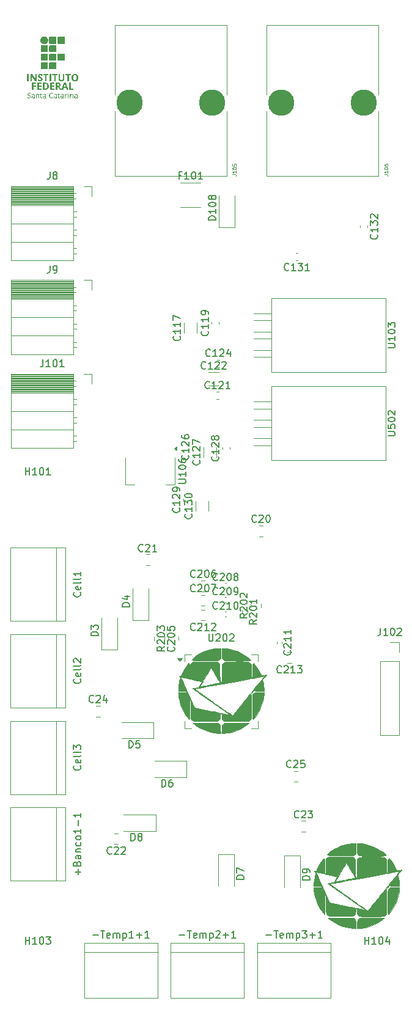
<source format=gbr>
%TF.GenerationSoftware,KiCad,Pcbnew,9.0.2-9.0.2-0~ubuntu24.04.1*%
%TF.CreationDate,2025-05-30T10:58:54-03:00*%
%TF.ProjectId,MSG25,4d534732-352e-46b6-9963-61645f706362,rev?*%
%TF.SameCoordinates,Original*%
%TF.FileFunction,Legend,Top*%
%TF.FilePolarity,Positive*%
%FSLAX46Y46*%
G04 Gerber Fmt 4.6, Leading zero omitted, Abs format (unit mm)*
G04 Created by KiCad (PCBNEW 9.0.2-9.0.2-0~ubuntu24.04.1) date 2025-05-30 10:58:54*
%MOMM*%
%LPD*%
G01*
G04 APERTURE LIST*
%ADD10C,0.150000*%
%ADD11C,0.100000*%
%ADD12C,0.120000*%
%ADD13C,0.010000*%
%ADD14C,0.000000*%
%ADD15C,3.650000*%
G04 APERTURE END LIST*
D10*
X124064819Y-111163094D02*
X123064819Y-111163094D01*
X123064819Y-111163094D02*
X123064819Y-110924999D01*
X123064819Y-110924999D02*
X123112438Y-110782142D01*
X123112438Y-110782142D02*
X123207676Y-110686904D01*
X123207676Y-110686904D02*
X123302914Y-110639285D01*
X123302914Y-110639285D02*
X123493390Y-110591666D01*
X123493390Y-110591666D02*
X123636247Y-110591666D01*
X123636247Y-110591666D02*
X123826723Y-110639285D01*
X123826723Y-110639285D02*
X123921961Y-110686904D01*
X123921961Y-110686904D02*
X124017200Y-110782142D01*
X124017200Y-110782142D02*
X124064819Y-110924999D01*
X124064819Y-110924999D02*
X124064819Y-111163094D01*
X123064819Y-110258332D02*
X123064819Y-109639285D01*
X123064819Y-109639285D02*
X123445771Y-109972618D01*
X123445771Y-109972618D02*
X123445771Y-109829761D01*
X123445771Y-109829761D02*
X123493390Y-109734523D01*
X123493390Y-109734523D02*
X123541009Y-109686904D01*
X123541009Y-109686904D02*
X123636247Y-109639285D01*
X123636247Y-109639285D02*
X123874342Y-109639285D01*
X123874342Y-109639285D02*
X123969580Y-109686904D01*
X123969580Y-109686904D02*
X124017200Y-109734523D01*
X124017200Y-109734523D02*
X124064819Y-109829761D01*
X124064819Y-109829761D02*
X124064819Y-110115475D01*
X124064819Y-110115475D02*
X124017200Y-110210713D01*
X124017200Y-110210713D02*
X123969580Y-110258332D01*
X137490952Y-110314580D02*
X137443333Y-110362200D01*
X137443333Y-110362200D02*
X137300476Y-110409819D01*
X137300476Y-110409819D02*
X137205238Y-110409819D01*
X137205238Y-110409819D02*
X137062381Y-110362200D01*
X137062381Y-110362200D02*
X136967143Y-110266961D01*
X136967143Y-110266961D02*
X136919524Y-110171723D01*
X136919524Y-110171723D02*
X136871905Y-109981247D01*
X136871905Y-109981247D02*
X136871905Y-109838390D01*
X136871905Y-109838390D02*
X136919524Y-109647914D01*
X136919524Y-109647914D02*
X136967143Y-109552676D01*
X136967143Y-109552676D02*
X137062381Y-109457438D01*
X137062381Y-109457438D02*
X137205238Y-109409819D01*
X137205238Y-109409819D02*
X137300476Y-109409819D01*
X137300476Y-109409819D02*
X137443333Y-109457438D01*
X137443333Y-109457438D02*
X137490952Y-109505057D01*
X137871905Y-109505057D02*
X137919524Y-109457438D01*
X137919524Y-109457438D02*
X138014762Y-109409819D01*
X138014762Y-109409819D02*
X138252857Y-109409819D01*
X138252857Y-109409819D02*
X138348095Y-109457438D01*
X138348095Y-109457438D02*
X138395714Y-109505057D01*
X138395714Y-109505057D02*
X138443333Y-109600295D01*
X138443333Y-109600295D02*
X138443333Y-109695533D01*
X138443333Y-109695533D02*
X138395714Y-109838390D01*
X138395714Y-109838390D02*
X137824286Y-110409819D01*
X137824286Y-110409819D02*
X138443333Y-110409819D01*
X139395714Y-110409819D02*
X138824286Y-110409819D01*
X139110000Y-110409819D02*
X139110000Y-109409819D01*
X139110000Y-109409819D02*
X139014762Y-109552676D01*
X139014762Y-109552676D02*
X138919524Y-109647914D01*
X138919524Y-109647914D02*
X138824286Y-109695533D01*
X139776667Y-109505057D02*
X139824286Y-109457438D01*
X139824286Y-109457438D02*
X139919524Y-109409819D01*
X139919524Y-109409819D02*
X140157619Y-109409819D01*
X140157619Y-109409819D02*
X140252857Y-109457438D01*
X140252857Y-109457438D02*
X140300476Y-109505057D01*
X140300476Y-109505057D02*
X140348095Y-109600295D01*
X140348095Y-109600295D02*
X140348095Y-109695533D01*
X140348095Y-109695533D02*
X140300476Y-109838390D01*
X140300476Y-109838390D02*
X139729048Y-110409819D01*
X139729048Y-110409819D02*
X140348095Y-110409819D01*
X137490952Y-104954580D02*
X137443333Y-105002200D01*
X137443333Y-105002200D02*
X137300476Y-105049819D01*
X137300476Y-105049819D02*
X137205238Y-105049819D01*
X137205238Y-105049819D02*
X137062381Y-105002200D01*
X137062381Y-105002200D02*
X136967143Y-104906961D01*
X136967143Y-104906961D02*
X136919524Y-104811723D01*
X136919524Y-104811723D02*
X136871905Y-104621247D01*
X136871905Y-104621247D02*
X136871905Y-104478390D01*
X136871905Y-104478390D02*
X136919524Y-104287914D01*
X136919524Y-104287914D02*
X136967143Y-104192676D01*
X136967143Y-104192676D02*
X137062381Y-104097438D01*
X137062381Y-104097438D02*
X137205238Y-104049819D01*
X137205238Y-104049819D02*
X137300476Y-104049819D01*
X137300476Y-104049819D02*
X137443333Y-104097438D01*
X137443333Y-104097438D02*
X137490952Y-104145057D01*
X137871905Y-104145057D02*
X137919524Y-104097438D01*
X137919524Y-104097438D02*
X138014762Y-104049819D01*
X138014762Y-104049819D02*
X138252857Y-104049819D01*
X138252857Y-104049819D02*
X138348095Y-104097438D01*
X138348095Y-104097438D02*
X138395714Y-104145057D01*
X138395714Y-104145057D02*
X138443333Y-104240295D01*
X138443333Y-104240295D02*
X138443333Y-104335533D01*
X138443333Y-104335533D02*
X138395714Y-104478390D01*
X138395714Y-104478390D02*
X137824286Y-105049819D01*
X137824286Y-105049819D02*
X138443333Y-105049819D01*
X139062381Y-104049819D02*
X139157619Y-104049819D01*
X139157619Y-104049819D02*
X139252857Y-104097438D01*
X139252857Y-104097438D02*
X139300476Y-104145057D01*
X139300476Y-104145057D02*
X139348095Y-104240295D01*
X139348095Y-104240295D02*
X139395714Y-104430771D01*
X139395714Y-104430771D02*
X139395714Y-104668866D01*
X139395714Y-104668866D02*
X139348095Y-104859342D01*
X139348095Y-104859342D02*
X139300476Y-104954580D01*
X139300476Y-104954580D02*
X139252857Y-105002200D01*
X139252857Y-105002200D02*
X139157619Y-105049819D01*
X139157619Y-105049819D02*
X139062381Y-105049819D01*
X139062381Y-105049819D02*
X138967143Y-105002200D01*
X138967143Y-105002200D02*
X138919524Y-104954580D01*
X138919524Y-104954580D02*
X138871905Y-104859342D01*
X138871905Y-104859342D02*
X138824286Y-104668866D01*
X138824286Y-104668866D02*
X138824286Y-104430771D01*
X138824286Y-104430771D02*
X138871905Y-104240295D01*
X138871905Y-104240295D02*
X138919524Y-104145057D01*
X138919524Y-104145057D02*
X138967143Y-104097438D01*
X138967143Y-104097438D02*
X139062381Y-104049819D01*
X139729048Y-104049819D02*
X140395714Y-104049819D01*
X140395714Y-104049819D02*
X139967143Y-105049819D01*
D11*
X163685405Y-47223552D02*
X164042548Y-47223552D01*
X164042548Y-47223552D02*
X164113976Y-47247361D01*
X164113976Y-47247361D02*
X164161596Y-47294980D01*
X164161596Y-47294980D02*
X164185405Y-47366409D01*
X164185405Y-47366409D02*
X164185405Y-47414028D01*
X164185405Y-46723552D02*
X164185405Y-47009266D01*
X164185405Y-46866409D02*
X163685405Y-46866409D01*
X163685405Y-46866409D02*
X163756834Y-46914028D01*
X163756834Y-46914028D02*
X163804453Y-46961647D01*
X163804453Y-46961647D02*
X163828262Y-47009266D01*
X163685405Y-46414029D02*
X163685405Y-46366410D01*
X163685405Y-46366410D02*
X163709215Y-46318791D01*
X163709215Y-46318791D02*
X163733024Y-46294981D01*
X163733024Y-46294981D02*
X163780643Y-46271172D01*
X163780643Y-46271172D02*
X163875881Y-46247362D01*
X163875881Y-46247362D02*
X163994929Y-46247362D01*
X163994929Y-46247362D02*
X164090167Y-46271172D01*
X164090167Y-46271172D02*
X164137786Y-46294981D01*
X164137786Y-46294981D02*
X164161596Y-46318791D01*
X164161596Y-46318791D02*
X164185405Y-46366410D01*
X164185405Y-46366410D02*
X164185405Y-46414029D01*
X164185405Y-46414029D02*
X164161596Y-46461648D01*
X164161596Y-46461648D02*
X164137786Y-46485457D01*
X164137786Y-46485457D02*
X164090167Y-46509267D01*
X164090167Y-46509267D02*
X163994929Y-46533076D01*
X163994929Y-46533076D02*
X163875881Y-46533076D01*
X163875881Y-46533076D02*
X163780643Y-46509267D01*
X163780643Y-46509267D02*
X163733024Y-46485457D01*
X163733024Y-46485457D02*
X163709215Y-46461648D01*
X163709215Y-46461648D02*
X163685405Y-46414029D01*
X163685405Y-45818791D02*
X163685405Y-45914029D01*
X163685405Y-45914029D02*
X163709215Y-45961648D01*
X163709215Y-45961648D02*
X163733024Y-45985458D01*
X163733024Y-45985458D02*
X163804453Y-46033077D01*
X163804453Y-46033077D02*
X163899691Y-46056886D01*
X163899691Y-46056886D02*
X164090167Y-46056886D01*
X164090167Y-46056886D02*
X164137786Y-46033077D01*
X164137786Y-46033077D02*
X164161596Y-46009267D01*
X164161596Y-46009267D02*
X164185405Y-45961648D01*
X164185405Y-45961648D02*
X164185405Y-45866410D01*
X164185405Y-45866410D02*
X164161596Y-45818791D01*
X164161596Y-45818791D02*
X164137786Y-45794982D01*
X164137786Y-45794982D02*
X164090167Y-45771172D01*
X164090167Y-45771172D02*
X163971119Y-45771172D01*
X163971119Y-45771172D02*
X163923500Y-45794982D01*
X163923500Y-45794982D02*
X163899691Y-45818791D01*
X163899691Y-45818791D02*
X163875881Y-45866410D01*
X163875881Y-45866410D02*
X163875881Y-45961648D01*
X163875881Y-45961648D02*
X163899691Y-46009267D01*
X163899691Y-46009267D02*
X163923500Y-46033077D01*
X163923500Y-46033077D02*
X163971119Y-46056886D01*
D10*
X140585952Y-105374580D02*
X140538333Y-105422200D01*
X140538333Y-105422200D02*
X140395476Y-105469819D01*
X140395476Y-105469819D02*
X140300238Y-105469819D01*
X140300238Y-105469819D02*
X140157381Y-105422200D01*
X140157381Y-105422200D02*
X140062143Y-105326961D01*
X140062143Y-105326961D02*
X140014524Y-105231723D01*
X140014524Y-105231723D02*
X139966905Y-105041247D01*
X139966905Y-105041247D02*
X139966905Y-104898390D01*
X139966905Y-104898390D02*
X140014524Y-104707914D01*
X140014524Y-104707914D02*
X140062143Y-104612676D01*
X140062143Y-104612676D02*
X140157381Y-104517438D01*
X140157381Y-104517438D02*
X140300238Y-104469819D01*
X140300238Y-104469819D02*
X140395476Y-104469819D01*
X140395476Y-104469819D02*
X140538333Y-104517438D01*
X140538333Y-104517438D02*
X140585952Y-104565057D01*
X140966905Y-104565057D02*
X141014524Y-104517438D01*
X141014524Y-104517438D02*
X141109762Y-104469819D01*
X141109762Y-104469819D02*
X141347857Y-104469819D01*
X141347857Y-104469819D02*
X141443095Y-104517438D01*
X141443095Y-104517438D02*
X141490714Y-104565057D01*
X141490714Y-104565057D02*
X141538333Y-104660295D01*
X141538333Y-104660295D02*
X141538333Y-104755533D01*
X141538333Y-104755533D02*
X141490714Y-104898390D01*
X141490714Y-104898390D02*
X140919286Y-105469819D01*
X140919286Y-105469819D02*
X141538333Y-105469819D01*
X142157381Y-104469819D02*
X142252619Y-104469819D01*
X142252619Y-104469819D02*
X142347857Y-104517438D01*
X142347857Y-104517438D02*
X142395476Y-104565057D01*
X142395476Y-104565057D02*
X142443095Y-104660295D01*
X142443095Y-104660295D02*
X142490714Y-104850771D01*
X142490714Y-104850771D02*
X142490714Y-105088866D01*
X142490714Y-105088866D02*
X142443095Y-105279342D01*
X142443095Y-105279342D02*
X142395476Y-105374580D01*
X142395476Y-105374580D02*
X142347857Y-105422200D01*
X142347857Y-105422200D02*
X142252619Y-105469819D01*
X142252619Y-105469819D02*
X142157381Y-105469819D01*
X142157381Y-105469819D02*
X142062143Y-105422200D01*
X142062143Y-105422200D02*
X142014524Y-105374580D01*
X142014524Y-105374580D02*
X141966905Y-105279342D01*
X141966905Y-105279342D02*
X141919286Y-105088866D01*
X141919286Y-105088866D02*
X141919286Y-104850771D01*
X141919286Y-104850771D02*
X141966905Y-104660295D01*
X141966905Y-104660295D02*
X142014524Y-104565057D01*
X142014524Y-104565057D02*
X142062143Y-104517438D01*
X142062143Y-104517438D02*
X142157381Y-104469819D01*
X142966905Y-105469819D02*
X143157381Y-105469819D01*
X143157381Y-105469819D02*
X143252619Y-105422200D01*
X143252619Y-105422200D02*
X143300238Y-105374580D01*
X143300238Y-105374580D02*
X143395476Y-105231723D01*
X143395476Y-105231723D02*
X143443095Y-105041247D01*
X143443095Y-105041247D02*
X143443095Y-104660295D01*
X143443095Y-104660295D02*
X143395476Y-104565057D01*
X143395476Y-104565057D02*
X143347857Y-104517438D01*
X143347857Y-104517438D02*
X143252619Y-104469819D01*
X143252619Y-104469819D02*
X143062143Y-104469819D01*
X143062143Y-104469819D02*
X142966905Y-104517438D01*
X142966905Y-104517438D02*
X142919286Y-104565057D01*
X142919286Y-104565057D02*
X142871667Y-104660295D01*
X142871667Y-104660295D02*
X142871667Y-104898390D01*
X142871667Y-104898390D02*
X142919286Y-104993628D01*
X142919286Y-104993628D02*
X142966905Y-105041247D01*
X142966905Y-105041247D02*
X143062143Y-105088866D01*
X143062143Y-105088866D02*
X143252619Y-105088866D01*
X143252619Y-105088866D02*
X143347857Y-105041247D01*
X143347857Y-105041247D02*
X143395476Y-104993628D01*
X143395476Y-104993628D02*
X143443095Y-104898390D01*
X138940952Y-74084580D02*
X138893333Y-74132200D01*
X138893333Y-74132200D02*
X138750476Y-74179819D01*
X138750476Y-74179819D02*
X138655238Y-74179819D01*
X138655238Y-74179819D02*
X138512381Y-74132200D01*
X138512381Y-74132200D02*
X138417143Y-74036961D01*
X138417143Y-74036961D02*
X138369524Y-73941723D01*
X138369524Y-73941723D02*
X138321905Y-73751247D01*
X138321905Y-73751247D02*
X138321905Y-73608390D01*
X138321905Y-73608390D02*
X138369524Y-73417914D01*
X138369524Y-73417914D02*
X138417143Y-73322676D01*
X138417143Y-73322676D02*
X138512381Y-73227438D01*
X138512381Y-73227438D02*
X138655238Y-73179819D01*
X138655238Y-73179819D02*
X138750476Y-73179819D01*
X138750476Y-73179819D02*
X138893333Y-73227438D01*
X138893333Y-73227438D02*
X138940952Y-73275057D01*
X139893333Y-74179819D02*
X139321905Y-74179819D01*
X139607619Y-74179819D02*
X139607619Y-73179819D01*
X139607619Y-73179819D02*
X139512381Y-73322676D01*
X139512381Y-73322676D02*
X139417143Y-73417914D01*
X139417143Y-73417914D02*
X139321905Y-73465533D01*
X140274286Y-73275057D02*
X140321905Y-73227438D01*
X140321905Y-73227438D02*
X140417143Y-73179819D01*
X140417143Y-73179819D02*
X140655238Y-73179819D01*
X140655238Y-73179819D02*
X140750476Y-73227438D01*
X140750476Y-73227438D02*
X140798095Y-73275057D01*
X140798095Y-73275057D02*
X140845714Y-73370295D01*
X140845714Y-73370295D02*
X140845714Y-73465533D01*
X140845714Y-73465533D02*
X140798095Y-73608390D01*
X140798095Y-73608390D02*
X140226667Y-74179819D01*
X140226667Y-74179819D02*
X140845714Y-74179819D01*
X141226667Y-73275057D02*
X141274286Y-73227438D01*
X141274286Y-73227438D02*
X141369524Y-73179819D01*
X141369524Y-73179819D02*
X141607619Y-73179819D01*
X141607619Y-73179819D02*
X141702857Y-73227438D01*
X141702857Y-73227438D02*
X141750476Y-73275057D01*
X141750476Y-73275057D02*
X141798095Y-73370295D01*
X141798095Y-73370295D02*
X141798095Y-73465533D01*
X141798095Y-73465533D02*
X141750476Y-73608390D01*
X141750476Y-73608390D02*
X141179048Y-74179819D01*
X141179048Y-74179819D02*
X141798095Y-74179819D01*
X138069580Y-86844047D02*
X138117200Y-86891666D01*
X138117200Y-86891666D02*
X138164819Y-87034523D01*
X138164819Y-87034523D02*
X138164819Y-87129761D01*
X138164819Y-87129761D02*
X138117200Y-87272618D01*
X138117200Y-87272618D02*
X138021961Y-87367856D01*
X138021961Y-87367856D02*
X137926723Y-87415475D01*
X137926723Y-87415475D02*
X137736247Y-87463094D01*
X137736247Y-87463094D02*
X137593390Y-87463094D01*
X137593390Y-87463094D02*
X137402914Y-87415475D01*
X137402914Y-87415475D02*
X137307676Y-87367856D01*
X137307676Y-87367856D02*
X137212438Y-87272618D01*
X137212438Y-87272618D02*
X137164819Y-87129761D01*
X137164819Y-87129761D02*
X137164819Y-87034523D01*
X137164819Y-87034523D02*
X137212438Y-86891666D01*
X137212438Y-86891666D02*
X137260057Y-86844047D01*
X138164819Y-85891666D02*
X138164819Y-86463094D01*
X138164819Y-86177380D02*
X137164819Y-86177380D01*
X137164819Y-86177380D02*
X137307676Y-86272618D01*
X137307676Y-86272618D02*
X137402914Y-86367856D01*
X137402914Y-86367856D02*
X137450533Y-86463094D01*
X137260057Y-85510713D02*
X137212438Y-85463094D01*
X137212438Y-85463094D02*
X137164819Y-85367856D01*
X137164819Y-85367856D02*
X137164819Y-85129761D01*
X137164819Y-85129761D02*
X137212438Y-85034523D01*
X137212438Y-85034523D02*
X137260057Y-84986904D01*
X137260057Y-84986904D02*
X137355295Y-84939285D01*
X137355295Y-84939285D02*
X137450533Y-84939285D01*
X137450533Y-84939285D02*
X137593390Y-84986904D01*
X137593390Y-84986904D02*
X138164819Y-85558332D01*
X138164819Y-85558332D02*
X138164819Y-84939285D01*
X137164819Y-84605951D02*
X137164819Y-83939285D01*
X137164819Y-83939285D02*
X138164819Y-84367856D01*
X139478452Y-76804580D02*
X139430833Y-76852200D01*
X139430833Y-76852200D02*
X139287976Y-76899819D01*
X139287976Y-76899819D02*
X139192738Y-76899819D01*
X139192738Y-76899819D02*
X139049881Y-76852200D01*
X139049881Y-76852200D02*
X138954643Y-76756961D01*
X138954643Y-76756961D02*
X138907024Y-76661723D01*
X138907024Y-76661723D02*
X138859405Y-76471247D01*
X138859405Y-76471247D02*
X138859405Y-76328390D01*
X138859405Y-76328390D02*
X138907024Y-76137914D01*
X138907024Y-76137914D02*
X138954643Y-76042676D01*
X138954643Y-76042676D02*
X139049881Y-75947438D01*
X139049881Y-75947438D02*
X139192738Y-75899819D01*
X139192738Y-75899819D02*
X139287976Y-75899819D01*
X139287976Y-75899819D02*
X139430833Y-75947438D01*
X139430833Y-75947438D02*
X139478452Y-75995057D01*
X140430833Y-76899819D02*
X139859405Y-76899819D01*
X140145119Y-76899819D02*
X140145119Y-75899819D01*
X140145119Y-75899819D02*
X140049881Y-76042676D01*
X140049881Y-76042676D02*
X139954643Y-76137914D01*
X139954643Y-76137914D02*
X139859405Y-76185533D01*
X140811786Y-75995057D02*
X140859405Y-75947438D01*
X140859405Y-75947438D02*
X140954643Y-75899819D01*
X140954643Y-75899819D02*
X141192738Y-75899819D01*
X141192738Y-75899819D02*
X141287976Y-75947438D01*
X141287976Y-75947438D02*
X141335595Y-75995057D01*
X141335595Y-75995057D02*
X141383214Y-76090295D01*
X141383214Y-76090295D02*
X141383214Y-76185533D01*
X141383214Y-76185533D02*
X141335595Y-76328390D01*
X141335595Y-76328390D02*
X140764167Y-76899819D01*
X140764167Y-76899819D02*
X141383214Y-76899819D01*
X142335595Y-76899819D02*
X141764167Y-76899819D01*
X142049881Y-76899819D02*
X142049881Y-75899819D01*
X142049881Y-75899819D02*
X141954643Y-76042676D01*
X141954643Y-76042676D02*
X141859405Y-76137914D01*
X141859405Y-76137914D02*
X141764167Y-76185533D01*
X150679580Y-113194047D02*
X150727200Y-113241666D01*
X150727200Y-113241666D02*
X150774819Y-113384523D01*
X150774819Y-113384523D02*
X150774819Y-113479761D01*
X150774819Y-113479761D02*
X150727200Y-113622618D01*
X150727200Y-113622618D02*
X150631961Y-113717856D01*
X150631961Y-113717856D02*
X150536723Y-113765475D01*
X150536723Y-113765475D02*
X150346247Y-113813094D01*
X150346247Y-113813094D02*
X150203390Y-113813094D01*
X150203390Y-113813094D02*
X150012914Y-113765475D01*
X150012914Y-113765475D02*
X149917676Y-113717856D01*
X149917676Y-113717856D02*
X149822438Y-113622618D01*
X149822438Y-113622618D02*
X149774819Y-113479761D01*
X149774819Y-113479761D02*
X149774819Y-113384523D01*
X149774819Y-113384523D02*
X149822438Y-113241666D01*
X149822438Y-113241666D02*
X149870057Y-113194047D01*
X149870057Y-112813094D02*
X149822438Y-112765475D01*
X149822438Y-112765475D02*
X149774819Y-112670237D01*
X149774819Y-112670237D02*
X149774819Y-112432142D01*
X149774819Y-112432142D02*
X149822438Y-112336904D01*
X149822438Y-112336904D02*
X149870057Y-112289285D01*
X149870057Y-112289285D02*
X149965295Y-112241666D01*
X149965295Y-112241666D02*
X150060533Y-112241666D01*
X150060533Y-112241666D02*
X150203390Y-112289285D01*
X150203390Y-112289285D02*
X150774819Y-112860713D01*
X150774819Y-112860713D02*
X150774819Y-112241666D01*
X150774819Y-111289285D02*
X150774819Y-111860713D01*
X150774819Y-111574999D02*
X149774819Y-111574999D01*
X149774819Y-111574999D02*
X149917676Y-111670237D01*
X149917676Y-111670237D02*
X150012914Y-111765475D01*
X150012914Y-111765475D02*
X150060533Y-111860713D01*
X150774819Y-110336904D02*
X150774819Y-110908332D01*
X150774819Y-110622618D02*
X149774819Y-110622618D01*
X149774819Y-110622618D02*
X149917676Y-110717856D01*
X149917676Y-110717856D02*
X150012914Y-110813094D01*
X150012914Y-110813094D02*
X150060533Y-110908332D01*
X163174285Y-110079819D02*
X163174285Y-110794104D01*
X163174285Y-110794104D02*
X163126666Y-110936961D01*
X163126666Y-110936961D02*
X163031428Y-111032200D01*
X163031428Y-111032200D02*
X162888571Y-111079819D01*
X162888571Y-111079819D02*
X162793333Y-111079819D01*
X164174285Y-111079819D02*
X163602857Y-111079819D01*
X163888571Y-111079819D02*
X163888571Y-110079819D01*
X163888571Y-110079819D02*
X163793333Y-110222676D01*
X163793333Y-110222676D02*
X163698095Y-110317914D01*
X163698095Y-110317914D02*
X163602857Y-110365533D01*
X164793333Y-110079819D02*
X164888571Y-110079819D01*
X164888571Y-110079819D02*
X164983809Y-110127438D01*
X164983809Y-110127438D02*
X165031428Y-110175057D01*
X165031428Y-110175057D02*
X165079047Y-110270295D01*
X165079047Y-110270295D02*
X165126666Y-110460771D01*
X165126666Y-110460771D02*
X165126666Y-110698866D01*
X165126666Y-110698866D02*
X165079047Y-110889342D01*
X165079047Y-110889342D02*
X165031428Y-110984580D01*
X165031428Y-110984580D02*
X164983809Y-111032200D01*
X164983809Y-111032200D02*
X164888571Y-111079819D01*
X164888571Y-111079819D02*
X164793333Y-111079819D01*
X164793333Y-111079819D02*
X164698095Y-111032200D01*
X164698095Y-111032200D02*
X164650476Y-110984580D01*
X164650476Y-110984580D02*
X164602857Y-110889342D01*
X164602857Y-110889342D02*
X164555238Y-110698866D01*
X164555238Y-110698866D02*
X164555238Y-110460771D01*
X164555238Y-110460771D02*
X164602857Y-110270295D01*
X164602857Y-110270295D02*
X164650476Y-110175057D01*
X164650476Y-110175057D02*
X164698095Y-110127438D01*
X164698095Y-110127438D02*
X164793333Y-110079819D01*
X165507619Y-110175057D02*
X165555238Y-110127438D01*
X165555238Y-110127438D02*
X165650476Y-110079819D01*
X165650476Y-110079819D02*
X165888571Y-110079819D01*
X165888571Y-110079819D02*
X165983809Y-110127438D01*
X165983809Y-110127438D02*
X166031428Y-110175057D01*
X166031428Y-110175057D02*
X166079047Y-110270295D01*
X166079047Y-110270295D02*
X166079047Y-110365533D01*
X166079047Y-110365533D02*
X166031428Y-110508390D01*
X166031428Y-110508390D02*
X165460000Y-111079819D01*
X165460000Y-111079819D02*
X166079047Y-111079819D01*
X139590952Y-72354580D02*
X139543333Y-72402200D01*
X139543333Y-72402200D02*
X139400476Y-72449819D01*
X139400476Y-72449819D02*
X139305238Y-72449819D01*
X139305238Y-72449819D02*
X139162381Y-72402200D01*
X139162381Y-72402200D02*
X139067143Y-72306961D01*
X139067143Y-72306961D02*
X139019524Y-72211723D01*
X139019524Y-72211723D02*
X138971905Y-72021247D01*
X138971905Y-72021247D02*
X138971905Y-71878390D01*
X138971905Y-71878390D02*
X139019524Y-71687914D01*
X139019524Y-71687914D02*
X139067143Y-71592676D01*
X139067143Y-71592676D02*
X139162381Y-71497438D01*
X139162381Y-71497438D02*
X139305238Y-71449819D01*
X139305238Y-71449819D02*
X139400476Y-71449819D01*
X139400476Y-71449819D02*
X139543333Y-71497438D01*
X139543333Y-71497438D02*
X139590952Y-71545057D01*
X140543333Y-72449819D02*
X139971905Y-72449819D01*
X140257619Y-72449819D02*
X140257619Y-71449819D01*
X140257619Y-71449819D02*
X140162381Y-71592676D01*
X140162381Y-71592676D02*
X140067143Y-71687914D01*
X140067143Y-71687914D02*
X139971905Y-71735533D01*
X140924286Y-71545057D02*
X140971905Y-71497438D01*
X140971905Y-71497438D02*
X141067143Y-71449819D01*
X141067143Y-71449819D02*
X141305238Y-71449819D01*
X141305238Y-71449819D02*
X141400476Y-71497438D01*
X141400476Y-71497438D02*
X141448095Y-71545057D01*
X141448095Y-71545057D02*
X141495714Y-71640295D01*
X141495714Y-71640295D02*
X141495714Y-71735533D01*
X141495714Y-71735533D02*
X141448095Y-71878390D01*
X141448095Y-71878390D02*
X140876667Y-72449819D01*
X140876667Y-72449819D02*
X141495714Y-72449819D01*
X142352857Y-71783152D02*
X142352857Y-72449819D01*
X142114762Y-71402200D02*
X141876667Y-72116485D01*
X141876667Y-72116485D02*
X142495714Y-72116485D01*
X113985714Y-88859819D02*
X113985714Y-87859819D01*
X113985714Y-88336009D02*
X114557142Y-88336009D01*
X114557142Y-88859819D02*
X114557142Y-87859819D01*
X115557142Y-88859819D02*
X114985714Y-88859819D01*
X115271428Y-88859819D02*
X115271428Y-87859819D01*
X115271428Y-87859819D02*
X115176190Y-88002676D01*
X115176190Y-88002676D02*
X115080952Y-88097914D01*
X115080952Y-88097914D02*
X114985714Y-88145533D01*
X116176190Y-87859819D02*
X116271428Y-87859819D01*
X116271428Y-87859819D02*
X116366666Y-87907438D01*
X116366666Y-87907438D02*
X116414285Y-87955057D01*
X116414285Y-87955057D02*
X116461904Y-88050295D01*
X116461904Y-88050295D02*
X116509523Y-88240771D01*
X116509523Y-88240771D02*
X116509523Y-88478866D01*
X116509523Y-88478866D02*
X116461904Y-88669342D01*
X116461904Y-88669342D02*
X116414285Y-88764580D01*
X116414285Y-88764580D02*
X116366666Y-88812200D01*
X116366666Y-88812200D02*
X116271428Y-88859819D01*
X116271428Y-88859819D02*
X116176190Y-88859819D01*
X116176190Y-88859819D02*
X116080952Y-88812200D01*
X116080952Y-88812200D02*
X116033333Y-88764580D01*
X116033333Y-88764580D02*
X115985714Y-88669342D01*
X115985714Y-88669342D02*
X115938095Y-88478866D01*
X115938095Y-88478866D02*
X115938095Y-88240771D01*
X115938095Y-88240771D02*
X115985714Y-88050295D01*
X115985714Y-88050295D02*
X116033333Y-87955057D01*
X116033333Y-87955057D02*
X116080952Y-87907438D01*
X116080952Y-87907438D02*
X116176190Y-87859819D01*
X117461904Y-88859819D02*
X116890476Y-88859819D01*
X117176190Y-88859819D02*
X117176190Y-87859819D01*
X117176190Y-87859819D02*
X117080952Y-88002676D01*
X117080952Y-88002676D02*
X116985714Y-88097914D01*
X116985714Y-88097914D02*
X116890476Y-88145533D01*
X151867142Y-136284580D02*
X151819523Y-136332200D01*
X151819523Y-136332200D02*
X151676666Y-136379819D01*
X151676666Y-136379819D02*
X151581428Y-136379819D01*
X151581428Y-136379819D02*
X151438571Y-136332200D01*
X151438571Y-136332200D02*
X151343333Y-136236961D01*
X151343333Y-136236961D02*
X151295714Y-136141723D01*
X151295714Y-136141723D02*
X151248095Y-135951247D01*
X151248095Y-135951247D02*
X151248095Y-135808390D01*
X151248095Y-135808390D02*
X151295714Y-135617914D01*
X151295714Y-135617914D02*
X151343333Y-135522676D01*
X151343333Y-135522676D02*
X151438571Y-135427438D01*
X151438571Y-135427438D02*
X151581428Y-135379819D01*
X151581428Y-135379819D02*
X151676666Y-135379819D01*
X151676666Y-135379819D02*
X151819523Y-135427438D01*
X151819523Y-135427438D02*
X151867142Y-135475057D01*
X152248095Y-135475057D02*
X152295714Y-135427438D01*
X152295714Y-135427438D02*
X152390952Y-135379819D01*
X152390952Y-135379819D02*
X152629047Y-135379819D01*
X152629047Y-135379819D02*
X152724285Y-135427438D01*
X152724285Y-135427438D02*
X152771904Y-135475057D01*
X152771904Y-135475057D02*
X152819523Y-135570295D01*
X152819523Y-135570295D02*
X152819523Y-135665533D01*
X152819523Y-135665533D02*
X152771904Y-135808390D01*
X152771904Y-135808390D02*
X152200476Y-136379819D01*
X152200476Y-136379819D02*
X152819523Y-136379819D01*
X153152857Y-135379819D02*
X153771904Y-135379819D01*
X153771904Y-135379819D02*
X153438571Y-135760771D01*
X153438571Y-135760771D02*
X153581428Y-135760771D01*
X153581428Y-135760771D02*
X153676666Y-135808390D01*
X153676666Y-135808390D02*
X153724285Y-135856009D01*
X153724285Y-135856009D02*
X153771904Y-135951247D01*
X153771904Y-135951247D02*
X153771904Y-136189342D01*
X153771904Y-136189342D02*
X153724285Y-136284580D01*
X153724285Y-136284580D02*
X153676666Y-136332200D01*
X153676666Y-136332200D02*
X153581428Y-136379819D01*
X153581428Y-136379819D02*
X153295714Y-136379819D01*
X153295714Y-136379819D02*
X153200476Y-136332200D01*
X153200476Y-136332200D02*
X153152857Y-136284580D01*
X123319048Y-152628866D02*
X124080953Y-152628866D01*
X124414286Y-152009819D02*
X124985714Y-152009819D01*
X124700000Y-153009819D02*
X124700000Y-152009819D01*
X125700000Y-152962200D02*
X125604762Y-153009819D01*
X125604762Y-153009819D02*
X125414286Y-153009819D01*
X125414286Y-153009819D02*
X125319048Y-152962200D01*
X125319048Y-152962200D02*
X125271429Y-152866961D01*
X125271429Y-152866961D02*
X125271429Y-152486009D01*
X125271429Y-152486009D02*
X125319048Y-152390771D01*
X125319048Y-152390771D02*
X125414286Y-152343152D01*
X125414286Y-152343152D02*
X125604762Y-152343152D01*
X125604762Y-152343152D02*
X125700000Y-152390771D01*
X125700000Y-152390771D02*
X125747619Y-152486009D01*
X125747619Y-152486009D02*
X125747619Y-152581247D01*
X125747619Y-152581247D02*
X125271429Y-152676485D01*
X126176191Y-153009819D02*
X126176191Y-152343152D01*
X126176191Y-152438390D02*
X126223810Y-152390771D01*
X126223810Y-152390771D02*
X126319048Y-152343152D01*
X126319048Y-152343152D02*
X126461905Y-152343152D01*
X126461905Y-152343152D02*
X126557143Y-152390771D01*
X126557143Y-152390771D02*
X126604762Y-152486009D01*
X126604762Y-152486009D02*
X126604762Y-153009819D01*
X126604762Y-152486009D02*
X126652381Y-152390771D01*
X126652381Y-152390771D02*
X126747619Y-152343152D01*
X126747619Y-152343152D02*
X126890476Y-152343152D01*
X126890476Y-152343152D02*
X126985715Y-152390771D01*
X126985715Y-152390771D02*
X127033334Y-152486009D01*
X127033334Y-152486009D02*
X127033334Y-153009819D01*
X127509524Y-152343152D02*
X127509524Y-153343152D01*
X127509524Y-152390771D02*
X127604762Y-152343152D01*
X127604762Y-152343152D02*
X127795238Y-152343152D01*
X127795238Y-152343152D02*
X127890476Y-152390771D01*
X127890476Y-152390771D02*
X127938095Y-152438390D01*
X127938095Y-152438390D02*
X127985714Y-152533628D01*
X127985714Y-152533628D02*
X127985714Y-152819342D01*
X127985714Y-152819342D02*
X127938095Y-152914580D01*
X127938095Y-152914580D02*
X127890476Y-152962200D01*
X127890476Y-152962200D02*
X127795238Y-153009819D01*
X127795238Y-153009819D02*
X127604762Y-153009819D01*
X127604762Y-153009819D02*
X127509524Y-152962200D01*
X128938095Y-153009819D02*
X128366667Y-153009819D01*
X128652381Y-153009819D02*
X128652381Y-152009819D01*
X128652381Y-152009819D02*
X128557143Y-152152676D01*
X128557143Y-152152676D02*
X128461905Y-152247914D01*
X128461905Y-152247914D02*
X128366667Y-152295533D01*
X129366667Y-152628866D02*
X130128572Y-152628866D01*
X129747619Y-153009819D02*
X129747619Y-152247914D01*
X131128571Y-153009819D02*
X130557143Y-153009819D01*
X130842857Y-153009819D02*
X130842857Y-152009819D01*
X130842857Y-152009819D02*
X130747619Y-152152676D01*
X130747619Y-152152676D02*
X130652381Y-152247914D01*
X130652381Y-152247914D02*
X130557143Y-152295533D01*
X164194819Y-71239285D02*
X165004342Y-71239285D01*
X165004342Y-71239285D02*
X165099580Y-71191666D01*
X165099580Y-71191666D02*
X165147200Y-71144047D01*
X165147200Y-71144047D02*
X165194819Y-71048809D01*
X165194819Y-71048809D02*
X165194819Y-70858333D01*
X165194819Y-70858333D02*
X165147200Y-70763095D01*
X165147200Y-70763095D02*
X165099580Y-70715476D01*
X165099580Y-70715476D02*
X165004342Y-70667857D01*
X165004342Y-70667857D02*
X164194819Y-70667857D01*
X165194819Y-69667857D02*
X165194819Y-70239285D01*
X165194819Y-69953571D02*
X164194819Y-69953571D01*
X164194819Y-69953571D02*
X164337676Y-70048809D01*
X164337676Y-70048809D02*
X164432914Y-70144047D01*
X164432914Y-70144047D02*
X164480533Y-70239285D01*
X164194819Y-69048809D02*
X164194819Y-68953571D01*
X164194819Y-68953571D02*
X164242438Y-68858333D01*
X164242438Y-68858333D02*
X164290057Y-68810714D01*
X164290057Y-68810714D02*
X164385295Y-68763095D01*
X164385295Y-68763095D02*
X164575771Y-68715476D01*
X164575771Y-68715476D02*
X164813866Y-68715476D01*
X164813866Y-68715476D02*
X165004342Y-68763095D01*
X165004342Y-68763095D02*
X165099580Y-68810714D01*
X165099580Y-68810714D02*
X165147200Y-68858333D01*
X165147200Y-68858333D02*
X165194819Y-68953571D01*
X165194819Y-68953571D02*
X165194819Y-69048809D01*
X165194819Y-69048809D02*
X165147200Y-69144047D01*
X165147200Y-69144047D02*
X165099580Y-69191666D01*
X165099580Y-69191666D02*
X165004342Y-69239285D01*
X165004342Y-69239285D02*
X164813866Y-69286904D01*
X164813866Y-69286904D02*
X164575771Y-69286904D01*
X164575771Y-69286904D02*
X164385295Y-69239285D01*
X164385295Y-69239285D02*
X164290057Y-69191666D01*
X164290057Y-69191666D02*
X164242438Y-69144047D01*
X164242438Y-69144047D02*
X164194819Y-69048809D01*
X164194819Y-68382142D02*
X164194819Y-67763095D01*
X164194819Y-67763095D02*
X164575771Y-68096428D01*
X164575771Y-68096428D02*
X164575771Y-67953571D01*
X164575771Y-67953571D02*
X164623390Y-67858333D01*
X164623390Y-67858333D02*
X164671009Y-67810714D01*
X164671009Y-67810714D02*
X164766247Y-67763095D01*
X164766247Y-67763095D02*
X165004342Y-67763095D01*
X165004342Y-67763095D02*
X165099580Y-67810714D01*
X165099580Y-67810714D02*
X165147200Y-67858333D01*
X165147200Y-67858333D02*
X165194819Y-67953571D01*
X165194819Y-67953571D02*
X165194819Y-68239285D01*
X165194819Y-68239285D02*
X165147200Y-68334523D01*
X165147200Y-68334523D02*
X165099580Y-68382142D01*
X144714819Y-108094047D02*
X144238628Y-108427380D01*
X144714819Y-108665475D02*
X143714819Y-108665475D01*
X143714819Y-108665475D02*
X143714819Y-108284523D01*
X143714819Y-108284523D02*
X143762438Y-108189285D01*
X143762438Y-108189285D02*
X143810057Y-108141666D01*
X143810057Y-108141666D02*
X143905295Y-108094047D01*
X143905295Y-108094047D02*
X144048152Y-108094047D01*
X144048152Y-108094047D02*
X144143390Y-108141666D01*
X144143390Y-108141666D02*
X144191009Y-108189285D01*
X144191009Y-108189285D02*
X144238628Y-108284523D01*
X144238628Y-108284523D02*
X144238628Y-108665475D01*
X143810057Y-107713094D02*
X143762438Y-107665475D01*
X143762438Y-107665475D02*
X143714819Y-107570237D01*
X143714819Y-107570237D02*
X143714819Y-107332142D01*
X143714819Y-107332142D02*
X143762438Y-107236904D01*
X143762438Y-107236904D02*
X143810057Y-107189285D01*
X143810057Y-107189285D02*
X143905295Y-107141666D01*
X143905295Y-107141666D02*
X144000533Y-107141666D01*
X144000533Y-107141666D02*
X144143390Y-107189285D01*
X144143390Y-107189285D02*
X144714819Y-107760713D01*
X144714819Y-107760713D02*
X144714819Y-107141666D01*
X143714819Y-106522618D02*
X143714819Y-106427380D01*
X143714819Y-106427380D02*
X143762438Y-106332142D01*
X143762438Y-106332142D02*
X143810057Y-106284523D01*
X143810057Y-106284523D02*
X143905295Y-106236904D01*
X143905295Y-106236904D02*
X144095771Y-106189285D01*
X144095771Y-106189285D02*
X144333866Y-106189285D01*
X144333866Y-106189285D02*
X144524342Y-106236904D01*
X144524342Y-106236904D02*
X144619580Y-106284523D01*
X144619580Y-106284523D02*
X144667200Y-106332142D01*
X144667200Y-106332142D02*
X144714819Y-106427380D01*
X144714819Y-106427380D02*
X144714819Y-106522618D01*
X144714819Y-106522618D02*
X144667200Y-106617856D01*
X144667200Y-106617856D02*
X144619580Y-106665475D01*
X144619580Y-106665475D02*
X144524342Y-106713094D01*
X144524342Y-106713094D02*
X144333866Y-106760713D01*
X144333866Y-106760713D02*
X144095771Y-106760713D01*
X144095771Y-106760713D02*
X143905295Y-106713094D01*
X143905295Y-106713094D02*
X143810057Y-106665475D01*
X143810057Y-106665475D02*
X143762438Y-106617856D01*
X143762438Y-106617856D02*
X143714819Y-106522618D01*
X143810057Y-105808332D02*
X143762438Y-105760713D01*
X143762438Y-105760713D02*
X143714819Y-105665475D01*
X143714819Y-105665475D02*
X143714819Y-105427380D01*
X143714819Y-105427380D02*
X143762438Y-105332142D01*
X143762438Y-105332142D02*
X143810057Y-105284523D01*
X143810057Y-105284523D02*
X143905295Y-105236904D01*
X143905295Y-105236904D02*
X144000533Y-105236904D01*
X144000533Y-105236904D02*
X144143390Y-105284523D01*
X144143390Y-105284523D02*
X144714819Y-105855951D01*
X144714819Y-105855951D02*
X144714819Y-105236904D01*
X125937142Y-141314580D02*
X125889523Y-141362200D01*
X125889523Y-141362200D02*
X125746666Y-141409819D01*
X125746666Y-141409819D02*
X125651428Y-141409819D01*
X125651428Y-141409819D02*
X125508571Y-141362200D01*
X125508571Y-141362200D02*
X125413333Y-141266961D01*
X125413333Y-141266961D02*
X125365714Y-141171723D01*
X125365714Y-141171723D02*
X125318095Y-140981247D01*
X125318095Y-140981247D02*
X125318095Y-140838390D01*
X125318095Y-140838390D02*
X125365714Y-140647914D01*
X125365714Y-140647914D02*
X125413333Y-140552676D01*
X125413333Y-140552676D02*
X125508571Y-140457438D01*
X125508571Y-140457438D02*
X125651428Y-140409819D01*
X125651428Y-140409819D02*
X125746666Y-140409819D01*
X125746666Y-140409819D02*
X125889523Y-140457438D01*
X125889523Y-140457438D02*
X125937142Y-140505057D01*
X126318095Y-140505057D02*
X126365714Y-140457438D01*
X126365714Y-140457438D02*
X126460952Y-140409819D01*
X126460952Y-140409819D02*
X126699047Y-140409819D01*
X126699047Y-140409819D02*
X126794285Y-140457438D01*
X126794285Y-140457438D02*
X126841904Y-140505057D01*
X126841904Y-140505057D02*
X126889523Y-140600295D01*
X126889523Y-140600295D02*
X126889523Y-140695533D01*
X126889523Y-140695533D02*
X126841904Y-140838390D01*
X126841904Y-140838390D02*
X126270476Y-141409819D01*
X126270476Y-141409819D02*
X126889523Y-141409819D01*
X127270476Y-140505057D02*
X127318095Y-140457438D01*
X127318095Y-140457438D02*
X127413333Y-140409819D01*
X127413333Y-140409819D02*
X127651428Y-140409819D01*
X127651428Y-140409819D02*
X127746666Y-140457438D01*
X127746666Y-140457438D02*
X127794285Y-140505057D01*
X127794285Y-140505057D02*
X127841904Y-140600295D01*
X127841904Y-140600295D02*
X127841904Y-140695533D01*
X127841904Y-140695533D02*
X127794285Y-140838390D01*
X127794285Y-140838390D02*
X127222857Y-141409819D01*
X127222857Y-141409819D02*
X127841904Y-141409819D01*
X139239580Y-68944047D02*
X139287200Y-68991666D01*
X139287200Y-68991666D02*
X139334819Y-69134523D01*
X139334819Y-69134523D02*
X139334819Y-69229761D01*
X139334819Y-69229761D02*
X139287200Y-69372618D01*
X139287200Y-69372618D02*
X139191961Y-69467856D01*
X139191961Y-69467856D02*
X139096723Y-69515475D01*
X139096723Y-69515475D02*
X138906247Y-69563094D01*
X138906247Y-69563094D02*
X138763390Y-69563094D01*
X138763390Y-69563094D02*
X138572914Y-69515475D01*
X138572914Y-69515475D02*
X138477676Y-69467856D01*
X138477676Y-69467856D02*
X138382438Y-69372618D01*
X138382438Y-69372618D02*
X138334819Y-69229761D01*
X138334819Y-69229761D02*
X138334819Y-69134523D01*
X138334819Y-69134523D02*
X138382438Y-68991666D01*
X138382438Y-68991666D02*
X138430057Y-68944047D01*
X139334819Y-67991666D02*
X139334819Y-68563094D01*
X139334819Y-68277380D02*
X138334819Y-68277380D01*
X138334819Y-68277380D02*
X138477676Y-68372618D01*
X138477676Y-68372618D02*
X138572914Y-68467856D01*
X138572914Y-68467856D02*
X138620533Y-68563094D01*
X139334819Y-67039285D02*
X139334819Y-67610713D01*
X139334819Y-67324999D02*
X138334819Y-67324999D01*
X138334819Y-67324999D02*
X138477676Y-67420237D01*
X138477676Y-67420237D02*
X138572914Y-67515475D01*
X138572914Y-67515475D02*
X138620533Y-67610713D01*
X139334819Y-66563094D02*
X139334819Y-66372618D01*
X139334819Y-66372618D02*
X139287200Y-66277380D01*
X139287200Y-66277380D02*
X139239580Y-66229761D01*
X139239580Y-66229761D02*
X139096723Y-66134523D01*
X139096723Y-66134523D02*
X138906247Y-66086904D01*
X138906247Y-66086904D02*
X138525295Y-66086904D01*
X138525295Y-66086904D02*
X138430057Y-66134523D01*
X138430057Y-66134523D02*
X138382438Y-66182142D01*
X138382438Y-66182142D02*
X138334819Y-66277380D01*
X138334819Y-66277380D02*
X138334819Y-66467856D01*
X138334819Y-66467856D02*
X138382438Y-66563094D01*
X138382438Y-66563094D02*
X138430057Y-66610713D01*
X138430057Y-66610713D02*
X138525295Y-66658332D01*
X138525295Y-66658332D02*
X138763390Y-66658332D01*
X138763390Y-66658332D02*
X138858628Y-66610713D01*
X138858628Y-66610713D02*
X138906247Y-66563094D01*
X138906247Y-66563094D02*
X138953866Y-66467856D01*
X138953866Y-66467856D02*
X138953866Y-66277380D01*
X138953866Y-66277380D02*
X138906247Y-66182142D01*
X138906247Y-66182142D02*
X138858628Y-66134523D01*
X138858628Y-66134523D02*
X138763390Y-66086904D01*
X145977142Y-95324580D02*
X145929523Y-95372200D01*
X145929523Y-95372200D02*
X145786666Y-95419819D01*
X145786666Y-95419819D02*
X145691428Y-95419819D01*
X145691428Y-95419819D02*
X145548571Y-95372200D01*
X145548571Y-95372200D02*
X145453333Y-95276961D01*
X145453333Y-95276961D02*
X145405714Y-95181723D01*
X145405714Y-95181723D02*
X145358095Y-94991247D01*
X145358095Y-94991247D02*
X145358095Y-94848390D01*
X145358095Y-94848390D02*
X145405714Y-94657914D01*
X145405714Y-94657914D02*
X145453333Y-94562676D01*
X145453333Y-94562676D02*
X145548571Y-94467438D01*
X145548571Y-94467438D02*
X145691428Y-94419819D01*
X145691428Y-94419819D02*
X145786666Y-94419819D01*
X145786666Y-94419819D02*
X145929523Y-94467438D01*
X145929523Y-94467438D02*
X145977142Y-94515057D01*
X146358095Y-94515057D02*
X146405714Y-94467438D01*
X146405714Y-94467438D02*
X146500952Y-94419819D01*
X146500952Y-94419819D02*
X146739047Y-94419819D01*
X146739047Y-94419819D02*
X146834285Y-94467438D01*
X146834285Y-94467438D02*
X146881904Y-94515057D01*
X146881904Y-94515057D02*
X146929523Y-94610295D01*
X146929523Y-94610295D02*
X146929523Y-94705533D01*
X146929523Y-94705533D02*
X146881904Y-94848390D01*
X146881904Y-94848390D02*
X146310476Y-95419819D01*
X146310476Y-95419819D02*
X146929523Y-95419819D01*
X147548571Y-94419819D02*
X147643809Y-94419819D01*
X147643809Y-94419819D02*
X147739047Y-94467438D01*
X147739047Y-94467438D02*
X147786666Y-94515057D01*
X147786666Y-94515057D02*
X147834285Y-94610295D01*
X147834285Y-94610295D02*
X147881904Y-94800771D01*
X147881904Y-94800771D02*
X147881904Y-95038866D01*
X147881904Y-95038866D02*
X147834285Y-95229342D01*
X147834285Y-95229342D02*
X147786666Y-95324580D01*
X147786666Y-95324580D02*
X147739047Y-95372200D01*
X147739047Y-95372200D02*
X147643809Y-95419819D01*
X147643809Y-95419819D02*
X147548571Y-95419819D01*
X147548571Y-95419819D02*
X147453333Y-95372200D01*
X147453333Y-95372200D02*
X147405714Y-95324580D01*
X147405714Y-95324580D02*
X147358095Y-95229342D01*
X147358095Y-95229342D02*
X147310476Y-95038866D01*
X147310476Y-95038866D02*
X147310476Y-94800771D01*
X147310476Y-94800771D02*
X147358095Y-94610295D01*
X147358095Y-94610295D02*
X147405714Y-94515057D01*
X147405714Y-94515057D02*
X147453333Y-94467438D01*
X147453333Y-94467438D02*
X147548571Y-94419819D01*
X130267142Y-99384580D02*
X130219523Y-99432200D01*
X130219523Y-99432200D02*
X130076666Y-99479819D01*
X130076666Y-99479819D02*
X129981428Y-99479819D01*
X129981428Y-99479819D02*
X129838571Y-99432200D01*
X129838571Y-99432200D02*
X129743333Y-99336961D01*
X129743333Y-99336961D02*
X129695714Y-99241723D01*
X129695714Y-99241723D02*
X129648095Y-99051247D01*
X129648095Y-99051247D02*
X129648095Y-98908390D01*
X129648095Y-98908390D02*
X129695714Y-98717914D01*
X129695714Y-98717914D02*
X129743333Y-98622676D01*
X129743333Y-98622676D02*
X129838571Y-98527438D01*
X129838571Y-98527438D02*
X129981428Y-98479819D01*
X129981428Y-98479819D02*
X130076666Y-98479819D01*
X130076666Y-98479819D02*
X130219523Y-98527438D01*
X130219523Y-98527438D02*
X130267142Y-98575057D01*
X130648095Y-98575057D02*
X130695714Y-98527438D01*
X130695714Y-98527438D02*
X130790952Y-98479819D01*
X130790952Y-98479819D02*
X131029047Y-98479819D01*
X131029047Y-98479819D02*
X131124285Y-98527438D01*
X131124285Y-98527438D02*
X131171904Y-98575057D01*
X131171904Y-98575057D02*
X131219523Y-98670295D01*
X131219523Y-98670295D02*
X131219523Y-98765533D01*
X131219523Y-98765533D02*
X131171904Y-98908390D01*
X131171904Y-98908390D02*
X130600476Y-99479819D01*
X130600476Y-99479819D02*
X131219523Y-99479819D01*
X132171904Y-99479819D02*
X131600476Y-99479819D01*
X131886190Y-99479819D02*
X131886190Y-98479819D01*
X131886190Y-98479819D02*
X131790952Y-98622676D01*
X131790952Y-98622676D02*
X131695714Y-98717914D01*
X131695714Y-98717914D02*
X131600476Y-98765533D01*
X150470952Y-60454580D02*
X150423333Y-60502200D01*
X150423333Y-60502200D02*
X150280476Y-60549819D01*
X150280476Y-60549819D02*
X150185238Y-60549819D01*
X150185238Y-60549819D02*
X150042381Y-60502200D01*
X150042381Y-60502200D02*
X149947143Y-60406961D01*
X149947143Y-60406961D02*
X149899524Y-60311723D01*
X149899524Y-60311723D02*
X149851905Y-60121247D01*
X149851905Y-60121247D02*
X149851905Y-59978390D01*
X149851905Y-59978390D02*
X149899524Y-59787914D01*
X149899524Y-59787914D02*
X149947143Y-59692676D01*
X149947143Y-59692676D02*
X150042381Y-59597438D01*
X150042381Y-59597438D02*
X150185238Y-59549819D01*
X150185238Y-59549819D02*
X150280476Y-59549819D01*
X150280476Y-59549819D02*
X150423333Y-59597438D01*
X150423333Y-59597438D02*
X150470952Y-59645057D01*
X151423333Y-60549819D02*
X150851905Y-60549819D01*
X151137619Y-60549819D02*
X151137619Y-59549819D01*
X151137619Y-59549819D02*
X151042381Y-59692676D01*
X151042381Y-59692676D02*
X150947143Y-59787914D01*
X150947143Y-59787914D02*
X150851905Y-59835533D01*
X151756667Y-59549819D02*
X152375714Y-59549819D01*
X152375714Y-59549819D02*
X152042381Y-59930771D01*
X152042381Y-59930771D02*
X152185238Y-59930771D01*
X152185238Y-59930771D02*
X152280476Y-59978390D01*
X152280476Y-59978390D02*
X152328095Y-60026009D01*
X152328095Y-60026009D02*
X152375714Y-60121247D01*
X152375714Y-60121247D02*
X152375714Y-60359342D01*
X152375714Y-60359342D02*
X152328095Y-60454580D01*
X152328095Y-60454580D02*
X152280476Y-60502200D01*
X152280476Y-60502200D02*
X152185238Y-60549819D01*
X152185238Y-60549819D02*
X151899524Y-60549819D01*
X151899524Y-60549819D02*
X151804286Y-60502200D01*
X151804286Y-60502200D02*
X151756667Y-60454580D01*
X153328095Y-60549819D02*
X152756667Y-60549819D01*
X153042381Y-60549819D02*
X153042381Y-59549819D01*
X153042381Y-59549819D02*
X152947143Y-59692676D01*
X152947143Y-59692676D02*
X152851905Y-59787914D01*
X152851905Y-59787914D02*
X152756667Y-59835533D01*
X140585952Y-107344580D02*
X140538333Y-107392200D01*
X140538333Y-107392200D02*
X140395476Y-107439819D01*
X140395476Y-107439819D02*
X140300238Y-107439819D01*
X140300238Y-107439819D02*
X140157381Y-107392200D01*
X140157381Y-107392200D02*
X140062143Y-107296961D01*
X140062143Y-107296961D02*
X140014524Y-107201723D01*
X140014524Y-107201723D02*
X139966905Y-107011247D01*
X139966905Y-107011247D02*
X139966905Y-106868390D01*
X139966905Y-106868390D02*
X140014524Y-106677914D01*
X140014524Y-106677914D02*
X140062143Y-106582676D01*
X140062143Y-106582676D02*
X140157381Y-106487438D01*
X140157381Y-106487438D02*
X140300238Y-106439819D01*
X140300238Y-106439819D02*
X140395476Y-106439819D01*
X140395476Y-106439819D02*
X140538333Y-106487438D01*
X140538333Y-106487438D02*
X140585952Y-106535057D01*
X140966905Y-106535057D02*
X141014524Y-106487438D01*
X141014524Y-106487438D02*
X141109762Y-106439819D01*
X141109762Y-106439819D02*
X141347857Y-106439819D01*
X141347857Y-106439819D02*
X141443095Y-106487438D01*
X141443095Y-106487438D02*
X141490714Y-106535057D01*
X141490714Y-106535057D02*
X141538333Y-106630295D01*
X141538333Y-106630295D02*
X141538333Y-106725533D01*
X141538333Y-106725533D02*
X141490714Y-106868390D01*
X141490714Y-106868390D02*
X140919286Y-107439819D01*
X140919286Y-107439819D02*
X141538333Y-107439819D01*
X142490714Y-107439819D02*
X141919286Y-107439819D01*
X142205000Y-107439819D02*
X142205000Y-106439819D01*
X142205000Y-106439819D02*
X142109762Y-106582676D01*
X142109762Y-106582676D02*
X142014524Y-106677914D01*
X142014524Y-106677914D02*
X141919286Y-106725533D01*
X143109762Y-106439819D02*
X143205000Y-106439819D01*
X143205000Y-106439819D02*
X143300238Y-106487438D01*
X143300238Y-106487438D02*
X143347857Y-106535057D01*
X143347857Y-106535057D02*
X143395476Y-106630295D01*
X143395476Y-106630295D02*
X143443095Y-106820771D01*
X143443095Y-106820771D02*
X143443095Y-107058866D01*
X143443095Y-107058866D02*
X143395476Y-107249342D01*
X143395476Y-107249342D02*
X143347857Y-107344580D01*
X143347857Y-107344580D02*
X143300238Y-107392200D01*
X143300238Y-107392200D02*
X143205000Y-107439819D01*
X143205000Y-107439819D02*
X143109762Y-107439819D01*
X143109762Y-107439819D02*
X143014524Y-107392200D01*
X143014524Y-107392200D02*
X142966905Y-107344580D01*
X142966905Y-107344580D02*
X142919286Y-107249342D01*
X142919286Y-107249342D02*
X142871667Y-107058866D01*
X142871667Y-107058866D02*
X142871667Y-106820771D01*
X142871667Y-106820771D02*
X142919286Y-106630295D01*
X142919286Y-106630295D02*
X142966905Y-106535057D01*
X142966905Y-106535057D02*
X143014524Y-106487438D01*
X143014524Y-106487438D02*
X143109762Y-106439819D01*
X162669580Y-55574047D02*
X162717200Y-55621666D01*
X162717200Y-55621666D02*
X162764819Y-55764523D01*
X162764819Y-55764523D02*
X162764819Y-55859761D01*
X162764819Y-55859761D02*
X162717200Y-56002618D01*
X162717200Y-56002618D02*
X162621961Y-56097856D01*
X162621961Y-56097856D02*
X162526723Y-56145475D01*
X162526723Y-56145475D02*
X162336247Y-56193094D01*
X162336247Y-56193094D02*
X162193390Y-56193094D01*
X162193390Y-56193094D02*
X162002914Y-56145475D01*
X162002914Y-56145475D02*
X161907676Y-56097856D01*
X161907676Y-56097856D02*
X161812438Y-56002618D01*
X161812438Y-56002618D02*
X161764819Y-55859761D01*
X161764819Y-55859761D02*
X161764819Y-55764523D01*
X161764819Y-55764523D02*
X161812438Y-55621666D01*
X161812438Y-55621666D02*
X161860057Y-55574047D01*
X162764819Y-54621666D02*
X162764819Y-55193094D01*
X162764819Y-54907380D02*
X161764819Y-54907380D01*
X161764819Y-54907380D02*
X161907676Y-55002618D01*
X161907676Y-55002618D02*
X162002914Y-55097856D01*
X162002914Y-55097856D02*
X162050533Y-55193094D01*
X161764819Y-54288332D02*
X161764819Y-53669285D01*
X161764819Y-53669285D02*
X162145771Y-54002618D01*
X162145771Y-54002618D02*
X162145771Y-53859761D01*
X162145771Y-53859761D02*
X162193390Y-53764523D01*
X162193390Y-53764523D02*
X162241009Y-53716904D01*
X162241009Y-53716904D02*
X162336247Y-53669285D01*
X162336247Y-53669285D02*
X162574342Y-53669285D01*
X162574342Y-53669285D02*
X162669580Y-53716904D01*
X162669580Y-53716904D02*
X162717200Y-53764523D01*
X162717200Y-53764523D02*
X162764819Y-53859761D01*
X162764819Y-53859761D02*
X162764819Y-54145475D01*
X162764819Y-54145475D02*
X162717200Y-54240713D01*
X162717200Y-54240713D02*
X162669580Y-54288332D01*
X161860057Y-53288332D02*
X161812438Y-53240713D01*
X161812438Y-53240713D02*
X161764819Y-53145475D01*
X161764819Y-53145475D02*
X161764819Y-52907380D01*
X161764819Y-52907380D02*
X161812438Y-52812142D01*
X161812438Y-52812142D02*
X161860057Y-52764523D01*
X161860057Y-52764523D02*
X161955295Y-52716904D01*
X161955295Y-52716904D02*
X162050533Y-52716904D01*
X162050533Y-52716904D02*
X162193390Y-52764523D01*
X162193390Y-52764523D02*
X162764819Y-53335951D01*
X162764819Y-53335951D02*
X162764819Y-52716904D01*
X135214819Y-90039285D02*
X136024342Y-90039285D01*
X136024342Y-90039285D02*
X136119580Y-89991666D01*
X136119580Y-89991666D02*
X136167200Y-89944047D01*
X136167200Y-89944047D02*
X136214819Y-89848809D01*
X136214819Y-89848809D02*
X136214819Y-89658333D01*
X136214819Y-89658333D02*
X136167200Y-89563095D01*
X136167200Y-89563095D02*
X136119580Y-89515476D01*
X136119580Y-89515476D02*
X136024342Y-89467857D01*
X136024342Y-89467857D02*
X135214819Y-89467857D01*
X136214819Y-88467857D02*
X136214819Y-89039285D01*
X136214819Y-88753571D02*
X135214819Y-88753571D01*
X135214819Y-88753571D02*
X135357676Y-88848809D01*
X135357676Y-88848809D02*
X135452914Y-88944047D01*
X135452914Y-88944047D02*
X135500533Y-89039285D01*
X135214819Y-87848809D02*
X135214819Y-87753571D01*
X135214819Y-87753571D02*
X135262438Y-87658333D01*
X135262438Y-87658333D02*
X135310057Y-87610714D01*
X135310057Y-87610714D02*
X135405295Y-87563095D01*
X135405295Y-87563095D02*
X135595771Y-87515476D01*
X135595771Y-87515476D02*
X135833866Y-87515476D01*
X135833866Y-87515476D02*
X136024342Y-87563095D01*
X136024342Y-87563095D02*
X136119580Y-87610714D01*
X136119580Y-87610714D02*
X136167200Y-87658333D01*
X136167200Y-87658333D02*
X136214819Y-87753571D01*
X136214819Y-87753571D02*
X136214819Y-87848809D01*
X136214819Y-87848809D02*
X136167200Y-87944047D01*
X136167200Y-87944047D02*
X136119580Y-87991666D01*
X136119580Y-87991666D02*
X136024342Y-88039285D01*
X136024342Y-88039285D02*
X135833866Y-88086904D01*
X135833866Y-88086904D02*
X135595771Y-88086904D01*
X135595771Y-88086904D02*
X135405295Y-88039285D01*
X135405295Y-88039285D02*
X135310057Y-87991666D01*
X135310057Y-87991666D02*
X135262438Y-87944047D01*
X135262438Y-87944047D02*
X135214819Y-87848809D01*
X135214819Y-86658333D02*
X135214819Y-86848809D01*
X135214819Y-86848809D02*
X135262438Y-86944047D01*
X135262438Y-86944047D02*
X135310057Y-86991666D01*
X135310057Y-86991666D02*
X135452914Y-87086904D01*
X135452914Y-87086904D02*
X135643390Y-87134523D01*
X135643390Y-87134523D02*
X136024342Y-87134523D01*
X136024342Y-87134523D02*
X136119580Y-87086904D01*
X136119580Y-87086904D02*
X136167200Y-87039285D01*
X136167200Y-87039285D02*
X136214819Y-86944047D01*
X136214819Y-86944047D02*
X136214819Y-86753571D01*
X136214819Y-86753571D02*
X136167200Y-86658333D01*
X136167200Y-86658333D02*
X136119580Y-86610714D01*
X136119580Y-86610714D02*
X136024342Y-86563095D01*
X136024342Y-86563095D02*
X135786247Y-86563095D01*
X135786247Y-86563095D02*
X135691009Y-86610714D01*
X135691009Y-86610714D02*
X135643390Y-86658333D01*
X135643390Y-86658333D02*
X135595771Y-86753571D01*
X135595771Y-86753571D02*
X135595771Y-86944047D01*
X135595771Y-86944047D02*
X135643390Y-87039285D01*
X135643390Y-87039285D02*
X135691009Y-87086904D01*
X135691009Y-87086904D02*
X135786247Y-87134523D01*
X128621905Y-139529819D02*
X128621905Y-138529819D01*
X128621905Y-138529819D02*
X128860000Y-138529819D01*
X128860000Y-138529819D02*
X129002857Y-138577438D01*
X129002857Y-138577438D02*
X129098095Y-138672676D01*
X129098095Y-138672676D02*
X129145714Y-138767914D01*
X129145714Y-138767914D02*
X129193333Y-138958390D01*
X129193333Y-138958390D02*
X129193333Y-139101247D01*
X129193333Y-139101247D02*
X129145714Y-139291723D01*
X129145714Y-139291723D02*
X129098095Y-139386961D01*
X129098095Y-139386961D02*
X129002857Y-139482200D01*
X129002857Y-139482200D02*
X128860000Y-139529819D01*
X128860000Y-139529819D02*
X128621905Y-139529819D01*
X129764762Y-138958390D02*
X129669524Y-138910771D01*
X129669524Y-138910771D02*
X129621905Y-138863152D01*
X129621905Y-138863152D02*
X129574286Y-138767914D01*
X129574286Y-138767914D02*
X129574286Y-138720295D01*
X129574286Y-138720295D02*
X129621905Y-138625057D01*
X129621905Y-138625057D02*
X129669524Y-138577438D01*
X129669524Y-138577438D02*
X129764762Y-138529819D01*
X129764762Y-138529819D02*
X129955238Y-138529819D01*
X129955238Y-138529819D02*
X130050476Y-138577438D01*
X130050476Y-138577438D02*
X130098095Y-138625057D01*
X130098095Y-138625057D02*
X130145714Y-138720295D01*
X130145714Y-138720295D02*
X130145714Y-138767914D01*
X130145714Y-138767914D02*
X130098095Y-138863152D01*
X130098095Y-138863152D02*
X130050476Y-138910771D01*
X130050476Y-138910771D02*
X129955238Y-138958390D01*
X129955238Y-138958390D02*
X129764762Y-138958390D01*
X129764762Y-138958390D02*
X129669524Y-139006009D01*
X129669524Y-139006009D02*
X129621905Y-139053628D01*
X129621905Y-139053628D02*
X129574286Y-139148866D01*
X129574286Y-139148866D02*
X129574286Y-139339342D01*
X129574286Y-139339342D02*
X129621905Y-139434580D01*
X129621905Y-139434580D02*
X129669524Y-139482200D01*
X129669524Y-139482200D02*
X129764762Y-139529819D01*
X129764762Y-139529819D02*
X129955238Y-139529819D01*
X129955238Y-139529819D02*
X130050476Y-139482200D01*
X130050476Y-139482200D02*
X130098095Y-139434580D01*
X130098095Y-139434580D02*
X130145714Y-139339342D01*
X130145714Y-139339342D02*
X130145714Y-139148866D01*
X130145714Y-139148866D02*
X130098095Y-139053628D01*
X130098095Y-139053628D02*
X130050476Y-139006009D01*
X130050476Y-139006009D02*
X129955238Y-138958390D01*
X128414819Y-107113094D02*
X127414819Y-107113094D01*
X127414819Y-107113094D02*
X127414819Y-106874999D01*
X127414819Y-106874999D02*
X127462438Y-106732142D01*
X127462438Y-106732142D02*
X127557676Y-106636904D01*
X127557676Y-106636904D02*
X127652914Y-106589285D01*
X127652914Y-106589285D02*
X127843390Y-106541666D01*
X127843390Y-106541666D02*
X127986247Y-106541666D01*
X127986247Y-106541666D02*
X128176723Y-106589285D01*
X128176723Y-106589285D02*
X128271961Y-106636904D01*
X128271961Y-106636904D02*
X128367200Y-106732142D01*
X128367200Y-106732142D02*
X128414819Y-106874999D01*
X128414819Y-106874999D02*
X128414819Y-107113094D01*
X127748152Y-105684523D02*
X128414819Y-105684523D01*
X127367200Y-105922618D02*
X128081485Y-106160713D01*
X128081485Y-106160713D02*
X128081485Y-105541666D01*
X164194819Y-83439285D02*
X165004342Y-83439285D01*
X165004342Y-83439285D02*
X165099580Y-83391666D01*
X165099580Y-83391666D02*
X165147200Y-83344047D01*
X165147200Y-83344047D02*
X165194819Y-83248809D01*
X165194819Y-83248809D02*
X165194819Y-83058333D01*
X165194819Y-83058333D02*
X165147200Y-82963095D01*
X165147200Y-82963095D02*
X165099580Y-82915476D01*
X165099580Y-82915476D02*
X165004342Y-82867857D01*
X165004342Y-82867857D02*
X164194819Y-82867857D01*
X164194819Y-81915476D02*
X164194819Y-82391666D01*
X164194819Y-82391666D02*
X164671009Y-82439285D01*
X164671009Y-82439285D02*
X164623390Y-82391666D01*
X164623390Y-82391666D02*
X164575771Y-82296428D01*
X164575771Y-82296428D02*
X164575771Y-82058333D01*
X164575771Y-82058333D02*
X164623390Y-81963095D01*
X164623390Y-81963095D02*
X164671009Y-81915476D01*
X164671009Y-81915476D02*
X164766247Y-81867857D01*
X164766247Y-81867857D02*
X165004342Y-81867857D01*
X165004342Y-81867857D02*
X165099580Y-81915476D01*
X165099580Y-81915476D02*
X165147200Y-81963095D01*
X165147200Y-81963095D02*
X165194819Y-82058333D01*
X165194819Y-82058333D02*
X165194819Y-82296428D01*
X165194819Y-82296428D02*
X165147200Y-82391666D01*
X165147200Y-82391666D02*
X165099580Y-82439285D01*
X164194819Y-81248809D02*
X164194819Y-81153571D01*
X164194819Y-81153571D02*
X164242438Y-81058333D01*
X164242438Y-81058333D02*
X164290057Y-81010714D01*
X164290057Y-81010714D02*
X164385295Y-80963095D01*
X164385295Y-80963095D02*
X164575771Y-80915476D01*
X164575771Y-80915476D02*
X164813866Y-80915476D01*
X164813866Y-80915476D02*
X165004342Y-80963095D01*
X165004342Y-80963095D02*
X165099580Y-81010714D01*
X165099580Y-81010714D02*
X165147200Y-81058333D01*
X165147200Y-81058333D02*
X165194819Y-81153571D01*
X165194819Y-81153571D02*
X165194819Y-81248809D01*
X165194819Y-81248809D02*
X165147200Y-81344047D01*
X165147200Y-81344047D02*
X165099580Y-81391666D01*
X165099580Y-81391666D02*
X165004342Y-81439285D01*
X165004342Y-81439285D02*
X164813866Y-81486904D01*
X164813866Y-81486904D02*
X164575771Y-81486904D01*
X164575771Y-81486904D02*
X164385295Y-81439285D01*
X164385295Y-81439285D02*
X164290057Y-81391666D01*
X164290057Y-81391666D02*
X164242438Y-81344047D01*
X164242438Y-81344047D02*
X164194819Y-81248809D01*
X164290057Y-80534523D02*
X164242438Y-80486904D01*
X164242438Y-80486904D02*
X164194819Y-80391666D01*
X164194819Y-80391666D02*
X164194819Y-80153571D01*
X164194819Y-80153571D02*
X164242438Y-80058333D01*
X164242438Y-80058333D02*
X164290057Y-80010714D01*
X164290057Y-80010714D02*
X164385295Y-79963095D01*
X164385295Y-79963095D02*
X164480533Y-79963095D01*
X164480533Y-79963095D02*
X164623390Y-80010714D01*
X164623390Y-80010714D02*
X165194819Y-80582142D01*
X165194819Y-80582142D02*
X165194819Y-79963095D01*
X136539580Y-86144047D02*
X136587200Y-86191666D01*
X136587200Y-86191666D02*
X136634819Y-86334523D01*
X136634819Y-86334523D02*
X136634819Y-86429761D01*
X136634819Y-86429761D02*
X136587200Y-86572618D01*
X136587200Y-86572618D02*
X136491961Y-86667856D01*
X136491961Y-86667856D02*
X136396723Y-86715475D01*
X136396723Y-86715475D02*
X136206247Y-86763094D01*
X136206247Y-86763094D02*
X136063390Y-86763094D01*
X136063390Y-86763094D02*
X135872914Y-86715475D01*
X135872914Y-86715475D02*
X135777676Y-86667856D01*
X135777676Y-86667856D02*
X135682438Y-86572618D01*
X135682438Y-86572618D02*
X135634819Y-86429761D01*
X135634819Y-86429761D02*
X135634819Y-86334523D01*
X135634819Y-86334523D02*
X135682438Y-86191666D01*
X135682438Y-86191666D02*
X135730057Y-86144047D01*
X136634819Y-85191666D02*
X136634819Y-85763094D01*
X136634819Y-85477380D02*
X135634819Y-85477380D01*
X135634819Y-85477380D02*
X135777676Y-85572618D01*
X135777676Y-85572618D02*
X135872914Y-85667856D01*
X135872914Y-85667856D02*
X135920533Y-85763094D01*
X135730057Y-84810713D02*
X135682438Y-84763094D01*
X135682438Y-84763094D02*
X135634819Y-84667856D01*
X135634819Y-84667856D02*
X135634819Y-84429761D01*
X135634819Y-84429761D02*
X135682438Y-84334523D01*
X135682438Y-84334523D02*
X135730057Y-84286904D01*
X135730057Y-84286904D02*
X135825295Y-84239285D01*
X135825295Y-84239285D02*
X135920533Y-84239285D01*
X135920533Y-84239285D02*
X136063390Y-84286904D01*
X136063390Y-84286904D02*
X136634819Y-84858332D01*
X136634819Y-84858332D02*
X136634819Y-84239285D01*
X135634819Y-83382142D02*
X135634819Y-83572618D01*
X135634819Y-83572618D02*
X135682438Y-83667856D01*
X135682438Y-83667856D02*
X135730057Y-83715475D01*
X135730057Y-83715475D02*
X135872914Y-83810713D01*
X135872914Y-83810713D02*
X136063390Y-83858332D01*
X136063390Y-83858332D02*
X136444342Y-83858332D01*
X136444342Y-83858332D02*
X136539580Y-83810713D01*
X136539580Y-83810713D02*
X136587200Y-83763094D01*
X136587200Y-83763094D02*
X136634819Y-83667856D01*
X136634819Y-83667856D02*
X136634819Y-83477380D01*
X136634819Y-83477380D02*
X136587200Y-83382142D01*
X136587200Y-83382142D02*
X136539580Y-83334523D01*
X136539580Y-83334523D02*
X136444342Y-83286904D01*
X136444342Y-83286904D02*
X136206247Y-83286904D01*
X136206247Y-83286904D02*
X136111009Y-83334523D01*
X136111009Y-83334523D02*
X136063390Y-83382142D01*
X136063390Y-83382142D02*
X136015771Y-83477380D01*
X136015771Y-83477380D02*
X136015771Y-83667856D01*
X136015771Y-83667856D02*
X136063390Y-83763094D01*
X136063390Y-83763094D02*
X136111009Y-83810713D01*
X136111009Y-83810713D02*
X136206247Y-83858332D01*
X150777142Y-129304580D02*
X150729523Y-129352200D01*
X150729523Y-129352200D02*
X150586666Y-129399819D01*
X150586666Y-129399819D02*
X150491428Y-129399819D01*
X150491428Y-129399819D02*
X150348571Y-129352200D01*
X150348571Y-129352200D02*
X150253333Y-129256961D01*
X150253333Y-129256961D02*
X150205714Y-129161723D01*
X150205714Y-129161723D02*
X150158095Y-128971247D01*
X150158095Y-128971247D02*
X150158095Y-128828390D01*
X150158095Y-128828390D02*
X150205714Y-128637914D01*
X150205714Y-128637914D02*
X150253333Y-128542676D01*
X150253333Y-128542676D02*
X150348571Y-128447438D01*
X150348571Y-128447438D02*
X150491428Y-128399819D01*
X150491428Y-128399819D02*
X150586666Y-128399819D01*
X150586666Y-128399819D02*
X150729523Y-128447438D01*
X150729523Y-128447438D02*
X150777142Y-128495057D01*
X151158095Y-128495057D02*
X151205714Y-128447438D01*
X151205714Y-128447438D02*
X151300952Y-128399819D01*
X151300952Y-128399819D02*
X151539047Y-128399819D01*
X151539047Y-128399819D02*
X151634285Y-128447438D01*
X151634285Y-128447438D02*
X151681904Y-128495057D01*
X151681904Y-128495057D02*
X151729523Y-128590295D01*
X151729523Y-128590295D02*
X151729523Y-128685533D01*
X151729523Y-128685533D02*
X151681904Y-128828390D01*
X151681904Y-128828390D02*
X151110476Y-129399819D01*
X151110476Y-129399819D02*
X151729523Y-129399819D01*
X152634285Y-128399819D02*
X152158095Y-128399819D01*
X152158095Y-128399819D02*
X152110476Y-128876009D01*
X152110476Y-128876009D02*
X152158095Y-128828390D01*
X152158095Y-128828390D02*
X152253333Y-128780771D01*
X152253333Y-128780771D02*
X152491428Y-128780771D01*
X152491428Y-128780771D02*
X152586666Y-128828390D01*
X152586666Y-128828390D02*
X152634285Y-128876009D01*
X152634285Y-128876009D02*
X152681904Y-128971247D01*
X152681904Y-128971247D02*
X152681904Y-129209342D01*
X152681904Y-129209342D02*
X152634285Y-129304580D01*
X152634285Y-129304580D02*
X152586666Y-129352200D01*
X152586666Y-129352200D02*
X152491428Y-129399819D01*
X152491428Y-129399819D02*
X152253333Y-129399819D01*
X152253333Y-129399819D02*
X152158095Y-129352200D01*
X152158095Y-129352200D02*
X152110476Y-129304580D01*
X128321905Y-126679819D02*
X128321905Y-125679819D01*
X128321905Y-125679819D02*
X128560000Y-125679819D01*
X128560000Y-125679819D02*
X128702857Y-125727438D01*
X128702857Y-125727438D02*
X128798095Y-125822676D01*
X128798095Y-125822676D02*
X128845714Y-125917914D01*
X128845714Y-125917914D02*
X128893333Y-126108390D01*
X128893333Y-126108390D02*
X128893333Y-126251247D01*
X128893333Y-126251247D02*
X128845714Y-126441723D01*
X128845714Y-126441723D02*
X128798095Y-126536961D01*
X128798095Y-126536961D02*
X128702857Y-126632200D01*
X128702857Y-126632200D02*
X128560000Y-126679819D01*
X128560000Y-126679819D02*
X128321905Y-126679819D01*
X129798095Y-125679819D02*
X129321905Y-125679819D01*
X129321905Y-125679819D02*
X129274286Y-126156009D01*
X129274286Y-126156009D02*
X129321905Y-126108390D01*
X129321905Y-126108390D02*
X129417143Y-126060771D01*
X129417143Y-126060771D02*
X129655238Y-126060771D01*
X129655238Y-126060771D02*
X129750476Y-126108390D01*
X129750476Y-126108390D02*
X129798095Y-126156009D01*
X129798095Y-126156009D02*
X129845714Y-126251247D01*
X129845714Y-126251247D02*
X129845714Y-126489342D01*
X129845714Y-126489342D02*
X129798095Y-126584580D01*
X129798095Y-126584580D02*
X129750476Y-126632200D01*
X129750476Y-126632200D02*
X129655238Y-126679819D01*
X129655238Y-126679819D02*
X129417143Y-126679819D01*
X129417143Y-126679819D02*
X129321905Y-126632200D01*
X129321905Y-126632200D02*
X129274286Y-126584580D01*
X135369580Y-69644047D02*
X135417200Y-69691666D01*
X135417200Y-69691666D02*
X135464819Y-69834523D01*
X135464819Y-69834523D02*
X135464819Y-69929761D01*
X135464819Y-69929761D02*
X135417200Y-70072618D01*
X135417200Y-70072618D02*
X135321961Y-70167856D01*
X135321961Y-70167856D02*
X135226723Y-70215475D01*
X135226723Y-70215475D02*
X135036247Y-70263094D01*
X135036247Y-70263094D02*
X134893390Y-70263094D01*
X134893390Y-70263094D02*
X134702914Y-70215475D01*
X134702914Y-70215475D02*
X134607676Y-70167856D01*
X134607676Y-70167856D02*
X134512438Y-70072618D01*
X134512438Y-70072618D02*
X134464819Y-69929761D01*
X134464819Y-69929761D02*
X134464819Y-69834523D01*
X134464819Y-69834523D02*
X134512438Y-69691666D01*
X134512438Y-69691666D02*
X134560057Y-69644047D01*
X135464819Y-68691666D02*
X135464819Y-69263094D01*
X135464819Y-68977380D02*
X134464819Y-68977380D01*
X134464819Y-68977380D02*
X134607676Y-69072618D01*
X134607676Y-69072618D02*
X134702914Y-69167856D01*
X134702914Y-69167856D02*
X134750533Y-69263094D01*
X135464819Y-67739285D02*
X135464819Y-68310713D01*
X135464819Y-68024999D02*
X134464819Y-68024999D01*
X134464819Y-68024999D02*
X134607676Y-68120237D01*
X134607676Y-68120237D02*
X134702914Y-68215475D01*
X134702914Y-68215475D02*
X134750533Y-68310713D01*
X134464819Y-67405951D02*
X134464819Y-66739285D01*
X134464819Y-66739285D02*
X135464819Y-67167856D01*
X140364819Y-53565475D02*
X139364819Y-53565475D01*
X139364819Y-53565475D02*
X139364819Y-53327380D01*
X139364819Y-53327380D02*
X139412438Y-53184523D01*
X139412438Y-53184523D02*
X139507676Y-53089285D01*
X139507676Y-53089285D02*
X139602914Y-53041666D01*
X139602914Y-53041666D02*
X139793390Y-52994047D01*
X139793390Y-52994047D02*
X139936247Y-52994047D01*
X139936247Y-52994047D02*
X140126723Y-53041666D01*
X140126723Y-53041666D02*
X140221961Y-53089285D01*
X140221961Y-53089285D02*
X140317200Y-53184523D01*
X140317200Y-53184523D02*
X140364819Y-53327380D01*
X140364819Y-53327380D02*
X140364819Y-53565475D01*
X140364819Y-52041666D02*
X140364819Y-52613094D01*
X140364819Y-52327380D02*
X139364819Y-52327380D01*
X139364819Y-52327380D02*
X139507676Y-52422618D01*
X139507676Y-52422618D02*
X139602914Y-52517856D01*
X139602914Y-52517856D02*
X139650533Y-52613094D01*
X139364819Y-51422618D02*
X139364819Y-51327380D01*
X139364819Y-51327380D02*
X139412438Y-51232142D01*
X139412438Y-51232142D02*
X139460057Y-51184523D01*
X139460057Y-51184523D02*
X139555295Y-51136904D01*
X139555295Y-51136904D02*
X139745771Y-51089285D01*
X139745771Y-51089285D02*
X139983866Y-51089285D01*
X139983866Y-51089285D02*
X140174342Y-51136904D01*
X140174342Y-51136904D02*
X140269580Y-51184523D01*
X140269580Y-51184523D02*
X140317200Y-51232142D01*
X140317200Y-51232142D02*
X140364819Y-51327380D01*
X140364819Y-51327380D02*
X140364819Y-51422618D01*
X140364819Y-51422618D02*
X140317200Y-51517856D01*
X140317200Y-51517856D02*
X140269580Y-51565475D01*
X140269580Y-51565475D02*
X140174342Y-51613094D01*
X140174342Y-51613094D02*
X139983866Y-51660713D01*
X139983866Y-51660713D02*
X139745771Y-51660713D01*
X139745771Y-51660713D02*
X139555295Y-51613094D01*
X139555295Y-51613094D02*
X139460057Y-51565475D01*
X139460057Y-51565475D02*
X139412438Y-51517856D01*
X139412438Y-51517856D02*
X139364819Y-51422618D01*
X139793390Y-50517856D02*
X139745771Y-50613094D01*
X139745771Y-50613094D02*
X139698152Y-50660713D01*
X139698152Y-50660713D02*
X139602914Y-50708332D01*
X139602914Y-50708332D02*
X139555295Y-50708332D01*
X139555295Y-50708332D02*
X139460057Y-50660713D01*
X139460057Y-50660713D02*
X139412438Y-50613094D01*
X139412438Y-50613094D02*
X139364819Y-50517856D01*
X139364819Y-50517856D02*
X139364819Y-50327380D01*
X139364819Y-50327380D02*
X139412438Y-50232142D01*
X139412438Y-50232142D02*
X139460057Y-50184523D01*
X139460057Y-50184523D02*
X139555295Y-50136904D01*
X139555295Y-50136904D02*
X139602914Y-50136904D01*
X139602914Y-50136904D02*
X139698152Y-50184523D01*
X139698152Y-50184523D02*
X139745771Y-50232142D01*
X139745771Y-50232142D02*
X139793390Y-50327380D01*
X139793390Y-50327380D02*
X139793390Y-50517856D01*
X139793390Y-50517856D02*
X139841009Y-50613094D01*
X139841009Y-50613094D02*
X139888628Y-50660713D01*
X139888628Y-50660713D02*
X139983866Y-50708332D01*
X139983866Y-50708332D02*
X140174342Y-50708332D01*
X140174342Y-50708332D02*
X140269580Y-50660713D01*
X140269580Y-50660713D02*
X140317200Y-50613094D01*
X140317200Y-50613094D02*
X140364819Y-50517856D01*
X140364819Y-50517856D02*
X140364819Y-50327380D01*
X140364819Y-50327380D02*
X140317200Y-50232142D01*
X140317200Y-50232142D02*
X140269580Y-50184523D01*
X140269580Y-50184523D02*
X140174342Y-50136904D01*
X140174342Y-50136904D02*
X139983866Y-50136904D01*
X139983866Y-50136904D02*
X139888628Y-50184523D01*
X139888628Y-50184523D02*
X139841009Y-50232142D01*
X139841009Y-50232142D02*
X139793390Y-50327380D01*
X144264819Y-144863094D02*
X143264819Y-144863094D01*
X143264819Y-144863094D02*
X143264819Y-144624999D01*
X143264819Y-144624999D02*
X143312438Y-144482142D01*
X143312438Y-144482142D02*
X143407676Y-144386904D01*
X143407676Y-144386904D02*
X143502914Y-144339285D01*
X143502914Y-144339285D02*
X143693390Y-144291666D01*
X143693390Y-144291666D02*
X143836247Y-144291666D01*
X143836247Y-144291666D02*
X144026723Y-144339285D01*
X144026723Y-144339285D02*
X144121961Y-144386904D01*
X144121961Y-144386904D02*
X144217200Y-144482142D01*
X144217200Y-144482142D02*
X144264819Y-144624999D01*
X144264819Y-144624999D02*
X144264819Y-144863094D01*
X143264819Y-143958332D02*
X143264819Y-143291666D01*
X143264819Y-143291666D02*
X144264819Y-143720237D01*
X121559580Y-129134048D02*
X121607200Y-129181667D01*
X121607200Y-129181667D02*
X121654819Y-129324524D01*
X121654819Y-129324524D02*
X121654819Y-129419762D01*
X121654819Y-129419762D02*
X121607200Y-129562619D01*
X121607200Y-129562619D02*
X121511961Y-129657857D01*
X121511961Y-129657857D02*
X121416723Y-129705476D01*
X121416723Y-129705476D02*
X121226247Y-129753095D01*
X121226247Y-129753095D02*
X121083390Y-129753095D01*
X121083390Y-129753095D02*
X120892914Y-129705476D01*
X120892914Y-129705476D02*
X120797676Y-129657857D01*
X120797676Y-129657857D02*
X120702438Y-129562619D01*
X120702438Y-129562619D02*
X120654819Y-129419762D01*
X120654819Y-129419762D02*
X120654819Y-129324524D01*
X120654819Y-129324524D02*
X120702438Y-129181667D01*
X120702438Y-129181667D02*
X120750057Y-129134048D01*
X121607200Y-128324524D02*
X121654819Y-128419762D01*
X121654819Y-128419762D02*
X121654819Y-128610238D01*
X121654819Y-128610238D02*
X121607200Y-128705476D01*
X121607200Y-128705476D02*
X121511961Y-128753095D01*
X121511961Y-128753095D02*
X121131009Y-128753095D01*
X121131009Y-128753095D02*
X121035771Y-128705476D01*
X121035771Y-128705476D02*
X120988152Y-128610238D01*
X120988152Y-128610238D02*
X120988152Y-128419762D01*
X120988152Y-128419762D02*
X121035771Y-128324524D01*
X121035771Y-128324524D02*
X121131009Y-128276905D01*
X121131009Y-128276905D02*
X121226247Y-128276905D01*
X121226247Y-128276905D02*
X121321485Y-128753095D01*
X121654819Y-127705476D02*
X121607200Y-127800714D01*
X121607200Y-127800714D02*
X121511961Y-127848333D01*
X121511961Y-127848333D02*
X120654819Y-127848333D01*
X121654819Y-127181666D02*
X121607200Y-127276904D01*
X121607200Y-127276904D02*
X121511961Y-127324523D01*
X121511961Y-127324523D02*
X120654819Y-127324523D01*
X120654819Y-126895951D02*
X120654819Y-126276904D01*
X120654819Y-126276904D02*
X121035771Y-126610237D01*
X121035771Y-126610237D02*
X121035771Y-126467380D01*
X121035771Y-126467380D02*
X121083390Y-126372142D01*
X121083390Y-126372142D02*
X121131009Y-126324523D01*
X121131009Y-126324523D02*
X121226247Y-126276904D01*
X121226247Y-126276904D02*
X121464342Y-126276904D01*
X121464342Y-126276904D02*
X121559580Y-126324523D01*
X121559580Y-126324523D02*
X121607200Y-126372142D01*
X121607200Y-126372142D02*
X121654819Y-126467380D01*
X121654819Y-126467380D02*
X121654819Y-126753094D01*
X121654819Y-126753094D02*
X121607200Y-126848332D01*
X121607200Y-126848332D02*
X121559580Y-126895951D01*
X147319048Y-152628866D02*
X148080953Y-152628866D01*
X148414286Y-152009819D02*
X148985714Y-152009819D01*
X148700000Y-153009819D02*
X148700000Y-152009819D01*
X149700000Y-152962200D02*
X149604762Y-153009819D01*
X149604762Y-153009819D02*
X149414286Y-153009819D01*
X149414286Y-153009819D02*
X149319048Y-152962200D01*
X149319048Y-152962200D02*
X149271429Y-152866961D01*
X149271429Y-152866961D02*
X149271429Y-152486009D01*
X149271429Y-152486009D02*
X149319048Y-152390771D01*
X149319048Y-152390771D02*
X149414286Y-152343152D01*
X149414286Y-152343152D02*
X149604762Y-152343152D01*
X149604762Y-152343152D02*
X149700000Y-152390771D01*
X149700000Y-152390771D02*
X149747619Y-152486009D01*
X149747619Y-152486009D02*
X149747619Y-152581247D01*
X149747619Y-152581247D02*
X149271429Y-152676485D01*
X150176191Y-153009819D02*
X150176191Y-152343152D01*
X150176191Y-152438390D02*
X150223810Y-152390771D01*
X150223810Y-152390771D02*
X150319048Y-152343152D01*
X150319048Y-152343152D02*
X150461905Y-152343152D01*
X150461905Y-152343152D02*
X150557143Y-152390771D01*
X150557143Y-152390771D02*
X150604762Y-152486009D01*
X150604762Y-152486009D02*
X150604762Y-153009819D01*
X150604762Y-152486009D02*
X150652381Y-152390771D01*
X150652381Y-152390771D02*
X150747619Y-152343152D01*
X150747619Y-152343152D02*
X150890476Y-152343152D01*
X150890476Y-152343152D02*
X150985715Y-152390771D01*
X150985715Y-152390771D02*
X151033334Y-152486009D01*
X151033334Y-152486009D02*
X151033334Y-153009819D01*
X151509524Y-152343152D02*
X151509524Y-153343152D01*
X151509524Y-152390771D02*
X151604762Y-152343152D01*
X151604762Y-152343152D02*
X151795238Y-152343152D01*
X151795238Y-152343152D02*
X151890476Y-152390771D01*
X151890476Y-152390771D02*
X151938095Y-152438390D01*
X151938095Y-152438390D02*
X151985714Y-152533628D01*
X151985714Y-152533628D02*
X151985714Y-152819342D01*
X151985714Y-152819342D02*
X151938095Y-152914580D01*
X151938095Y-152914580D02*
X151890476Y-152962200D01*
X151890476Y-152962200D02*
X151795238Y-153009819D01*
X151795238Y-153009819D02*
X151604762Y-153009819D01*
X151604762Y-153009819D02*
X151509524Y-152962200D01*
X152319048Y-152009819D02*
X152938095Y-152009819D01*
X152938095Y-152009819D02*
X152604762Y-152390771D01*
X152604762Y-152390771D02*
X152747619Y-152390771D01*
X152747619Y-152390771D02*
X152842857Y-152438390D01*
X152842857Y-152438390D02*
X152890476Y-152486009D01*
X152890476Y-152486009D02*
X152938095Y-152581247D01*
X152938095Y-152581247D02*
X152938095Y-152819342D01*
X152938095Y-152819342D02*
X152890476Y-152914580D01*
X152890476Y-152914580D02*
X152842857Y-152962200D01*
X152842857Y-152962200D02*
X152747619Y-153009819D01*
X152747619Y-153009819D02*
X152461905Y-153009819D01*
X152461905Y-153009819D02*
X152366667Y-152962200D01*
X152366667Y-152962200D02*
X152319048Y-152914580D01*
X153366667Y-152628866D02*
X154128572Y-152628866D01*
X153747619Y-153009819D02*
X153747619Y-152247914D01*
X155128571Y-153009819D02*
X154557143Y-153009819D01*
X154842857Y-153009819D02*
X154842857Y-152009819D01*
X154842857Y-152009819D02*
X154747619Y-152152676D01*
X154747619Y-152152676D02*
X154652381Y-152247914D01*
X154652381Y-152247914D02*
X154557143Y-152295533D01*
X134549580Y-112694047D02*
X134597200Y-112741666D01*
X134597200Y-112741666D02*
X134644819Y-112884523D01*
X134644819Y-112884523D02*
X134644819Y-112979761D01*
X134644819Y-112979761D02*
X134597200Y-113122618D01*
X134597200Y-113122618D02*
X134501961Y-113217856D01*
X134501961Y-113217856D02*
X134406723Y-113265475D01*
X134406723Y-113265475D02*
X134216247Y-113313094D01*
X134216247Y-113313094D02*
X134073390Y-113313094D01*
X134073390Y-113313094D02*
X133882914Y-113265475D01*
X133882914Y-113265475D02*
X133787676Y-113217856D01*
X133787676Y-113217856D02*
X133692438Y-113122618D01*
X133692438Y-113122618D02*
X133644819Y-112979761D01*
X133644819Y-112979761D02*
X133644819Y-112884523D01*
X133644819Y-112884523D02*
X133692438Y-112741666D01*
X133692438Y-112741666D02*
X133740057Y-112694047D01*
X133740057Y-112313094D02*
X133692438Y-112265475D01*
X133692438Y-112265475D02*
X133644819Y-112170237D01*
X133644819Y-112170237D02*
X133644819Y-111932142D01*
X133644819Y-111932142D02*
X133692438Y-111836904D01*
X133692438Y-111836904D02*
X133740057Y-111789285D01*
X133740057Y-111789285D02*
X133835295Y-111741666D01*
X133835295Y-111741666D02*
X133930533Y-111741666D01*
X133930533Y-111741666D02*
X134073390Y-111789285D01*
X134073390Y-111789285D02*
X134644819Y-112360713D01*
X134644819Y-112360713D02*
X134644819Y-111741666D01*
X133644819Y-111122618D02*
X133644819Y-111027380D01*
X133644819Y-111027380D02*
X133692438Y-110932142D01*
X133692438Y-110932142D02*
X133740057Y-110884523D01*
X133740057Y-110884523D02*
X133835295Y-110836904D01*
X133835295Y-110836904D02*
X134025771Y-110789285D01*
X134025771Y-110789285D02*
X134263866Y-110789285D01*
X134263866Y-110789285D02*
X134454342Y-110836904D01*
X134454342Y-110836904D02*
X134549580Y-110884523D01*
X134549580Y-110884523D02*
X134597200Y-110932142D01*
X134597200Y-110932142D02*
X134644819Y-111027380D01*
X134644819Y-111027380D02*
X134644819Y-111122618D01*
X134644819Y-111122618D02*
X134597200Y-111217856D01*
X134597200Y-111217856D02*
X134549580Y-111265475D01*
X134549580Y-111265475D02*
X134454342Y-111313094D01*
X134454342Y-111313094D02*
X134263866Y-111360713D01*
X134263866Y-111360713D02*
X134025771Y-111360713D01*
X134025771Y-111360713D02*
X133835295Y-111313094D01*
X133835295Y-111313094D02*
X133740057Y-111265475D01*
X133740057Y-111265475D02*
X133692438Y-111217856D01*
X133692438Y-111217856D02*
X133644819Y-111122618D01*
X133644819Y-109884523D02*
X133644819Y-110360713D01*
X133644819Y-110360713D02*
X134121009Y-110408332D01*
X134121009Y-110408332D02*
X134073390Y-110360713D01*
X134073390Y-110360713D02*
X134025771Y-110265475D01*
X134025771Y-110265475D02*
X134025771Y-110027380D01*
X134025771Y-110027380D02*
X134073390Y-109932142D01*
X134073390Y-109932142D02*
X134121009Y-109884523D01*
X134121009Y-109884523D02*
X134216247Y-109836904D01*
X134216247Y-109836904D02*
X134454342Y-109836904D01*
X134454342Y-109836904D02*
X134549580Y-109884523D01*
X134549580Y-109884523D02*
X134597200Y-109932142D01*
X134597200Y-109932142D02*
X134644819Y-110027380D01*
X134644819Y-110027380D02*
X134644819Y-110265475D01*
X134644819Y-110265475D02*
X134597200Y-110360713D01*
X134597200Y-110360713D02*
X134549580Y-110408332D01*
X133264819Y-112644047D02*
X132788628Y-112977380D01*
X133264819Y-113215475D02*
X132264819Y-113215475D01*
X132264819Y-113215475D02*
X132264819Y-112834523D01*
X132264819Y-112834523D02*
X132312438Y-112739285D01*
X132312438Y-112739285D02*
X132360057Y-112691666D01*
X132360057Y-112691666D02*
X132455295Y-112644047D01*
X132455295Y-112644047D02*
X132598152Y-112644047D01*
X132598152Y-112644047D02*
X132693390Y-112691666D01*
X132693390Y-112691666D02*
X132741009Y-112739285D01*
X132741009Y-112739285D02*
X132788628Y-112834523D01*
X132788628Y-112834523D02*
X132788628Y-113215475D01*
X132360057Y-112263094D02*
X132312438Y-112215475D01*
X132312438Y-112215475D02*
X132264819Y-112120237D01*
X132264819Y-112120237D02*
X132264819Y-111882142D01*
X132264819Y-111882142D02*
X132312438Y-111786904D01*
X132312438Y-111786904D02*
X132360057Y-111739285D01*
X132360057Y-111739285D02*
X132455295Y-111691666D01*
X132455295Y-111691666D02*
X132550533Y-111691666D01*
X132550533Y-111691666D02*
X132693390Y-111739285D01*
X132693390Y-111739285D02*
X133264819Y-112310713D01*
X133264819Y-112310713D02*
X133264819Y-111691666D01*
X132264819Y-111072618D02*
X132264819Y-110977380D01*
X132264819Y-110977380D02*
X132312438Y-110882142D01*
X132312438Y-110882142D02*
X132360057Y-110834523D01*
X132360057Y-110834523D02*
X132455295Y-110786904D01*
X132455295Y-110786904D02*
X132645771Y-110739285D01*
X132645771Y-110739285D02*
X132883866Y-110739285D01*
X132883866Y-110739285D02*
X133074342Y-110786904D01*
X133074342Y-110786904D02*
X133169580Y-110834523D01*
X133169580Y-110834523D02*
X133217200Y-110882142D01*
X133217200Y-110882142D02*
X133264819Y-110977380D01*
X133264819Y-110977380D02*
X133264819Y-111072618D01*
X133264819Y-111072618D02*
X133217200Y-111167856D01*
X133217200Y-111167856D02*
X133169580Y-111215475D01*
X133169580Y-111215475D02*
X133074342Y-111263094D01*
X133074342Y-111263094D02*
X132883866Y-111310713D01*
X132883866Y-111310713D02*
X132645771Y-111310713D01*
X132645771Y-111310713D02*
X132455295Y-111263094D01*
X132455295Y-111263094D02*
X132360057Y-111215475D01*
X132360057Y-111215475D02*
X132312438Y-111167856D01*
X132312438Y-111167856D02*
X132264819Y-111072618D01*
X132264819Y-110405951D02*
X132264819Y-109786904D01*
X132264819Y-109786904D02*
X132645771Y-110120237D01*
X132645771Y-110120237D02*
X132645771Y-109977380D01*
X132645771Y-109977380D02*
X132693390Y-109882142D01*
X132693390Y-109882142D02*
X132741009Y-109834523D01*
X132741009Y-109834523D02*
X132836247Y-109786904D01*
X132836247Y-109786904D02*
X133074342Y-109786904D01*
X133074342Y-109786904D02*
X133169580Y-109834523D01*
X133169580Y-109834523D02*
X133217200Y-109882142D01*
X133217200Y-109882142D02*
X133264819Y-109977380D01*
X133264819Y-109977380D02*
X133264819Y-110263094D01*
X133264819Y-110263094D02*
X133217200Y-110358332D01*
X133217200Y-110358332D02*
X133169580Y-110405951D01*
X117386666Y-59889819D02*
X117386666Y-60604104D01*
X117386666Y-60604104D02*
X117339047Y-60746961D01*
X117339047Y-60746961D02*
X117243809Y-60842200D01*
X117243809Y-60842200D02*
X117100952Y-60889819D01*
X117100952Y-60889819D02*
X117005714Y-60889819D01*
X117910476Y-60889819D02*
X118100952Y-60889819D01*
X118100952Y-60889819D02*
X118196190Y-60842200D01*
X118196190Y-60842200D02*
X118243809Y-60794580D01*
X118243809Y-60794580D02*
X118339047Y-60651723D01*
X118339047Y-60651723D02*
X118386666Y-60461247D01*
X118386666Y-60461247D02*
X118386666Y-60080295D01*
X118386666Y-60080295D02*
X118339047Y-59985057D01*
X118339047Y-59985057D02*
X118291428Y-59937438D01*
X118291428Y-59937438D02*
X118196190Y-59889819D01*
X118196190Y-59889819D02*
X118005714Y-59889819D01*
X118005714Y-59889819D02*
X117910476Y-59937438D01*
X117910476Y-59937438D02*
X117862857Y-59985057D01*
X117862857Y-59985057D02*
X117815238Y-60080295D01*
X117815238Y-60080295D02*
X117815238Y-60318390D01*
X117815238Y-60318390D02*
X117862857Y-60413628D01*
X117862857Y-60413628D02*
X117910476Y-60461247D01*
X117910476Y-60461247D02*
X118005714Y-60508866D01*
X118005714Y-60508866D02*
X118196190Y-60508866D01*
X118196190Y-60508866D02*
X118291428Y-60461247D01*
X118291428Y-60461247D02*
X118339047Y-60413628D01*
X118339047Y-60413628D02*
X118386666Y-60318390D01*
X121273866Y-144253094D02*
X121273866Y-143491190D01*
X121654819Y-143872142D02*
X120892914Y-143872142D01*
X121131009Y-142681666D02*
X121178628Y-142538809D01*
X121178628Y-142538809D02*
X121226247Y-142491190D01*
X121226247Y-142491190D02*
X121321485Y-142443571D01*
X121321485Y-142443571D02*
X121464342Y-142443571D01*
X121464342Y-142443571D02*
X121559580Y-142491190D01*
X121559580Y-142491190D02*
X121607200Y-142538809D01*
X121607200Y-142538809D02*
X121654819Y-142634047D01*
X121654819Y-142634047D02*
X121654819Y-143014999D01*
X121654819Y-143014999D02*
X120654819Y-143014999D01*
X120654819Y-143014999D02*
X120654819Y-142681666D01*
X120654819Y-142681666D02*
X120702438Y-142586428D01*
X120702438Y-142586428D02*
X120750057Y-142538809D01*
X120750057Y-142538809D02*
X120845295Y-142491190D01*
X120845295Y-142491190D02*
X120940533Y-142491190D01*
X120940533Y-142491190D02*
X121035771Y-142538809D01*
X121035771Y-142538809D02*
X121083390Y-142586428D01*
X121083390Y-142586428D02*
X121131009Y-142681666D01*
X121131009Y-142681666D02*
X121131009Y-143014999D01*
X121654819Y-141586428D02*
X121131009Y-141586428D01*
X121131009Y-141586428D02*
X121035771Y-141634047D01*
X121035771Y-141634047D02*
X120988152Y-141729285D01*
X120988152Y-141729285D02*
X120988152Y-141919761D01*
X120988152Y-141919761D02*
X121035771Y-142014999D01*
X121607200Y-141586428D02*
X121654819Y-141681666D01*
X121654819Y-141681666D02*
X121654819Y-141919761D01*
X121654819Y-141919761D02*
X121607200Y-142014999D01*
X121607200Y-142014999D02*
X121511961Y-142062618D01*
X121511961Y-142062618D02*
X121416723Y-142062618D01*
X121416723Y-142062618D02*
X121321485Y-142014999D01*
X121321485Y-142014999D02*
X121273866Y-141919761D01*
X121273866Y-141919761D02*
X121273866Y-141681666D01*
X121273866Y-141681666D02*
X121226247Y-141586428D01*
X120988152Y-141110237D02*
X121654819Y-141110237D01*
X121083390Y-141110237D02*
X121035771Y-141062618D01*
X121035771Y-141062618D02*
X120988152Y-140967380D01*
X120988152Y-140967380D02*
X120988152Y-140824523D01*
X120988152Y-140824523D02*
X121035771Y-140729285D01*
X121035771Y-140729285D02*
X121131009Y-140681666D01*
X121131009Y-140681666D02*
X121654819Y-140681666D01*
X121607200Y-139776904D02*
X121654819Y-139872142D01*
X121654819Y-139872142D02*
X121654819Y-140062618D01*
X121654819Y-140062618D02*
X121607200Y-140157856D01*
X121607200Y-140157856D02*
X121559580Y-140205475D01*
X121559580Y-140205475D02*
X121464342Y-140253094D01*
X121464342Y-140253094D02*
X121178628Y-140253094D01*
X121178628Y-140253094D02*
X121083390Y-140205475D01*
X121083390Y-140205475D02*
X121035771Y-140157856D01*
X121035771Y-140157856D02*
X120988152Y-140062618D01*
X120988152Y-140062618D02*
X120988152Y-139872142D01*
X120988152Y-139872142D02*
X121035771Y-139776904D01*
X121654819Y-139205475D02*
X121607200Y-139300713D01*
X121607200Y-139300713D02*
X121559580Y-139348332D01*
X121559580Y-139348332D02*
X121464342Y-139395951D01*
X121464342Y-139395951D02*
X121178628Y-139395951D01*
X121178628Y-139395951D02*
X121083390Y-139348332D01*
X121083390Y-139348332D02*
X121035771Y-139300713D01*
X121035771Y-139300713D02*
X120988152Y-139205475D01*
X120988152Y-139205475D02*
X120988152Y-139062618D01*
X120988152Y-139062618D02*
X121035771Y-138967380D01*
X121035771Y-138967380D02*
X121083390Y-138919761D01*
X121083390Y-138919761D02*
X121178628Y-138872142D01*
X121178628Y-138872142D02*
X121464342Y-138872142D01*
X121464342Y-138872142D02*
X121559580Y-138919761D01*
X121559580Y-138919761D02*
X121607200Y-138967380D01*
X121607200Y-138967380D02*
X121654819Y-139062618D01*
X121654819Y-139062618D02*
X121654819Y-139205475D01*
X121654819Y-137919761D02*
X121654819Y-138491189D01*
X121654819Y-138205475D02*
X120654819Y-138205475D01*
X120654819Y-138205475D02*
X120797676Y-138300713D01*
X120797676Y-138300713D02*
X120892914Y-138395951D01*
X120892914Y-138395951D02*
X120940533Y-138491189D01*
X121273866Y-137491189D02*
X121273866Y-136729285D01*
X121654819Y-135729285D02*
X121654819Y-136300713D01*
X121654819Y-136014999D02*
X120654819Y-136014999D01*
X120654819Y-136014999D02*
X120797676Y-136110237D01*
X120797676Y-136110237D02*
X120892914Y-136205475D01*
X120892914Y-136205475D02*
X120940533Y-136300713D01*
X146034819Y-108944047D02*
X145558628Y-109277380D01*
X146034819Y-109515475D02*
X145034819Y-109515475D01*
X145034819Y-109515475D02*
X145034819Y-109134523D01*
X145034819Y-109134523D02*
X145082438Y-109039285D01*
X145082438Y-109039285D02*
X145130057Y-108991666D01*
X145130057Y-108991666D02*
X145225295Y-108944047D01*
X145225295Y-108944047D02*
X145368152Y-108944047D01*
X145368152Y-108944047D02*
X145463390Y-108991666D01*
X145463390Y-108991666D02*
X145511009Y-109039285D01*
X145511009Y-109039285D02*
X145558628Y-109134523D01*
X145558628Y-109134523D02*
X145558628Y-109515475D01*
X145130057Y-108563094D02*
X145082438Y-108515475D01*
X145082438Y-108515475D02*
X145034819Y-108420237D01*
X145034819Y-108420237D02*
X145034819Y-108182142D01*
X145034819Y-108182142D02*
X145082438Y-108086904D01*
X145082438Y-108086904D02*
X145130057Y-108039285D01*
X145130057Y-108039285D02*
X145225295Y-107991666D01*
X145225295Y-107991666D02*
X145320533Y-107991666D01*
X145320533Y-107991666D02*
X145463390Y-108039285D01*
X145463390Y-108039285D02*
X146034819Y-108610713D01*
X146034819Y-108610713D02*
X146034819Y-107991666D01*
X145034819Y-107372618D02*
X145034819Y-107277380D01*
X145034819Y-107277380D02*
X145082438Y-107182142D01*
X145082438Y-107182142D02*
X145130057Y-107134523D01*
X145130057Y-107134523D02*
X145225295Y-107086904D01*
X145225295Y-107086904D02*
X145415771Y-107039285D01*
X145415771Y-107039285D02*
X145653866Y-107039285D01*
X145653866Y-107039285D02*
X145844342Y-107086904D01*
X145844342Y-107086904D02*
X145939580Y-107134523D01*
X145939580Y-107134523D02*
X145987200Y-107182142D01*
X145987200Y-107182142D02*
X146034819Y-107277380D01*
X146034819Y-107277380D02*
X146034819Y-107372618D01*
X146034819Y-107372618D02*
X145987200Y-107467856D01*
X145987200Y-107467856D02*
X145939580Y-107515475D01*
X145939580Y-107515475D02*
X145844342Y-107563094D01*
X145844342Y-107563094D02*
X145653866Y-107610713D01*
X145653866Y-107610713D02*
X145415771Y-107610713D01*
X145415771Y-107610713D02*
X145225295Y-107563094D01*
X145225295Y-107563094D02*
X145130057Y-107515475D01*
X145130057Y-107515475D02*
X145082438Y-107467856D01*
X145082438Y-107467856D02*
X145034819Y-107372618D01*
X146034819Y-106086904D02*
X146034819Y-106658332D01*
X146034819Y-106372618D02*
X145034819Y-106372618D01*
X145034819Y-106372618D02*
X145177676Y-106467856D01*
X145177676Y-106467856D02*
X145272914Y-106563094D01*
X145272914Y-106563094D02*
X145320533Y-106658332D01*
X121559580Y-117134048D02*
X121607200Y-117181667D01*
X121607200Y-117181667D02*
X121654819Y-117324524D01*
X121654819Y-117324524D02*
X121654819Y-117419762D01*
X121654819Y-117419762D02*
X121607200Y-117562619D01*
X121607200Y-117562619D02*
X121511961Y-117657857D01*
X121511961Y-117657857D02*
X121416723Y-117705476D01*
X121416723Y-117705476D02*
X121226247Y-117753095D01*
X121226247Y-117753095D02*
X121083390Y-117753095D01*
X121083390Y-117753095D02*
X120892914Y-117705476D01*
X120892914Y-117705476D02*
X120797676Y-117657857D01*
X120797676Y-117657857D02*
X120702438Y-117562619D01*
X120702438Y-117562619D02*
X120654819Y-117419762D01*
X120654819Y-117419762D02*
X120654819Y-117324524D01*
X120654819Y-117324524D02*
X120702438Y-117181667D01*
X120702438Y-117181667D02*
X120750057Y-117134048D01*
X121607200Y-116324524D02*
X121654819Y-116419762D01*
X121654819Y-116419762D02*
X121654819Y-116610238D01*
X121654819Y-116610238D02*
X121607200Y-116705476D01*
X121607200Y-116705476D02*
X121511961Y-116753095D01*
X121511961Y-116753095D02*
X121131009Y-116753095D01*
X121131009Y-116753095D02*
X121035771Y-116705476D01*
X121035771Y-116705476D02*
X120988152Y-116610238D01*
X120988152Y-116610238D02*
X120988152Y-116419762D01*
X120988152Y-116419762D02*
X121035771Y-116324524D01*
X121035771Y-116324524D02*
X121131009Y-116276905D01*
X121131009Y-116276905D02*
X121226247Y-116276905D01*
X121226247Y-116276905D02*
X121321485Y-116753095D01*
X121654819Y-115705476D02*
X121607200Y-115800714D01*
X121607200Y-115800714D02*
X121511961Y-115848333D01*
X121511961Y-115848333D02*
X120654819Y-115848333D01*
X121654819Y-115181666D02*
X121607200Y-115276904D01*
X121607200Y-115276904D02*
X121511961Y-115324523D01*
X121511961Y-115324523D02*
X120654819Y-115324523D01*
X120750057Y-114848332D02*
X120702438Y-114800713D01*
X120702438Y-114800713D02*
X120654819Y-114705475D01*
X120654819Y-114705475D02*
X120654819Y-114467380D01*
X120654819Y-114467380D02*
X120702438Y-114372142D01*
X120702438Y-114372142D02*
X120750057Y-114324523D01*
X120750057Y-114324523D02*
X120845295Y-114276904D01*
X120845295Y-114276904D02*
X120940533Y-114276904D01*
X120940533Y-114276904D02*
X121083390Y-114324523D01*
X121083390Y-114324523D02*
X121654819Y-114895951D01*
X121654819Y-114895951D02*
X121654819Y-114276904D01*
X139395714Y-110904819D02*
X139395714Y-111714342D01*
X139395714Y-111714342D02*
X139443333Y-111809580D01*
X139443333Y-111809580D02*
X139490952Y-111857200D01*
X139490952Y-111857200D02*
X139586190Y-111904819D01*
X139586190Y-111904819D02*
X139776666Y-111904819D01*
X139776666Y-111904819D02*
X139871904Y-111857200D01*
X139871904Y-111857200D02*
X139919523Y-111809580D01*
X139919523Y-111809580D02*
X139967142Y-111714342D01*
X139967142Y-111714342D02*
X139967142Y-110904819D01*
X140395714Y-111000057D02*
X140443333Y-110952438D01*
X140443333Y-110952438D02*
X140538571Y-110904819D01*
X140538571Y-110904819D02*
X140776666Y-110904819D01*
X140776666Y-110904819D02*
X140871904Y-110952438D01*
X140871904Y-110952438D02*
X140919523Y-111000057D01*
X140919523Y-111000057D02*
X140967142Y-111095295D01*
X140967142Y-111095295D02*
X140967142Y-111190533D01*
X140967142Y-111190533D02*
X140919523Y-111333390D01*
X140919523Y-111333390D02*
X140348095Y-111904819D01*
X140348095Y-111904819D02*
X140967142Y-111904819D01*
X141586190Y-110904819D02*
X141681428Y-110904819D01*
X141681428Y-110904819D02*
X141776666Y-110952438D01*
X141776666Y-110952438D02*
X141824285Y-111000057D01*
X141824285Y-111000057D02*
X141871904Y-111095295D01*
X141871904Y-111095295D02*
X141919523Y-111285771D01*
X141919523Y-111285771D02*
X141919523Y-111523866D01*
X141919523Y-111523866D02*
X141871904Y-111714342D01*
X141871904Y-111714342D02*
X141824285Y-111809580D01*
X141824285Y-111809580D02*
X141776666Y-111857200D01*
X141776666Y-111857200D02*
X141681428Y-111904819D01*
X141681428Y-111904819D02*
X141586190Y-111904819D01*
X141586190Y-111904819D02*
X141490952Y-111857200D01*
X141490952Y-111857200D02*
X141443333Y-111809580D01*
X141443333Y-111809580D02*
X141395714Y-111714342D01*
X141395714Y-111714342D02*
X141348095Y-111523866D01*
X141348095Y-111523866D02*
X141348095Y-111285771D01*
X141348095Y-111285771D02*
X141395714Y-111095295D01*
X141395714Y-111095295D02*
X141443333Y-111000057D01*
X141443333Y-111000057D02*
X141490952Y-110952438D01*
X141490952Y-110952438D02*
X141586190Y-110904819D01*
X142300476Y-111000057D02*
X142348095Y-110952438D01*
X142348095Y-110952438D02*
X142443333Y-110904819D01*
X142443333Y-110904819D02*
X142681428Y-110904819D01*
X142681428Y-110904819D02*
X142776666Y-110952438D01*
X142776666Y-110952438D02*
X142824285Y-111000057D01*
X142824285Y-111000057D02*
X142871904Y-111095295D01*
X142871904Y-111095295D02*
X142871904Y-111190533D01*
X142871904Y-111190533D02*
X142824285Y-111333390D01*
X142824285Y-111333390D02*
X142252857Y-111904819D01*
X142252857Y-111904819D02*
X142871904Y-111904819D01*
X116434285Y-72889819D02*
X116434285Y-73604104D01*
X116434285Y-73604104D02*
X116386666Y-73746961D01*
X116386666Y-73746961D02*
X116291428Y-73842200D01*
X116291428Y-73842200D02*
X116148571Y-73889819D01*
X116148571Y-73889819D02*
X116053333Y-73889819D01*
X117434285Y-73889819D02*
X116862857Y-73889819D01*
X117148571Y-73889819D02*
X117148571Y-72889819D01*
X117148571Y-72889819D02*
X117053333Y-73032676D01*
X117053333Y-73032676D02*
X116958095Y-73127914D01*
X116958095Y-73127914D02*
X116862857Y-73175533D01*
X118053333Y-72889819D02*
X118148571Y-72889819D01*
X118148571Y-72889819D02*
X118243809Y-72937438D01*
X118243809Y-72937438D02*
X118291428Y-72985057D01*
X118291428Y-72985057D02*
X118339047Y-73080295D01*
X118339047Y-73080295D02*
X118386666Y-73270771D01*
X118386666Y-73270771D02*
X118386666Y-73508866D01*
X118386666Y-73508866D02*
X118339047Y-73699342D01*
X118339047Y-73699342D02*
X118291428Y-73794580D01*
X118291428Y-73794580D02*
X118243809Y-73842200D01*
X118243809Y-73842200D02*
X118148571Y-73889819D01*
X118148571Y-73889819D02*
X118053333Y-73889819D01*
X118053333Y-73889819D02*
X117958095Y-73842200D01*
X117958095Y-73842200D02*
X117910476Y-73794580D01*
X117910476Y-73794580D02*
X117862857Y-73699342D01*
X117862857Y-73699342D02*
X117815238Y-73508866D01*
X117815238Y-73508866D02*
X117815238Y-73270771D01*
X117815238Y-73270771D02*
X117862857Y-73080295D01*
X117862857Y-73080295D02*
X117910476Y-72985057D01*
X117910476Y-72985057D02*
X117958095Y-72937438D01*
X117958095Y-72937438D02*
X118053333Y-72889819D01*
X119339047Y-73889819D02*
X118767619Y-73889819D01*
X119053333Y-73889819D02*
X119053333Y-72889819D01*
X119053333Y-72889819D02*
X118958095Y-73032676D01*
X118958095Y-73032676D02*
X118862857Y-73127914D01*
X118862857Y-73127914D02*
X118767619Y-73175533D01*
X113985714Y-153859819D02*
X113985714Y-152859819D01*
X113985714Y-153336009D02*
X114557142Y-153336009D01*
X114557142Y-153859819D02*
X114557142Y-152859819D01*
X115557142Y-153859819D02*
X114985714Y-153859819D01*
X115271428Y-153859819D02*
X115271428Y-152859819D01*
X115271428Y-152859819D02*
X115176190Y-153002676D01*
X115176190Y-153002676D02*
X115080952Y-153097914D01*
X115080952Y-153097914D02*
X114985714Y-153145533D01*
X116176190Y-152859819D02*
X116271428Y-152859819D01*
X116271428Y-152859819D02*
X116366666Y-152907438D01*
X116366666Y-152907438D02*
X116414285Y-152955057D01*
X116414285Y-152955057D02*
X116461904Y-153050295D01*
X116461904Y-153050295D02*
X116509523Y-153240771D01*
X116509523Y-153240771D02*
X116509523Y-153478866D01*
X116509523Y-153478866D02*
X116461904Y-153669342D01*
X116461904Y-153669342D02*
X116414285Y-153764580D01*
X116414285Y-153764580D02*
X116366666Y-153812200D01*
X116366666Y-153812200D02*
X116271428Y-153859819D01*
X116271428Y-153859819D02*
X116176190Y-153859819D01*
X116176190Y-153859819D02*
X116080952Y-153812200D01*
X116080952Y-153812200D02*
X116033333Y-153764580D01*
X116033333Y-153764580D02*
X115985714Y-153669342D01*
X115985714Y-153669342D02*
X115938095Y-153478866D01*
X115938095Y-153478866D02*
X115938095Y-153240771D01*
X115938095Y-153240771D02*
X115985714Y-153050295D01*
X115985714Y-153050295D02*
X116033333Y-152955057D01*
X116033333Y-152955057D02*
X116080952Y-152907438D01*
X116080952Y-152907438D02*
X116176190Y-152859819D01*
X116842857Y-152859819D02*
X117461904Y-152859819D01*
X117461904Y-152859819D02*
X117128571Y-153240771D01*
X117128571Y-153240771D02*
X117271428Y-153240771D01*
X117271428Y-153240771D02*
X117366666Y-153288390D01*
X117366666Y-153288390D02*
X117414285Y-153336009D01*
X117414285Y-153336009D02*
X117461904Y-153431247D01*
X117461904Y-153431247D02*
X117461904Y-153669342D01*
X117461904Y-153669342D02*
X117414285Y-153764580D01*
X117414285Y-153764580D02*
X117366666Y-153812200D01*
X117366666Y-153812200D02*
X117271428Y-153859819D01*
X117271428Y-153859819D02*
X116985714Y-153859819D01*
X116985714Y-153859819D02*
X116890476Y-153812200D01*
X116890476Y-153812200D02*
X116842857Y-153764580D01*
X136969580Y-94294047D02*
X137017200Y-94341666D01*
X137017200Y-94341666D02*
X137064819Y-94484523D01*
X137064819Y-94484523D02*
X137064819Y-94579761D01*
X137064819Y-94579761D02*
X137017200Y-94722618D01*
X137017200Y-94722618D02*
X136921961Y-94817856D01*
X136921961Y-94817856D02*
X136826723Y-94865475D01*
X136826723Y-94865475D02*
X136636247Y-94913094D01*
X136636247Y-94913094D02*
X136493390Y-94913094D01*
X136493390Y-94913094D02*
X136302914Y-94865475D01*
X136302914Y-94865475D02*
X136207676Y-94817856D01*
X136207676Y-94817856D02*
X136112438Y-94722618D01*
X136112438Y-94722618D02*
X136064819Y-94579761D01*
X136064819Y-94579761D02*
X136064819Y-94484523D01*
X136064819Y-94484523D02*
X136112438Y-94341666D01*
X136112438Y-94341666D02*
X136160057Y-94294047D01*
X137064819Y-93341666D02*
X137064819Y-93913094D01*
X137064819Y-93627380D02*
X136064819Y-93627380D01*
X136064819Y-93627380D02*
X136207676Y-93722618D01*
X136207676Y-93722618D02*
X136302914Y-93817856D01*
X136302914Y-93817856D02*
X136350533Y-93913094D01*
X136064819Y-93008332D02*
X136064819Y-92389285D01*
X136064819Y-92389285D02*
X136445771Y-92722618D01*
X136445771Y-92722618D02*
X136445771Y-92579761D01*
X136445771Y-92579761D02*
X136493390Y-92484523D01*
X136493390Y-92484523D02*
X136541009Y-92436904D01*
X136541009Y-92436904D02*
X136636247Y-92389285D01*
X136636247Y-92389285D02*
X136874342Y-92389285D01*
X136874342Y-92389285D02*
X136969580Y-92436904D01*
X136969580Y-92436904D02*
X137017200Y-92484523D01*
X137017200Y-92484523D02*
X137064819Y-92579761D01*
X137064819Y-92579761D02*
X137064819Y-92865475D01*
X137064819Y-92865475D02*
X137017200Y-92960713D01*
X137017200Y-92960713D02*
X136969580Y-93008332D01*
X136064819Y-91770237D02*
X136064819Y-91674999D01*
X136064819Y-91674999D02*
X136112438Y-91579761D01*
X136112438Y-91579761D02*
X136160057Y-91532142D01*
X136160057Y-91532142D02*
X136255295Y-91484523D01*
X136255295Y-91484523D02*
X136445771Y-91436904D01*
X136445771Y-91436904D02*
X136683866Y-91436904D01*
X136683866Y-91436904D02*
X136874342Y-91484523D01*
X136874342Y-91484523D02*
X136969580Y-91532142D01*
X136969580Y-91532142D02*
X137017200Y-91579761D01*
X137017200Y-91579761D02*
X137064819Y-91674999D01*
X137064819Y-91674999D02*
X137064819Y-91770237D01*
X137064819Y-91770237D02*
X137017200Y-91865475D01*
X137017200Y-91865475D02*
X136969580Y-91913094D01*
X136969580Y-91913094D02*
X136874342Y-91960713D01*
X136874342Y-91960713D02*
X136683866Y-92008332D01*
X136683866Y-92008332D02*
X136445771Y-92008332D01*
X136445771Y-92008332D02*
X136255295Y-91960713D01*
X136255295Y-91960713D02*
X136160057Y-91913094D01*
X136160057Y-91913094D02*
X136112438Y-91865475D01*
X136112438Y-91865475D02*
X136064819Y-91770237D01*
X117386666Y-46889819D02*
X117386666Y-47604104D01*
X117386666Y-47604104D02*
X117339047Y-47746961D01*
X117339047Y-47746961D02*
X117243809Y-47842200D01*
X117243809Y-47842200D02*
X117100952Y-47889819D01*
X117100952Y-47889819D02*
X117005714Y-47889819D01*
X118005714Y-47318390D02*
X117910476Y-47270771D01*
X117910476Y-47270771D02*
X117862857Y-47223152D01*
X117862857Y-47223152D02*
X117815238Y-47127914D01*
X117815238Y-47127914D02*
X117815238Y-47080295D01*
X117815238Y-47080295D02*
X117862857Y-46985057D01*
X117862857Y-46985057D02*
X117910476Y-46937438D01*
X117910476Y-46937438D02*
X118005714Y-46889819D01*
X118005714Y-46889819D02*
X118196190Y-46889819D01*
X118196190Y-46889819D02*
X118291428Y-46937438D01*
X118291428Y-46937438D02*
X118339047Y-46985057D01*
X118339047Y-46985057D02*
X118386666Y-47080295D01*
X118386666Y-47080295D02*
X118386666Y-47127914D01*
X118386666Y-47127914D02*
X118339047Y-47223152D01*
X118339047Y-47223152D02*
X118291428Y-47270771D01*
X118291428Y-47270771D02*
X118196190Y-47318390D01*
X118196190Y-47318390D02*
X118005714Y-47318390D01*
X118005714Y-47318390D02*
X117910476Y-47366009D01*
X117910476Y-47366009D02*
X117862857Y-47413628D01*
X117862857Y-47413628D02*
X117815238Y-47508866D01*
X117815238Y-47508866D02*
X117815238Y-47699342D01*
X117815238Y-47699342D02*
X117862857Y-47794580D01*
X117862857Y-47794580D02*
X117910476Y-47842200D01*
X117910476Y-47842200D02*
X118005714Y-47889819D01*
X118005714Y-47889819D02*
X118196190Y-47889819D01*
X118196190Y-47889819D02*
X118291428Y-47842200D01*
X118291428Y-47842200D02*
X118339047Y-47794580D01*
X118339047Y-47794580D02*
X118386666Y-47699342D01*
X118386666Y-47699342D02*
X118386666Y-47508866D01*
X118386666Y-47508866D02*
X118339047Y-47413628D01*
X118339047Y-47413628D02*
X118291428Y-47366009D01*
X118291428Y-47366009D02*
X118196190Y-47318390D01*
X160985714Y-153859819D02*
X160985714Y-152859819D01*
X160985714Y-153336009D02*
X161557142Y-153336009D01*
X161557142Y-153859819D02*
X161557142Y-152859819D01*
X162557142Y-153859819D02*
X161985714Y-153859819D01*
X162271428Y-153859819D02*
X162271428Y-152859819D01*
X162271428Y-152859819D02*
X162176190Y-153002676D01*
X162176190Y-153002676D02*
X162080952Y-153097914D01*
X162080952Y-153097914D02*
X161985714Y-153145533D01*
X163176190Y-152859819D02*
X163271428Y-152859819D01*
X163271428Y-152859819D02*
X163366666Y-152907438D01*
X163366666Y-152907438D02*
X163414285Y-152955057D01*
X163414285Y-152955057D02*
X163461904Y-153050295D01*
X163461904Y-153050295D02*
X163509523Y-153240771D01*
X163509523Y-153240771D02*
X163509523Y-153478866D01*
X163509523Y-153478866D02*
X163461904Y-153669342D01*
X163461904Y-153669342D02*
X163414285Y-153764580D01*
X163414285Y-153764580D02*
X163366666Y-153812200D01*
X163366666Y-153812200D02*
X163271428Y-153859819D01*
X163271428Y-153859819D02*
X163176190Y-153859819D01*
X163176190Y-153859819D02*
X163080952Y-153812200D01*
X163080952Y-153812200D02*
X163033333Y-153764580D01*
X163033333Y-153764580D02*
X162985714Y-153669342D01*
X162985714Y-153669342D02*
X162938095Y-153478866D01*
X162938095Y-153478866D02*
X162938095Y-153240771D01*
X162938095Y-153240771D02*
X162985714Y-153050295D01*
X162985714Y-153050295D02*
X163033333Y-152955057D01*
X163033333Y-152955057D02*
X163080952Y-152907438D01*
X163080952Y-152907438D02*
X163176190Y-152859819D01*
X164366666Y-153193152D02*
X164366666Y-153859819D01*
X164128571Y-152812200D02*
X163890476Y-153526485D01*
X163890476Y-153526485D02*
X164509523Y-153526485D01*
X123417142Y-120304580D02*
X123369523Y-120352200D01*
X123369523Y-120352200D02*
X123226666Y-120399819D01*
X123226666Y-120399819D02*
X123131428Y-120399819D01*
X123131428Y-120399819D02*
X122988571Y-120352200D01*
X122988571Y-120352200D02*
X122893333Y-120256961D01*
X122893333Y-120256961D02*
X122845714Y-120161723D01*
X122845714Y-120161723D02*
X122798095Y-119971247D01*
X122798095Y-119971247D02*
X122798095Y-119828390D01*
X122798095Y-119828390D02*
X122845714Y-119637914D01*
X122845714Y-119637914D02*
X122893333Y-119542676D01*
X122893333Y-119542676D02*
X122988571Y-119447438D01*
X122988571Y-119447438D02*
X123131428Y-119399819D01*
X123131428Y-119399819D02*
X123226666Y-119399819D01*
X123226666Y-119399819D02*
X123369523Y-119447438D01*
X123369523Y-119447438D02*
X123417142Y-119495057D01*
X123798095Y-119495057D02*
X123845714Y-119447438D01*
X123845714Y-119447438D02*
X123940952Y-119399819D01*
X123940952Y-119399819D02*
X124179047Y-119399819D01*
X124179047Y-119399819D02*
X124274285Y-119447438D01*
X124274285Y-119447438D02*
X124321904Y-119495057D01*
X124321904Y-119495057D02*
X124369523Y-119590295D01*
X124369523Y-119590295D02*
X124369523Y-119685533D01*
X124369523Y-119685533D02*
X124321904Y-119828390D01*
X124321904Y-119828390D02*
X123750476Y-120399819D01*
X123750476Y-120399819D02*
X124369523Y-120399819D01*
X125226666Y-119733152D02*
X125226666Y-120399819D01*
X124988571Y-119352200D02*
X124750476Y-120066485D01*
X124750476Y-120066485D02*
X125369523Y-120066485D01*
X137490952Y-102954580D02*
X137443333Y-103002200D01*
X137443333Y-103002200D02*
X137300476Y-103049819D01*
X137300476Y-103049819D02*
X137205238Y-103049819D01*
X137205238Y-103049819D02*
X137062381Y-103002200D01*
X137062381Y-103002200D02*
X136967143Y-102906961D01*
X136967143Y-102906961D02*
X136919524Y-102811723D01*
X136919524Y-102811723D02*
X136871905Y-102621247D01*
X136871905Y-102621247D02*
X136871905Y-102478390D01*
X136871905Y-102478390D02*
X136919524Y-102287914D01*
X136919524Y-102287914D02*
X136967143Y-102192676D01*
X136967143Y-102192676D02*
X137062381Y-102097438D01*
X137062381Y-102097438D02*
X137205238Y-102049819D01*
X137205238Y-102049819D02*
X137300476Y-102049819D01*
X137300476Y-102049819D02*
X137443333Y-102097438D01*
X137443333Y-102097438D02*
X137490952Y-102145057D01*
X137871905Y-102145057D02*
X137919524Y-102097438D01*
X137919524Y-102097438D02*
X138014762Y-102049819D01*
X138014762Y-102049819D02*
X138252857Y-102049819D01*
X138252857Y-102049819D02*
X138348095Y-102097438D01*
X138348095Y-102097438D02*
X138395714Y-102145057D01*
X138395714Y-102145057D02*
X138443333Y-102240295D01*
X138443333Y-102240295D02*
X138443333Y-102335533D01*
X138443333Y-102335533D02*
X138395714Y-102478390D01*
X138395714Y-102478390D02*
X137824286Y-103049819D01*
X137824286Y-103049819D02*
X138443333Y-103049819D01*
X139062381Y-102049819D02*
X139157619Y-102049819D01*
X139157619Y-102049819D02*
X139252857Y-102097438D01*
X139252857Y-102097438D02*
X139300476Y-102145057D01*
X139300476Y-102145057D02*
X139348095Y-102240295D01*
X139348095Y-102240295D02*
X139395714Y-102430771D01*
X139395714Y-102430771D02*
X139395714Y-102668866D01*
X139395714Y-102668866D02*
X139348095Y-102859342D01*
X139348095Y-102859342D02*
X139300476Y-102954580D01*
X139300476Y-102954580D02*
X139252857Y-103002200D01*
X139252857Y-103002200D02*
X139157619Y-103049819D01*
X139157619Y-103049819D02*
X139062381Y-103049819D01*
X139062381Y-103049819D02*
X138967143Y-103002200D01*
X138967143Y-103002200D02*
X138919524Y-102954580D01*
X138919524Y-102954580D02*
X138871905Y-102859342D01*
X138871905Y-102859342D02*
X138824286Y-102668866D01*
X138824286Y-102668866D02*
X138824286Y-102430771D01*
X138824286Y-102430771D02*
X138871905Y-102240295D01*
X138871905Y-102240295D02*
X138919524Y-102145057D01*
X138919524Y-102145057D02*
X138967143Y-102097438D01*
X138967143Y-102097438D02*
X139062381Y-102049819D01*
X140252857Y-102049819D02*
X140062381Y-102049819D01*
X140062381Y-102049819D02*
X139967143Y-102097438D01*
X139967143Y-102097438D02*
X139919524Y-102145057D01*
X139919524Y-102145057D02*
X139824286Y-102287914D01*
X139824286Y-102287914D02*
X139776667Y-102478390D01*
X139776667Y-102478390D02*
X139776667Y-102859342D01*
X139776667Y-102859342D02*
X139824286Y-102954580D01*
X139824286Y-102954580D02*
X139871905Y-103002200D01*
X139871905Y-103002200D02*
X139967143Y-103049819D01*
X139967143Y-103049819D02*
X140157619Y-103049819D01*
X140157619Y-103049819D02*
X140252857Y-103002200D01*
X140252857Y-103002200D02*
X140300476Y-102954580D01*
X140300476Y-102954580D02*
X140348095Y-102859342D01*
X140348095Y-102859342D02*
X140348095Y-102621247D01*
X140348095Y-102621247D02*
X140300476Y-102526009D01*
X140300476Y-102526009D02*
X140252857Y-102478390D01*
X140252857Y-102478390D02*
X140157619Y-102430771D01*
X140157619Y-102430771D02*
X139967143Y-102430771D01*
X139967143Y-102430771D02*
X139871905Y-102478390D01*
X139871905Y-102478390D02*
X139824286Y-102526009D01*
X139824286Y-102526009D02*
X139776667Y-102621247D01*
X149440952Y-116214580D02*
X149393333Y-116262200D01*
X149393333Y-116262200D02*
X149250476Y-116309819D01*
X149250476Y-116309819D02*
X149155238Y-116309819D01*
X149155238Y-116309819D02*
X149012381Y-116262200D01*
X149012381Y-116262200D02*
X148917143Y-116166961D01*
X148917143Y-116166961D02*
X148869524Y-116071723D01*
X148869524Y-116071723D02*
X148821905Y-115881247D01*
X148821905Y-115881247D02*
X148821905Y-115738390D01*
X148821905Y-115738390D02*
X148869524Y-115547914D01*
X148869524Y-115547914D02*
X148917143Y-115452676D01*
X148917143Y-115452676D02*
X149012381Y-115357438D01*
X149012381Y-115357438D02*
X149155238Y-115309819D01*
X149155238Y-115309819D02*
X149250476Y-115309819D01*
X149250476Y-115309819D02*
X149393333Y-115357438D01*
X149393333Y-115357438D02*
X149440952Y-115405057D01*
X149821905Y-115405057D02*
X149869524Y-115357438D01*
X149869524Y-115357438D02*
X149964762Y-115309819D01*
X149964762Y-115309819D02*
X150202857Y-115309819D01*
X150202857Y-115309819D02*
X150298095Y-115357438D01*
X150298095Y-115357438D02*
X150345714Y-115405057D01*
X150345714Y-115405057D02*
X150393333Y-115500295D01*
X150393333Y-115500295D02*
X150393333Y-115595533D01*
X150393333Y-115595533D02*
X150345714Y-115738390D01*
X150345714Y-115738390D02*
X149774286Y-116309819D01*
X149774286Y-116309819D02*
X150393333Y-116309819D01*
X151345714Y-116309819D02*
X150774286Y-116309819D01*
X151060000Y-116309819D02*
X151060000Y-115309819D01*
X151060000Y-115309819D02*
X150964762Y-115452676D01*
X150964762Y-115452676D02*
X150869524Y-115547914D01*
X150869524Y-115547914D02*
X150774286Y-115595533D01*
X151679048Y-115309819D02*
X152298095Y-115309819D01*
X152298095Y-115309819D02*
X151964762Y-115690771D01*
X151964762Y-115690771D02*
X152107619Y-115690771D01*
X152107619Y-115690771D02*
X152202857Y-115738390D01*
X152202857Y-115738390D02*
X152250476Y-115786009D01*
X152250476Y-115786009D02*
X152298095Y-115881247D01*
X152298095Y-115881247D02*
X152298095Y-116119342D01*
X152298095Y-116119342D02*
X152250476Y-116214580D01*
X152250476Y-116214580D02*
X152202857Y-116262200D01*
X152202857Y-116262200D02*
X152107619Y-116309819D01*
X152107619Y-116309819D02*
X151821905Y-116309819D01*
X151821905Y-116309819D02*
X151726667Y-116262200D01*
X151726667Y-116262200D02*
X151679048Y-116214580D01*
D11*
X142685405Y-47223552D02*
X143042548Y-47223552D01*
X143042548Y-47223552D02*
X143113976Y-47247361D01*
X143113976Y-47247361D02*
X143161596Y-47294980D01*
X143161596Y-47294980D02*
X143185405Y-47366409D01*
X143185405Y-47366409D02*
X143185405Y-47414028D01*
X143185405Y-46723552D02*
X143185405Y-47009266D01*
X143185405Y-46866409D02*
X142685405Y-46866409D01*
X142685405Y-46866409D02*
X142756834Y-46914028D01*
X142756834Y-46914028D02*
X142804453Y-46961647D01*
X142804453Y-46961647D02*
X142828262Y-47009266D01*
X142685405Y-46414029D02*
X142685405Y-46366410D01*
X142685405Y-46366410D02*
X142709215Y-46318791D01*
X142709215Y-46318791D02*
X142733024Y-46294981D01*
X142733024Y-46294981D02*
X142780643Y-46271172D01*
X142780643Y-46271172D02*
X142875881Y-46247362D01*
X142875881Y-46247362D02*
X142994929Y-46247362D01*
X142994929Y-46247362D02*
X143090167Y-46271172D01*
X143090167Y-46271172D02*
X143137786Y-46294981D01*
X143137786Y-46294981D02*
X143161596Y-46318791D01*
X143161596Y-46318791D02*
X143185405Y-46366410D01*
X143185405Y-46366410D02*
X143185405Y-46414029D01*
X143185405Y-46414029D02*
X143161596Y-46461648D01*
X143161596Y-46461648D02*
X143137786Y-46485457D01*
X143137786Y-46485457D02*
X143090167Y-46509267D01*
X143090167Y-46509267D02*
X142994929Y-46533076D01*
X142994929Y-46533076D02*
X142875881Y-46533076D01*
X142875881Y-46533076D02*
X142780643Y-46509267D01*
X142780643Y-46509267D02*
X142733024Y-46485457D01*
X142733024Y-46485457D02*
X142709215Y-46461648D01*
X142709215Y-46461648D02*
X142685405Y-46414029D01*
X142685405Y-45794982D02*
X142685405Y-46033077D01*
X142685405Y-46033077D02*
X142923500Y-46056886D01*
X142923500Y-46056886D02*
X142899691Y-46033077D01*
X142899691Y-46033077D02*
X142875881Y-45985458D01*
X142875881Y-45985458D02*
X142875881Y-45866410D01*
X142875881Y-45866410D02*
X142899691Y-45818791D01*
X142899691Y-45818791D02*
X142923500Y-45794982D01*
X142923500Y-45794982D02*
X142971119Y-45771172D01*
X142971119Y-45771172D02*
X143090167Y-45771172D01*
X143090167Y-45771172D02*
X143137786Y-45794982D01*
X143137786Y-45794982D02*
X143161596Y-45818791D01*
X143161596Y-45818791D02*
X143185405Y-45866410D01*
X143185405Y-45866410D02*
X143185405Y-45985458D01*
X143185405Y-45985458D02*
X143161596Y-46033077D01*
X143161596Y-46033077D02*
X143137786Y-46056886D01*
D10*
X121559580Y-105134048D02*
X121607200Y-105181667D01*
X121607200Y-105181667D02*
X121654819Y-105324524D01*
X121654819Y-105324524D02*
X121654819Y-105419762D01*
X121654819Y-105419762D02*
X121607200Y-105562619D01*
X121607200Y-105562619D02*
X121511961Y-105657857D01*
X121511961Y-105657857D02*
X121416723Y-105705476D01*
X121416723Y-105705476D02*
X121226247Y-105753095D01*
X121226247Y-105753095D02*
X121083390Y-105753095D01*
X121083390Y-105753095D02*
X120892914Y-105705476D01*
X120892914Y-105705476D02*
X120797676Y-105657857D01*
X120797676Y-105657857D02*
X120702438Y-105562619D01*
X120702438Y-105562619D02*
X120654819Y-105419762D01*
X120654819Y-105419762D02*
X120654819Y-105324524D01*
X120654819Y-105324524D02*
X120702438Y-105181667D01*
X120702438Y-105181667D02*
X120750057Y-105134048D01*
X121607200Y-104324524D02*
X121654819Y-104419762D01*
X121654819Y-104419762D02*
X121654819Y-104610238D01*
X121654819Y-104610238D02*
X121607200Y-104705476D01*
X121607200Y-104705476D02*
X121511961Y-104753095D01*
X121511961Y-104753095D02*
X121131009Y-104753095D01*
X121131009Y-104753095D02*
X121035771Y-104705476D01*
X121035771Y-104705476D02*
X120988152Y-104610238D01*
X120988152Y-104610238D02*
X120988152Y-104419762D01*
X120988152Y-104419762D02*
X121035771Y-104324524D01*
X121035771Y-104324524D02*
X121131009Y-104276905D01*
X121131009Y-104276905D02*
X121226247Y-104276905D01*
X121226247Y-104276905D02*
X121321485Y-104753095D01*
X121654819Y-103705476D02*
X121607200Y-103800714D01*
X121607200Y-103800714D02*
X121511961Y-103848333D01*
X121511961Y-103848333D02*
X120654819Y-103848333D01*
X121654819Y-103181666D02*
X121607200Y-103276904D01*
X121607200Y-103276904D02*
X121511961Y-103324523D01*
X121511961Y-103324523D02*
X120654819Y-103324523D01*
X121654819Y-102276904D02*
X121654819Y-102848332D01*
X121654819Y-102562618D02*
X120654819Y-102562618D01*
X120654819Y-102562618D02*
X120797676Y-102657856D01*
X120797676Y-102657856D02*
X120892914Y-102753094D01*
X120892914Y-102753094D02*
X120940533Y-102848332D01*
X140689580Y-86306547D02*
X140737200Y-86354166D01*
X140737200Y-86354166D02*
X140784819Y-86497023D01*
X140784819Y-86497023D02*
X140784819Y-86592261D01*
X140784819Y-86592261D02*
X140737200Y-86735118D01*
X140737200Y-86735118D02*
X140641961Y-86830356D01*
X140641961Y-86830356D02*
X140546723Y-86877975D01*
X140546723Y-86877975D02*
X140356247Y-86925594D01*
X140356247Y-86925594D02*
X140213390Y-86925594D01*
X140213390Y-86925594D02*
X140022914Y-86877975D01*
X140022914Y-86877975D02*
X139927676Y-86830356D01*
X139927676Y-86830356D02*
X139832438Y-86735118D01*
X139832438Y-86735118D02*
X139784819Y-86592261D01*
X139784819Y-86592261D02*
X139784819Y-86497023D01*
X139784819Y-86497023D02*
X139832438Y-86354166D01*
X139832438Y-86354166D02*
X139880057Y-86306547D01*
X140784819Y-85354166D02*
X140784819Y-85925594D01*
X140784819Y-85639880D02*
X139784819Y-85639880D01*
X139784819Y-85639880D02*
X139927676Y-85735118D01*
X139927676Y-85735118D02*
X140022914Y-85830356D01*
X140022914Y-85830356D02*
X140070533Y-85925594D01*
X139880057Y-84973213D02*
X139832438Y-84925594D01*
X139832438Y-84925594D02*
X139784819Y-84830356D01*
X139784819Y-84830356D02*
X139784819Y-84592261D01*
X139784819Y-84592261D02*
X139832438Y-84497023D01*
X139832438Y-84497023D02*
X139880057Y-84449404D01*
X139880057Y-84449404D02*
X139975295Y-84401785D01*
X139975295Y-84401785D02*
X140070533Y-84401785D01*
X140070533Y-84401785D02*
X140213390Y-84449404D01*
X140213390Y-84449404D02*
X140784819Y-85020832D01*
X140784819Y-85020832D02*
X140784819Y-84401785D01*
X140213390Y-83830356D02*
X140165771Y-83925594D01*
X140165771Y-83925594D02*
X140118152Y-83973213D01*
X140118152Y-83973213D02*
X140022914Y-84020832D01*
X140022914Y-84020832D02*
X139975295Y-84020832D01*
X139975295Y-84020832D02*
X139880057Y-83973213D01*
X139880057Y-83973213D02*
X139832438Y-83925594D01*
X139832438Y-83925594D02*
X139784819Y-83830356D01*
X139784819Y-83830356D02*
X139784819Y-83639880D01*
X139784819Y-83639880D02*
X139832438Y-83544642D01*
X139832438Y-83544642D02*
X139880057Y-83497023D01*
X139880057Y-83497023D02*
X139975295Y-83449404D01*
X139975295Y-83449404D02*
X140022914Y-83449404D01*
X140022914Y-83449404D02*
X140118152Y-83497023D01*
X140118152Y-83497023D02*
X140165771Y-83544642D01*
X140165771Y-83544642D02*
X140213390Y-83639880D01*
X140213390Y-83639880D02*
X140213390Y-83830356D01*
X140213390Y-83830356D02*
X140261009Y-83925594D01*
X140261009Y-83925594D02*
X140308628Y-83973213D01*
X140308628Y-83973213D02*
X140403866Y-84020832D01*
X140403866Y-84020832D02*
X140594342Y-84020832D01*
X140594342Y-84020832D02*
X140689580Y-83973213D01*
X140689580Y-83973213D02*
X140737200Y-83925594D01*
X140737200Y-83925594D02*
X140784819Y-83830356D01*
X140784819Y-83830356D02*
X140784819Y-83639880D01*
X140784819Y-83639880D02*
X140737200Y-83544642D01*
X140737200Y-83544642D02*
X140689580Y-83497023D01*
X140689580Y-83497023D02*
X140594342Y-83449404D01*
X140594342Y-83449404D02*
X140403866Y-83449404D01*
X140403866Y-83449404D02*
X140308628Y-83497023D01*
X140308628Y-83497023D02*
X140261009Y-83544642D01*
X140261009Y-83544642D02*
X140213390Y-83639880D01*
X132871905Y-132079819D02*
X132871905Y-131079819D01*
X132871905Y-131079819D02*
X133110000Y-131079819D01*
X133110000Y-131079819D02*
X133252857Y-131127438D01*
X133252857Y-131127438D02*
X133348095Y-131222676D01*
X133348095Y-131222676D02*
X133395714Y-131317914D01*
X133395714Y-131317914D02*
X133443333Y-131508390D01*
X133443333Y-131508390D02*
X133443333Y-131651247D01*
X133443333Y-131651247D02*
X133395714Y-131841723D01*
X133395714Y-131841723D02*
X133348095Y-131936961D01*
X133348095Y-131936961D02*
X133252857Y-132032200D01*
X133252857Y-132032200D02*
X133110000Y-132079819D01*
X133110000Y-132079819D02*
X132871905Y-132079819D01*
X134300476Y-131079819D02*
X134110000Y-131079819D01*
X134110000Y-131079819D02*
X134014762Y-131127438D01*
X134014762Y-131127438D02*
X133967143Y-131175057D01*
X133967143Y-131175057D02*
X133871905Y-131317914D01*
X133871905Y-131317914D02*
X133824286Y-131508390D01*
X133824286Y-131508390D02*
X133824286Y-131889342D01*
X133824286Y-131889342D02*
X133871905Y-131984580D01*
X133871905Y-131984580D02*
X133919524Y-132032200D01*
X133919524Y-132032200D02*
X134014762Y-132079819D01*
X134014762Y-132079819D02*
X134205238Y-132079819D01*
X134205238Y-132079819D02*
X134300476Y-132032200D01*
X134300476Y-132032200D02*
X134348095Y-131984580D01*
X134348095Y-131984580D02*
X134395714Y-131889342D01*
X134395714Y-131889342D02*
X134395714Y-131651247D01*
X134395714Y-131651247D02*
X134348095Y-131556009D01*
X134348095Y-131556009D02*
X134300476Y-131508390D01*
X134300476Y-131508390D02*
X134205238Y-131460771D01*
X134205238Y-131460771D02*
X134014762Y-131460771D01*
X134014762Y-131460771D02*
X133919524Y-131508390D01*
X133919524Y-131508390D02*
X133871905Y-131556009D01*
X133871905Y-131556009D02*
X133824286Y-131651247D01*
X135319048Y-152628866D02*
X136080953Y-152628866D01*
X136414286Y-152009819D02*
X136985714Y-152009819D01*
X136700000Y-153009819D02*
X136700000Y-152009819D01*
X137700000Y-152962200D02*
X137604762Y-153009819D01*
X137604762Y-153009819D02*
X137414286Y-153009819D01*
X137414286Y-153009819D02*
X137319048Y-152962200D01*
X137319048Y-152962200D02*
X137271429Y-152866961D01*
X137271429Y-152866961D02*
X137271429Y-152486009D01*
X137271429Y-152486009D02*
X137319048Y-152390771D01*
X137319048Y-152390771D02*
X137414286Y-152343152D01*
X137414286Y-152343152D02*
X137604762Y-152343152D01*
X137604762Y-152343152D02*
X137700000Y-152390771D01*
X137700000Y-152390771D02*
X137747619Y-152486009D01*
X137747619Y-152486009D02*
X137747619Y-152581247D01*
X137747619Y-152581247D02*
X137271429Y-152676485D01*
X138176191Y-153009819D02*
X138176191Y-152343152D01*
X138176191Y-152438390D02*
X138223810Y-152390771D01*
X138223810Y-152390771D02*
X138319048Y-152343152D01*
X138319048Y-152343152D02*
X138461905Y-152343152D01*
X138461905Y-152343152D02*
X138557143Y-152390771D01*
X138557143Y-152390771D02*
X138604762Y-152486009D01*
X138604762Y-152486009D02*
X138604762Y-153009819D01*
X138604762Y-152486009D02*
X138652381Y-152390771D01*
X138652381Y-152390771D02*
X138747619Y-152343152D01*
X138747619Y-152343152D02*
X138890476Y-152343152D01*
X138890476Y-152343152D02*
X138985715Y-152390771D01*
X138985715Y-152390771D02*
X139033334Y-152486009D01*
X139033334Y-152486009D02*
X139033334Y-153009819D01*
X139509524Y-152343152D02*
X139509524Y-153343152D01*
X139509524Y-152390771D02*
X139604762Y-152343152D01*
X139604762Y-152343152D02*
X139795238Y-152343152D01*
X139795238Y-152343152D02*
X139890476Y-152390771D01*
X139890476Y-152390771D02*
X139938095Y-152438390D01*
X139938095Y-152438390D02*
X139985714Y-152533628D01*
X139985714Y-152533628D02*
X139985714Y-152819342D01*
X139985714Y-152819342D02*
X139938095Y-152914580D01*
X139938095Y-152914580D02*
X139890476Y-152962200D01*
X139890476Y-152962200D02*
X139795238Y-153009819D01*
X139795238Y-153009819D02*
X139604762Y-153009819D01*
X139604762Y-153009819D02*
X139509524Y-152962200D01*
X140366667Y-152105057D02*
X140414286Y-152057438D01*
X140414286Y-152057438D02*
X140509524Y-152009819D01*
X140509524Y-152009819D02*
X140747619Y-152009819D01*
X140747619Y-152009819D02*
X140842857Y-152057438D01*
X140842857Y-152057438D02*
X140890476Y-152105057D01*
X140890476Y-152105057D02*
X140938095Y-152200295D01*
X140938095Y-152200295D02*
X140938095Y-152295533D01*
X140938095Y-152295533D02*
X140890476Y-152438390D01*
X140890476Y-152438390D02*
X140319048Y-153009819D01*
X140319048Y-153009819D02*
X140938095Y-153009819D01*
X141366667Y-152628866D02*
X142128572Y-152628866D01*
X141747619Y-153009819D02*
X141747619Y-152247914D01*
X143128571Y-153009819D02*
X142557143Y-153009819D01*
X142842857Y-153009819D02*
X142842857Y-152009819D01*
X142842857Y-152009819D02*
X142747619Y-152152676D01*
X142747619Y-152152676D02*
X142652381Y-152247914D01*
X142652381Y-152247914D02*
X142557143Y-152295533D01*
X140585952Y-103404580D02*
X140538333Y-103452200D01*
X140538333Y-103452200D02*
X140395476Y-103499819D01*
X140395476Y-103499819D02*
X140300238Y-103499819D01*
X140300238Y-103499819D02*
X140157381Y-103452200D01*
X140157381Y-103452200D02*
X140062143Y-103356961D01*
X140062143Y-103356961D02*
X140014524Y-103261723D01*
X140014524Y-103261723D02*
X139966905Y-103071247D01*
X139966905Y-103071247D02*
X139966905Y-102928390D01*
X139966905Y-102928390D02*
X140014524Y-102737914D01*
X140014524Y-102737914D02*
X140062143Y-102642676D01*
X140062143Y-102642676D02*
X140157381Y-102547438D01*
X140157381Y-102547438D02*
X140300238Y-102499819D01*
X140300238Y-102499819D02*
X140395476Y-102499819D01*
X140395476Y-102499819D02*
X140538333Y-102547438D01*
X140538333Y-102547438D02*
X140585952Y-102595057D01*
X140966905Y-102595057D02*
X141014524Y-102547438D01*
X141014524Y-102547438D02*
X141109762Y-102499819D01*
X141109762Y-102499819D02*
X141347857Y-102499819D01*
X141347857Y-102499819D02*
X141443095Y-102547438D01*
X141443095Y-102547438D02*
X141490714Y-102595057D01*
X141490714Y-102595057D02*
X141538333Y-102690295D01*
X141538333Y-102690295D02*
X141538333Y-102785533D01*
X141538333Y-102785533D02*
X141490714Y-102928390D01*
X141490714Y-102928390D02*
X140919286Y-103499819D01*
X140919286Y-103499819D02*
X141538333Y-103499819D01*
X142157381Y-102499819D02*
X142252619Y-102499819D01*
X142252619Y-102499819D02*
X142347857Y-102547438D01*
X142347857Y-102547438D02*
X142395476Y-102595057D01*
X142395476Y-102595057D02*
X142443095Y-102690295D01*
X142443095Y-102690295D02*
X142490714Y-102880771D01*
X142490714Y-102880771D02*
X142490714Y-103118866D01*
X142490714Y-103118866D02*
X142443095Y-103309342D01*
X142443095Y-103309342D02*
X142395476Y-103404580D01*
X142395476Y-103404580D02*
X142347857Y-103452200D01*
X142347857Y-103452200D02*
X142252619Y-103499819D01*
X142252619Y-103499819D02*
X142157381Y-103499819D01*
X142157381Y-103499819D02*
X142062143Y-103452200D01*
X142062143Y-103452200D02*
X142014524Y-103404580D01*
X142014524Y-103404580D02*
X141966905Y-103309342D01*
X141966905Y-103309342D02*
X141919286Y-103118866D01*
X141919286Y-103118866D02*
X141919286Y-102880771D01*
X141919286Y-102880771D02*
X141966905Y-102690295D01*
X141966905Y-102690295D02*
X142014524Y-102595057D01*
X142014524Y-102595057D02*
X142062143Y-102547438D01*
X142062143Y-102547438D02*
X142157381Y-102499819D01*
X143062143Y-102928390D02*
X142966905Y-102880771D01*
X142966905Y-102880771D02*
X142919286Y-102833152D01*
X142919286Y-102833152D02*
X142871667Y-102737914D01*
X142871667Y-102737914D02*
X142871667Y-102690295D01*
X142871667Y-102690295D02*
X142919286Y-102595057D01*
X142919286Y-102595057D02*
X142966905Y-102547438D01*
X142966905Y-102547438D02*
X143062143Y-102499819D01*
X143062143Y-102499819D02*
X143252619Y-102499819D01*
X143252619Y-102499819D02*
X143347857Y-102547438D01*
X143347857Y-102547438D02*
X143395476Y-102595057D01*
X143395476Y-102595057D02*
X143443095Y-102690295D01*
X143443095Y-102690295D02*
X143443095Y-102737914D01*
X143443095Y-102737914D02*
X143395476Y-102833152D01*
X143395476Y-102833152D02*
X143347857Y-102880771D01*
X143347857Y-102880771D02*
X143252619Y-102928390D01*
X143252619Y-102928390D02*
X143062143Y-102928390D01*
X143062143Y-102928390D02*
X142966905Y-102976009D01*
X142966905Y-102976009D02*
X142919286Y-103023628D01*
X142919286Y-103023628D02*
X142871667Y-103118866D01*
X142871667Y-103118866D02*
X142871667Y-103309342D01*
X142871667Y-103309342D02*
X142919286Y-103404580D01*
X142919286Y-103404580D02*
X142966905Y-103452200D01*
X142966905Y-103452200D02*
X143062143Y-103499819D01*
X143062143Y-103499819D02*
X143252619Y-103499819D01*
X143252619Y-103499819D02*
X143347857Y-103452200D01*
X143347857Y-103452200D02*
X143395476Y-103404580D01*
X143395476Y-103404580D02*
X143443095Y-103309342D01*
X143443095Y-103309342D02*
X143443095Y-103118866D01*
X143443095Y-103118866D02*
X143395476Y-103023628D01*
X143395476Y-103023628D02*
X143347857Y-102976009D01*
X143347857Y-102976009D02*
X143252619Y-102928390D01*
X153364819Y-144963094D02*
X152364819Y-144963094D01*
X152364819Y-144963094D02*
X152364819Y-144724999D01*
X152364819Y-144724999D02*
X152412438Y-144582142D01*
X152412438Y-144582142D02*
X152507676Y-144486904D01*
X152507676Y-144486904D02*
X152602914Y-144439285D01*
X152602914Y-144439285D02*
X152793390Y-144391666D01*
X152793390Y-144391666D02*
X152936247Y-144391666D01*
X152936247Y-144391666D02*
X153126723Y-144439285D01*
X153126723Y-144439285D02*
X153221961Y-144486904D01*
X153221961Y-144486904D02*
X153317200Y-144582142D01*
X153317200Y-144582142D02*
X153364819Y-144724999D01*
X153364819Y-144724999D02*
X153364819Y-144963094D01*
X153364819Y-143915475D02*
X153364819Y-143724999D01*
X153364819Y-143724999D02*
X153317200Y-143629761D01*
X153317200Y-143629761D02*
X153269580Y-143582142D01*
X153269580Y-143582142D02*
X153126723Y-143486904D01*
X153126723Y-143486904D02*
X152936247Y-143439285D01*
X152936247Y-143439285D02*
X152555295Y-143439285D01*
X152555295Y-143439285D02*
X152460057Y-143486904D01*
X152460057Y-143486904D02*
X152412438Y-143534523D01*
X152412438Y-143534523D02*
X152364819Y-143629761D01*
X152364819Y-143629761D02*
X152364819Y-143820237D01*
X152364819Y-143820237D02*
X152412438Y-143915475D01*
X152412438Y-143915475D02*
X152460057Y-143963094D01*
X152460057Y-143963094D02*
X152555295Y-144010713D01*
X152555295Y-144010713D02*
X152793390Y-144010713D01*
X152793390Y-144010713D02*
X152888628Y-143963094D01*
X152888628Y-143963094D02*
X152936247Y-143915475D01*
X152936247Y-143915475D02*
X152983866Y-143820237D01*
X152983866Y-143820237D02*
X152983866Y-143629761D01*
X152983866Y-143629761D02*
X152936247Y-143534523D01*
X152936247Y-143534523D02*
X152888628Y-143486904D01*
X152888628Y-143486904D02*
X152793390Y-143439285D01*
X135574285Y-47356009D02*
X135240952Y-47356009D01*
X135240952Y-47879819D02*
X135240952Y-46879819D01*
X135240952Y-46879819D02*
X135717142Y-46879819D01*
X136621904Y-47879819D02*
X136050476Y-47879819D01*
X136336190Y-47879819D02*
X136336190Y-46879819D01*
X136336190Y-46879819D02*
X136240952Y-47022676D01*
X136240952Y-47022676D02*
X136145714Y-47117914D01*
X136145714Y-47117914D02*
X136050476Y-47165533D01*
X137240952Y-46879819D02*
X137336190Y-46879819D01*
X137336190Y-46879819D02*
X137431428Y-46927438D01*
X137431428Y-46927438D02*
X137479047Y-46975057D01*
X137479047Y-46975057D02*
X137526666Y-47070295D01*
X137526666Y-47070295D02*
X137574285Y-47260771D01*
X137574285Y-47260771D02*
X137574285Y-47498866D01*
X137574285Y-47498866D02*
X137526666Y-47689342D01*
X137526666Y-47689342D02*
X137479047Y-47784580D01*
X137479047Y-47784580D02*
X137431428Y-47832200D01*
X137431428Y-47832200D02*
X137336190Y-47879819D01*
X137336190Y-47879819D02*
X137240952Y-47879819D01*
X137240952Y-47879819D02*
X137145714Y-47832200D01*
X137145714Y-47832200D02*
X137098095Y-47784580D01*
X137098095Y-47784580D02*
X137050476Y-47689342D01*
X137050476Y-47689342D02*
X137002857Y-47498866D01*
X137002857Y-47498866D02*
X137002857Y-47260771D01*
X137002857Y-47260771D02*
X137050476Y-47070295D01*
X137050476Y-47070295D02*
X137098095Y-46975057D01*
X137098095Y-46975057D02*
X137145714Y-46927438D01*
X137145714Y-46927438D02*
X137240952Y-46879819D01*
X138526666Y-47879819D02*
X137955238Y-47879819D01*
X138240952Y-47879819D02*
X138240952Y-46879819D01*
X138240952Y-46879819D02*
X138145714Y-47022676D01*
X138145714Y-47022676D02*
X138050476Y-47117914D01*
X138050476Y-47117914D02*
X137955238Y-47165533D01*
X135289580Y-93444047D02*
X135337200Y-93491666D01*
X135337200Y-93491666D02*
X135384819Y-93634523D01*
X135384819Y-93634523D02*
X135384819Y-93729761D01*
X135384819Y-93729761D02*
X135337200Y-93872618D01*
X135337200Y-93872618D02*
X135241961Y-93967856D01*
X135241961Y-93967856D02*
X135146723Y-94015475D01*
X135146723Y-94015475D02*
X134956247Y-94063094D01*
X134956247Y-94063094D02*
X134813390Y-94063094D01*
X134813390Y-94063094D02*
X134622914Y-94015475D01*
X134622914Y-94015475D02*
X134527676Y-93967856D01*
X134527676Y-93967856D02*
X134432438Y-93872618D01*
X134432438Y-93872618D02*
X134384819Y-93729761D01*
X134384819Y-93729761D02*
X134384819Y-93634523D01*
X134384819Y-93634523D02*
X134432438Y-93491666D01*
X134432438Y-93491666D02*
X134480057Y-93444047D01*
X135384819Y-92491666D02*
X135384819Y-93063094D01*
X135384819Y-92777380D02*
X134384819Y-92777380D01*
X134384819Y-92777380D02*
X134527676Y-92872618D01*
X134527676Y-92872618D02*
X134622914Y-92967856D01*
X134622914Y-92967856D02*
X134670533Y-93063094D01*
X134480057Y-92110713D02*
X134432438Y-92063094D01*
X134432438Y-92063094D02*
X134384819Y-91967856D01*
X134384819Y-91967856D02*
X134384819Y-91729761D01*
X134384819Y-91729761D02*
X134432438Y-91634523D01*
X134432438Y-91634523D02*
X134480057Y-91586904D01*
X134480057Y-91586904D02*
X134575295Y-91539285D01*
X134575295Y-91539285D02*
X134670533Y-91539285D01*
X134670533Y-91539285D02*
X134813390Y-91586904D01*
X134813390Y-91586904D02*
X135384819Y-92158332D01*
X135384819Y-92158332D02*
X135384819Y-91539285D01*
X135384819Y-91063094D02*
X135384819Y-90872618D01*
X135384819Y-90872618D02*
X135337200Y-90777380D01*
X135337200Y-90777380D02*
X135289580Y-90729761D01*
X135289580Y-90729761D02*
X135146723Y-90634523D01*
X135146723Y-90634523D02*
X134956247Y-90586904D01*
X134956247Y-90586904D02*
X134575295Y-90586904D01*
X134575295Y-90586904D02*
X134480057Y-90634523D01*
X134480057Y-90634523D02*
X134432438Y-90682142D01*
X134432438Y-90682142D02*
X134384819Y-90777380D01*
X134384819Y-90777380D02*
X134384819Y-90967856D01*
X134384819Y-90967856D02*
X134432438Y-91063094D01*
X134432438Y-91063094D02*
X134480057Y-91110713D01*
X134480057Y-91110713D02*
X134575295Y-91158332D01*
X134575295Y-91158332D02*
X134813390Y-91158332D01*
X134813390Y-91158332D02*
X134908628Y-91110713D01*
X134908628Y-91110713D02*
X134956247Y-91063094D01*
X134956247Y-91063094D02*
X135003866Y-90967856D01*
X135003866Y-90967856D02*
X135003866Y-90777380D01*
X135003866Y-90777380D02*
X134956247Y-90682142D01*
X134956247Y-90682142D02*
X134908628Y-90634523D01*
X134908628Y-90634523D02*
X134813390Y-90586904D01*
D12*
%TO.C,D3*%
X124500000Y-108675000D02*
X124500000Y-113085000D01*
X124500000Y-113085000D02*
X126720000Y-113085000D01*
X126720000Y-113085000D02*
X126720000Y-108675000D01*
%TO.C,C212*%
X138871252Y-107540000D02*
X138348748Y-107540000D01*
X138871252Y-109010000D02*
X138348748Y-109010000D01*
%TO.C,C207*%
X138348748Y-105540000D02*
X138871252Y-105540000D01*
X138348748Y-107010000D02*
X138871252Y-107010000D01*
%TO.C,J106*%
X147395000Y-36155000D02*
X147395000Y-26526000D01*
X147395000Y-47485000D02*
X147395000Y-38495000D01*
X147395000Y-47485000D02*
X162895000Y-47485000D01*
X162895000Y-26535000D02*
X147395000Y-26535000D01*
X162895000Y-36165000D02*
X162897000Y-26526000D01*
X162895000Y-47485000D02*
X162895000Y-38485000D01*
%TO.C,C209*%
X141589165Y-105815000D02*
X141820835Y-105815000D01*
X141589165Y-106535000D02*
X141820835Y-106535000D01*
%TO.C,C122*%
X139348748Y-74665000D02*
X140771252Y-74665000D01*
X139348748Y-76485000D02*
X140771252Y-76485000D01*
%TO.C,C127*%
X138650000Y-86436252D02*
X138650000Y-85013748D01*
X140470000Y-86436252D02*
X140470000Y-85013748D01*
%TO.C,C121*%
X140451233Y-77365000D02*
X140743767Y-77365000D01*
X140451233Y-78385000D02*
X140743767Y-78385000D01*
%TO.C,C211*%
X148800000Y-111959165D02*
X148800000Y-112190835D01*
X149520000Y-111959165D02*
X149520000Y-112190835D01*
%TO.C,J102*%
X163130000Y-114665000D02*
X163130000Y-124885000D01*
X163130000Y-114665000D02*
X165790000Y-114665000D01*
X163130000Y-124885000D02*
X165790000Y-124885000D01*
X164460000Y-112065000D02*
X165790000Y-112065000D01*
X165790000Y-112065000D02*
X165790000Y-113395000D01*
X165790000Y-114665000D02*
X165790000Y-124885000D01*
%TO.C,C124*%
X140563733Y-72915000D02*
X140856267Y-72915000D01*
X140563733Y-73935000D02*
X140856267Y-73935000D01*
%TO.C,C23*%
X152771252Y-136790000D02*
X152248748Y-136790000D01*
X152771252Y-138260000D02*
X152248748Y-138260000D01*
%TO.C,-Temp1+1*%
X122120000Y-153745000D02*
X122120000Y-161365000D01*
X122120000Y-155015000D02*
X132280000Y-155015000D01*
X122120000Y-161365000D02*
X132280000Y-161365000D01*
X132280000Y-153745000D02*
X122120000Y-153745000D01*
X132280000Y-161365000D02*
X132280000Y-153745000D01*
D13*
%TO.C,SYM101*%
X143589725Y-123198272D02*
X143888146Y-123198955D01*
X144146497Y-123200111D01*
X144365911Y-123201757D01*
X144547517Y-123203908D01*
X144692448Y-123206579D01*
X144801834Y-123209785D01*
X144876805Y-123213543D01*
X144918494Y-123217868D01*
X144928244Y-123220954D01*
X144923965Y-123244418D01*
X144887654Y-123286331D01*
X144823713Y-123343584D01*
X144736545Y-123413070D01*
X144630551Y-123491679D01*
X144510134Y-123576304D01*
X144379695Y-123663837D01*
X144243637Y-123751168D01*
X144106361Y-123835191D01*
X143972270Y-123912796D01*
X143869330Y-123968652D01*
X143461123Y-124162858D01*
X143037351Y-124327229D01*
X142605172Y-124459704D01*
X142171742Y-124558221D01*
X141744219Y-124620717D01*
X141550250Y-124636880D01*
X141451735Y-124643681D01*
X141361553Y-124651051D01*
X141293180Y-124657840D01*
X141270770Y-124660749D01*
X141200669Y-124671541D01*
X141207270Y-124125294D01*
X141209598Y-123955859D01*
X141212267Y-123823292D01*
X141215683Y-123722130D01*
X141220251Y-123646910D01*
X141226376Y-123592165D01*
X141234464Y-123552434D01*
X141244920Y-123522250D01*
X141253283Y-123504965D01*
X141332715Y-123390793D01*
X141436349Y-123292333D01*
X141510205Y-123243818D01*
X141594872Y-123198048D01*
X143250105Y-123198048D01*
X143589725Y-123198272D01*
G36*
X143589725Y-123198272D02*
G01*
X143888146Y-123198955D01*
X144146497Y-123200111D01*
X144365911Y-123201757D01*
X144547517Y-123203908D01*
X144692448Y-123206579D01*
X144801834Y-123209785D01*
X144876805Y-123213543D01*
X144918494Y-123217868D01*
X144928244Y-123220954D01*
X144923965Y-123244418D01*
X144887654Y-123286331D01*
X144823713Y-123343584D01*
X144736545Y-123413070D01*
X144630551Y-123491679D01*
X144510134Y-123576304D01*
X144379695Y-123663837D01*
X144243637Y-123751168D01*
X144106361Y-123835191D01*
X143972270Y-123912796D01*
X143869330Y-123968652D01*
X143461123Y-124162858D01*
X143037351Y-124327229D01*
X142605172Y-124459704D01*
X142171742Y-124558221D01*
X141744219Y-124620717D01*
X141550250Y-124636880D01*
X141451735Y-124643681D01*
X141361553Y-124651051D01*
X141293180Y-124657840D01*
X141270770Y-124660749D01*
X141200669Y-124671541D01*
X141207270Y-124125294D01*
X141209598Y-123955859D01*
X141212267Y-123823292D01*
X141215683Y-123722130D01*
X141220251Y-123646910D01*
X141226376Y-123592165D01*
X141234464Y-123552434D01*
X141244920Y-123522250D01*
X141253283Y-123504965D01*
X141332715Y-123390793D01*
X141436349Y-123292333D01*
X141510205Y-123243818D01*
X141594872Y-123198048D01*
X143250105Y-123198048D01*
X143589725Y-123198272D01*
G37*
X141372622Y-112875538D02*
X141468850Y-112880655D01*
X141590046Y-112890000D01*
X141719224Y-112902144D01*
X141817122Y-112912941D01*
X142310175Y-112992950D01*
X142793388Y-113113623D01*
X143264362Y-113273946D01*
X143720699Y-113472908D01*
X144160000Y-113709497D01*
X144579866Y-113982702D01*
X144865122Y-114198562D01*
X144952448Y-114269815D01*
X145031910Y-114336524D01*
X145095432Y-114391784D01*
X145134939Y-114428688D01*
X145138105Y-114432008D01*
X145188839Y-114486728D01*
X145138105Y-114528815D01*
X145114383Y-114548218D01*
X145091182Y-114565129D01*
X145065579Y-114579716D01*
X145034649Y-114592149D01*
X144995467Y-114602595D01*
X144945108Y-114611224D01*
X144880648Y-114618203D01*
X144799161Y-114623701D01*
X144697723Y-114627887D01*
X144573409Y-114630929D01*
X144423294Y-114632996D01*
X144244454Y-114634257D01*
X144033964Y-114634879D01*
X143788898Y-114635031D01*
X143506333Y-114634882D01*
X143300309Y-114634703D01*
X142976778Y-114634226D01*
X142693423Y-114633387D01*
X142448089Y-114632151D01*
X142238619Y-114630484D01*
X142062858Y-114628351D01*
X141918650Y-114625716D01*
X141803839Y-114622545D01*
X141716270Y-114618804D01*
X141653786Y-114614456D01*
X141614232Y-114609468D01*
X141604408Y-114607303D01*
X141460402Y-114549156D01*
X141342338Y-114461331D01*
X141254517Y-114347904D01*
X141205544Y-114229686D01*
X141197296Y-114179685D01*
X141191238Y-114096525D01*
X141187318Y-113978199D01*
X141185485Y-113822698D01*
X141185684Y-113628016D01*
X141186635Y-113504215D01*
X141192705Y-112869715D01*
X141372622Y-112875538D01*
G36*
X141372622Y-112875538D02*
G01*
X141468850Y-112880655D01*
X141590046Y-112890000D01*
X141719224Y-112902144D01*
X141817122Y-112912941D01*
X142310175Y-112992950D01*
X142793388Y-113113623D01*
X143264362Y-113273946D01*
X143720699Y-113472908D01*
X144160000Y-113709497D01*
X144579866Y-113982702D01*
X144865122Y-114198562D01*
X144952448Y-114269815D01*
X145031910Y-114336524D01*
X145095432Y-114391784D01*
X145134939Y-114428688D01*
X145138105Y-114432008D01*
X145188839Y-114486728D01*
X145138105Y-114528815D01*
X145114383Y-114548218D01*
X145091182Y-114565129D01*
X145065579Y-114579716D01*
X145034649Y-114592149D01*
X144995467Y-114602595D01*
X144945108Y-114611224D01*
X144880648Y-114618203D01*
X144799161Y-114623701D01*
X144697723Y-114627887D01*
X144573409Y-114630929D01*
X144423294Y-114632996D01*
X144244454Y-114634257D01*
X144033964Y-114634879D01*
X143788898Y-114635031D01*
X143506333Y-114634882D01*
X143300309Y-114634703D01*
X142976778Y-114634226D01*
X142693423Y-114633387D01*
X142448089Y-114632151D01*
X142238619Y-114630484D01*
X142062858Y-114628351D01*
X141918650Y-114625716D01*
X141803839Y-114622545D01*
X141716270Y-114618804D01*
X141653786Y-114614456D01*
X141614232Y-114609468D01*
X141604408Y-114607303D01*
X141460402Y-114549156D01*
X141342338Y-114461331D01*
X141254517Y-114347904D01*
X141205544Y-114229686D01*
X141197296Y-114179685D01*
X141191238Y-114096525D01*
X141187318Y-113978199D01*
X141185485Y-113822698D01*
X141185684Y-113628016D01*
X141186635Y-113504215D01*
X141192705Y-112869715D01*
X141372622Y-112875538D01*
G37*
X147035642Y-119181673D02*
X146979754Y-119673537D01*
X146883229Y-120158221D01*
X146747255Y-120632672D01*
X146573020Y-121093836D01*
X146361715Y-121538662D01*
X146114529Y-121964095D01*
X145832649Y-122367084D01*
X145757715Y-122462943D01*
X145692268Y-122543373D01*
X145631036Y-122615996D01*
X145581962Y-122671534D01*
X145557849Y-122696452D01*
X145505608Y-122745189D01*
X145471115Y-122658982D01*
X145464605Y-122639367D01*
X145458961Y-122613373D01*
X145454124Y-122578074D01*
X145450034Y-122530541D01*
X145446632Y-122467848D01*
X145443859Y-122387065D01*
X145441655Y-122285267D01*
X145439961Y-122159524D01*
X145438718Y-122006911D01*
X145437867Y-121824498D01*
X145437347Y-121609359D01*
X145437100Y-121358565D01*
X145437066Y-121069190D01*
X145437086Y-120980411D01*
X145437221Y-120681837D01*
X145437483Y-120422632D01*
X145437942Y-120199833D01*
X145438668Y-120010477D01*
X145439729Y-119851600D01*
X145441194Y-119720238D01*
X145443132Y-119613428D01*
X145445612Y-119528206D01*
X145448704Y-119461608D01*
X145452476Y-119410671D01*
X145456998Y-119372431D01*
X145462337Y-119343925D01*
X145468565Y-119322189D01*
X145475748Y-119304260D01*
X145476147Y-119303381D01*
X145557618Y-119170224D01*
X145665343Y-119069762D01*
X145742673Y-119025397D01*
X145775151Y-119010892D01*
X145806627Y-118999522D01*
X145842538Y-118990904D01*
X145888322Y-118984654D01*
X145949415Y-118980389D01*
X146031254Y-118977725D01*
X146139275Y-118976278D01*
X146278916Y-118975665D01*
X146449847Y-118975505D01*
X147050322Y-118975298D01*
X147035642Y-119181673D01*
G36*
X147035642Y-119181673D02*
G01*
X146979754Y-119673537D01*
X146883229Y-120158221D01*
X146747255Y-120632672D01*
X146573020Y-121093836D01*
X146361715Y-121538662D01*
X146114529Y-121964095D01*
X145832649Y-122367084D01*
X145757715Y-122462943D01*
X145692268Y-122543373D01*
X145631036Y-122615996D01*
X145581962Y-122671534D01*
X145557849Y-122696452D01*
X145505608Y-122745189D01*
X145471115Y-122658982D01*
X145464605Y-122639367D01*
X145458961Y-122613373D01*
X145454124Y-122578074D01*
X145450034Y-122530541D01*
X145446632Y-122467848D01*
X145443859Y-122387065D01*
X145441655Y-122285267D01*
X145439961Y-122159524D01*
X145438718Y-122006911D01*
X145437867Y-121824498D01*
X145437347Y-121609359D01*
X145437100Y-121358565D01*
X145437066Y-121069190D01*
X145437086Y-120980411D01*
X145437221Y-120681837D01*
X145437483Y-120422632D01*
X145437942Y-120199833D01*
X145438668Y-120010477D01*
X145439729Y-119851600D01*
X145441194Y-119720238D01*
X145443132Y-119613428D01*
X145445612Y-119528206D01*
X145448704Y-119461608D01*
X145452476Y-119410671D01*
X145456998Y-119372431D01*
X145462337Y-119343925D01*
X145468565Y-119322189D01*
X145475748Y-119304260D01*
X145476147Y-119303381D01*
X145557618Y-119170224D01*
X145665343Y-119069762D01*
X145742673Y-119025397D01*
X145775151Y-119010892D01*
X145806627Y-118999522D01*
X145842538Y-118990904D01*
X145888322Y-118984654D01*
X145949415Y-118980389D01*
X146031254Y-118977725D01*
X146139275Y-118976278D01*
X146278916Y-118975665D01*
X146449847Y-118975505D01*
X147050322Y-118975298D01*
X147035642Y-119181673D01*
G37*
X138379269Y-123190125D02*
X138652804Y-123190718D01*
X138965770Y-123191778D01*
X138991372Y-123191876D01*
X139290338Y-123193038D01*
X139549922Y-123194133D01*
X139773078Y-123195251D01*
X139962756Y-123196482D01*
X140121909Y-123197917D01*
X140253488Y-123199647D01*
X140360446Y-123201762D01*
X140445734Y-123204353D01*
X140512304Y-123207510D01*
X140563108Y-123211323D01*
X140601098Y-123215884D01*
X140629225Y-123221283D01*
X140650443Y-123227610D01*
X140667702Y-123234957D01*
X140683954Y-123243412D01*
X140684705Y-123243818D01*
X140795670Y-123323174D01*
X140892817Y-123428797D01*
X140941627Y-123504965D01*
X140953874Y-123531878D01*
X140963480Y-123564755D01*
X140970853Y-123609065D01*
X140976399Y-123670280D01*
X140980525Y-123753873D01*
X140983637Y-123865315D01*
X140986142Y-124010077D01*
X140987631Y-124124090D01*
X140994223Y-124669131D01*
X140934714Y-124666018D01*
X140889339Y-124663302D01*
X140813402Y-124658402D01*
X140718573Y-124652084D01*
X140642372Y-124646893D01*
X140151064Y-124592759D01*
X139666026Y-124499102D01*
X139190852Y-124367281D01*
X138729136Y-124198652D01*
X138284475Y-123994574D01*
X137860463Y-123756404D01*
X137460695Y-123485499D01*
X137355883Y-123405751D01*
X137284857Y-123348134D01*
X137229762Y-123299161D01*
X137197107Y-123264897D01*
X137191296Y-123252435D01*
X137201907Y-123240352D01*
X137219604Y-123229824D01*
X137247082Y-123220760D01*
X137287037Y-123213070D01*
X137342163Y-123206663D01*
X137415156Y-123201448D01*
X137508712Y-123197336D01*
X137625526Y-123194234D01*
X137768293Y-123192053D01*
X137939709Y-123190701D01*
X138142469Y-123190089D01*
X138379269Y-123190125D01*
G36*
X138379269Y-123190125D02*
G01*
X138652804Y-123190718D01*
X138965770Y-123191778D01*
X138991372Y-123191876D01*
X139290338Y-123193038D01*
X139549922Y-123194133D01*
X139773078Y-123195251D01*
X139962756Y-123196482D01*
X140121909Y-123197917D01*
X140253488Y-123199647D01*
X140360446Y-123201762D01*
X140445734Y-123204353D01*
X140512304Y-123207510D01*
X140563108Y-123211323D01*
X140601098Y-123215884D01*
X140629225Y-123221283D01*
X140650443Y-123227610D01*
X140667702Y-123234957D01*
X140683954Y-123243412D01*
X140684705Y-123243818D01*
X140795670Y-123323174D01*
X140892817Y-123428797D01*
X140941627Y-123504965D01*
X140953874Y-123531878D01*
X140963480Y-123564755D01*
X140970853Y-123609065D01*
X140976399Y-123670280D01*
X140980525Y-123753873D01*
X140983637Y-123865315D01*
X140986142Y-124010077D01*
X140987631Y-124124090D01*
X140994223Y-124669131D01*
X140934714Y-124666018D01*
X140889339Y-124663302D01*
X140813402Y-124658402D01*
X140718573Y-124652084D01*
X140642372Y-124646893D01*
X140151064Y-124592759D01*
X139666026Y-124499102D01*
X139190852Y-124367281D01*
X138729136Y-124198652D01*
X138284475Y-123994574D01*
X137860463Y-123756404D01*
X137460695Y-123485499D01*
X137355883Y-123405751D01*
X137284857Y-123348134D01*
X137229762Y-123299161D01*
X137197107Y-123264897D01*
X137191296Y-123252435D01*
X137201907Y-123240352D01*
X137219604Y-123229824D01*
X137247082Y-123220760D01*
X137287037Y-123213070D01*
X137342163Y-123206663D01*
X137415156Y-123201448D01*
X137508712Y-123197336D01*
X137625526Y-123194234D01*
X137768293Y-123192053D01*
X137939709Y-123190701D01*
X138142469Y-123190089D01*
X138379269Y-123190125D01*
G37*
X141015276Y-112867352D02*
X141021472Y-112896619D01*
X141026231Y-112949814D01*
X141029694Y-113030495D01*
X141032006Y-113142219D01*
X141033310Y-113288542D01*
X141033749Y-113473022D01*
X141033748Y-113509006D01*
X141033605Y-113692309D01*
X141033079Y-113838421D01*
X141031826Y-113952488D01*
X141029507Y-114039651D01*
X141025780Y-114105055D01*
X141020303Y-114153844D01*
X141012734Y-114191160D01*
X141002732Y-114222147D01*
X140989956Y-114251949D01*
X140983509Y-114265715D01*
X140908618Y-114386728D01*
X140809852Y-114476831D01*
X140716455Y-114528585D01*
X140698043Y-114536506D01*
X140678244Y-114543389D01*
X140654127Y-114549304D01*
X140622763Y-114554321D01*
X140581220Y-114558510D01*
X140526568Y-114561941D01*
X140455877Y-114564684D01*
X140366216Y-114566809D01*
X140254654Y-114568386D01*
X140118261Y-114569484D01*
X139954107Y-114570174D01*
X139759261Y-114570526D01*
X139530793Y-114570609D01*
X139265772Y-114570494D01*
X138970205Y-114570257D01*
X138708040Y-114569792D01*
X138457069Y-114568887D01*
X138220671Y-114567584D01*
X138002223Y-114565923D01*
X137805105Y-114563942D01*
X137632695Y-114561683D01*
X137488371Y-114559184D01*
X137375513Y-114556486D01*
X137297498Y-114553630D01*
X137257705Y-114550653D01*
X137254450Y-114549996D01*
X137199298Y-114524584D01*
X137134837Y-114482131D01*
X137108180Y-114460715D01*
X137026665Y-114390251D01*
X137210895Y-114238419D01*
X137604313Y-113941218D01*
X138024031Y-113675615D01*
X138465712Y-113443993D01*
X138925018Y-113248735D01*
X139168280Y-113162727D01*
X139295579Y-113124158D01*
X139451937Y-113081998D01*
X139624599Y-113039265D01*
X139800810Y-112998972D01*
X139967814Y-112964135D01*
X140112856Y-112937770D01*
X140134372Y-112934353D01*
X140218350Y-112923199D01*
X140331948Y-112910638D01*
X140464311Y-112897614D01*
X140604584Y-112885068D01*
X140741913Y-112873947D01*
X140865442Y-112865191D01*
X140964318Y-112859747D01*
X141007497Y-112858459D01*
X141015276Y-112867352D01*
G36*
X141015276Y-112867352D02*
G01*
X141021472Y-112896619D01*
X141026231Y-112949814D01*
X141029694Y-113030495D01*
X141032006Y-113142219D01*
X141033310Y-113288542D01*
X141033749Y-113473022D01*
X141033748Y-113509006D01*
X141033605Y-113692309D01*
X141033079Y-113838421D01*
X141031826Y-113952488D01*
X141029507Y-114039651D01*
X141025780Y-114105055D01*
X141020303Y-114153844D01*
X141012734Y-114191160D01*
X141002732Y-114222147D01*
X140989956Y-114251949D01*
X140983509Y-114265715D01*
X140908618Y-114386728D01*
X140809852Y-114476831D01*
X140716455Y-114528585D01*
X140698043Y-114536506D01*
X140678244Y-114543389D01*
X140654127Y-114549304D01*
X140622763Y-114554321D01*
X140581220Y-114558510D01*
X140526568Y-114561941D01*
X140455877Y-114564684D01*
X140366216Y-114566809D01*
X140254654Y-114568386D01*
X140118261Y-114569484D01*
X139954107Y-114570174D01*
X139759261Y-114570526D01*
X139530793Y-114570609D01*
X139265772Y-114570494D01*
X138970205Y-114570257D01*
X138708040Y-114569792D01*
X138457069Y-114568887D01*
X138220671Y-114567584D01*
X138002223Y-114565923D01*
X137805105Y-114563942D01*
X137632695Y-114561683D01*
X137488371Y-114559184D01*
X137375513Y-114556486D01*
X137297498Y-114553630D01*
X137257705Y-114550653D01*
X137254450Y-114549996D01*
X137199298Y-114524584D01*
X137134837Y-114482131D01*
X137108180Y-114460715D01*
X137026665Y-114390251D01*
X137210895Y-114238419D01*
X137604313Y-113941218D01*
X138024031Y-113675615D01*
X138465712Y-113443993D01*
X138925018Y-113248735D01*
X139168280Y-113162727D01*
X139295579Y-113124158D01*
X139451937Y-113081998D01*
X139624599Y-113039265D01*
X139800810Y-112998972D01*
X139967814Y-112964135D01*
X140112856Y-112937770D01*
X140134372Y-112934353D01*
X140218350Y-112923199D01*
X140331948Y-112910638D01*
X140464311Y-112897614D01*
X140604584Y-112885068D01*
X140741913Y-112873947D01*
X140865442Y-112865191D01*
X140964318Y-112859747D01*
X141007497Y-112858459D01*
X141015276Y-112867352D01*
G37*
X139449505Y-114721133D02*
X139680024Y-114721681D01*
X139877174Y-114722869D01*
X140043941Y-114724926D01*
X140183315Y-114728085D01*
X140298282Y-114732576D01*
X140391830Y-114738629D01*
X140466948Y-114746476D01*
X140526623Y-114756347D01*
X140573843Y-114768474D01*
X140611595Y-114783087D01*
X140642868Y-114800416D01*
X140670650Y-114820694D01*
X140697927Y-114844151D01*
X140719249Y-114863424D01*
X140779387Y-114926679D01*
X140833093Y-114997752D01*
X140850279Y-115026271D01*
X140860416Y-115046147D01*
X140868988Y-115067181D01*
X140876166Y-115092992D01*
X140882119Y-115127201D01*
X140887017Y-115173430D01*
X140891031Y-115235298D01*
X140894329Y-115316427D01*
X140897082Y-115420436D01*
X140899460Y-115550948D01*
X140901633Y-115711581D01*
X140903770Y-115905958D01*
X140906041Y-116137698D01*
X140906955Y-116234215D01*
X140917538Y-117356048D01*
X141009909Y-117509506D01*
X141042534Y-117563998D01*
X141070451Y-117609200D01*
X141094026Y-117642641D01*
X141113626Y-117661851D01*
X141129617Y-117664362D01*
X141142365Y-117647702D01*
X141152236Y-117609401D01*
X141159597Y-117546991D01*
X141164813Y-117458001D01*
X141168251Y-117339960D01*
X141170278Y-117190400D01*
X141171259Y-117006850D01*
X141171560Y-116786839D01*
X141171549Y-116527900D01*
X141171538Y-116419417D01*
X141171559Y-116158997D01*
X141171702Y-115937497D01*
X141172086Y-115751504D01*
X141172831Y-115597605D01*
X141174058Y-115472387D01*
X141175886Y-115372435D01*
X141178435Y-115294338D01*
X141181825Y-115234682D01*
X141186175Y-115190053D01*
X141191607Y-115157039D01*
X141198238Y-115132226D01*
X141206190Y-115112201D01*
X141215583Y-115093551D01*
X141218278Y-115088501D01*
X141278763Y-115001735D01*
X141360754Y-114918669D01*
X141451124Y-114850776D01*
X141536743Y-114809530D01*
X141537866Y-114809190D01*
X141575572Y-114804280D01*
X141651501Y-114799870D01*
X141761546Y-114795961D01*
X141901599Y-114792553D01*
X142067554Y-114789646D01*
X142255302Y-114787239D01*
X142460737Y-114785333D01*
X142679751Y-114783928D01*
X142908237Y-114783023D01*
X143142088Y-114782620D01*
X143377197Y-114782717D01*
X143609455Y-114783315D01*
X143834757Y-114784413D01*
X144048993Y-114786012D01*
X144248059Y-114788113D01*
X144427845Y-114790713D01*
X144584244Y-114793815D01*
X144713150Y-114797417D01*
X144810455Y-114801520D01*
X144872052Y-114806124D01*
X144890377Y-114809190D01*
X144975833Y-114849973D01*
X145066228Y-114917567D01*
X145148431Y-115000497D01*
X145209314Y-115087290D01*
X145209965Y-115088501D01*
X145221441Y-115110908D01*
X145230867Y-115133918D01*
X145238443Y-115161707D01*
X145244372Y-115198450D01*
X145248856Y-115248324D01*
X145252095Y-115315505D01*
X145254293Y-115404170D01*
X145255651Y-115518493D01*
X145256371Y-115662653D01*
X145256655Y-115840824D01*
X145256705Y-116055430D01*
X145256705Y-116934979D01*
X145345790Y-116914605D01*
X145434876Y-116894232D01*
X145441040Y-116022774D01*
X145447205Y-115151317D01*
X145510705Y-115049049D01*
X145548605Y-114992988D01*
X145580139Y-114955059D01*
X145594355Y-114944914D01*
X145620633Y-114960377D01*
X145666444Y-115006409D01*
X145728017Y-115078240D01*
X145801581Y-115171100D01*
X145883362Y-115280217D01*
X145969590Y-115400822D01*
X146056492Y-115528143D01*
X146061831Y-115536172D01*
X146221638Y-115789709D01*
X146368447Y-116047931D01*
X146495846Y-116299040D01*
X146582096Y-116493230D01*
X146620123Y-116580742D01*
X146649579Y-116634579D01*
X146674823Y-116661375D01*
X146696890Y-116667855D01*
X146732577Y-116664351D01*
X146801142Y-116654536D01*
X146893830Y-116639769D01*
X147001886Y-116621408D01*
X147043269Y-116614107D01*
X147150878Y-116595420D01*
X147242543Y-116580427D01*
X147310760Y-116570283D01*
X147348025Y-116566143D01*
X147352652Y-116566482D01*
X147342453Y-116584332D01*
X147310181Y-116628796D01*
X147260512Y-116693674D01*
X147198121Y-116772767D01*
X147180203Y-116795131D01*
X147104623Y-116889427D01*
X147029928Y-116983077D01*
X146964606Y-117065412D01*
X146917148Y-117125759D01*
X146916191Y-117126988D01*
X146830816Y-117236594D01*
X146884440Y-117476238D01*
X146954111Y-117833523D01*
X146999038Y-118170296D01*
X147013965Y-118365254D01*
X147019978Y-118471911D01*
X147026609Y-118576319D01*
X147032818Y-118662575D01*
X147035522Y-118694840D01*
X147045658Y-118805965D01*
X146458098Y-118805758D01*
X146284878Y-118805600D01*
X146148452Y-118804986D01*
X146043279Y-118803505D01*
X145963819Y-118800744D01*
X145904532Y-118796291D01*
X145859879Y-118789733D01*
X145824319Y-118780657D01*
X145792312Y-118768652D01*
X145759239Y-118753734D01*
X145647940Y-118701917D01*
X145206470Y-119251713D01*
X145236879Y-119324492D01*
X145242721Y-119344000D01*
X145247790Y-119374486D01*
X145252139Y-119418736D01*
X145255818Y-119479537D01*
X145258878Y-119559673D01*
X145261370Y-119661930D01*
X145263347Y-119789093D01*
X145264859Y-119943949D01*
X145265957Y-120129282D01*
X145266692Y-120347879D01*
X145267117Y-120602524D01*
X145267282Y-120896003D01*
X145267288Y-120977704D01*
X145267085Y-121302066D01*
X145266457Y-121586062D01*
X145265374Y-121831655D01*
X145263806Y-122040812D01*
X145261724Y-122215497D01*
X145259098Y-122357674D01*
X145255897Y-122469309D01*
X145252094Y-122552366D01*
X145247657Y-122608810D01*
X145242557Y-122640606D01*
X145242125Y-122642123D01*
X145201802Y-122726099D01*
X145134956Y-122815053D01*
X145053408Y-122896027D01*
X144968982Y-122956064D01*
X144944660Y-122968142D01*
X144925904Y-122975542D01*
X144903830Y-122981971D01*
X144875457Y-122987508D01*
X144837804Y-122992230D01*
X144787891Y-122996214D01*
X144722736Y-122999539D01*
X144639360Y-123002280D01*
X144534780Y-123004516D01*
X144406016Y-123006325D01*
X144250087Y-123007783D01*
X144064013Y-123008969D01*
X143844812Y-123009959D01*
X143589504Y-123010831D01*
X143295107Y-123011663D01*
X143267038Y-123011738D01*
X142952183Y-123012412D01*
X142677154Y-123012640D01*
X142439447Y-123012389D01*
X142236559Y-123011625D01*
X142065984Y-123010312D01*
X141925218Y-123008418D01*
X141811756Y-123005909D01*
X141723094Y-123002750D01*
X141656727Y-122998907D01*
X141610152Y-122994347D01*
X141580863Y-122989036D01*
X141580178Y-122988851D01*
X141512584Y-122966665D01*
X141457599Y-122942174D01*
X141442594Y-122932803D01*
X141345293Y-122850085D01*
X141276567Y-122768064D01*
X141232568Y-122690048D01*
X141212081Y-122642756D01*
X141198038Y-122596576D01*
X141189242Y-122542060D01*
X141184495Y-122469760D01*
X141182597Y-122370226D01*
X141182328Y-122293918D01*
X141181412Y-122168299D01*
X141177071Y-122078872D01*
X141166606Y-122019500D01*
X141147319Y-121984050D01*
X141116509Y-121966384D01*
X141071479Y-121960368D01*
X141035346Y-121959798D01*
X140970455Y-121959798D01*
X140969526Y-122250840D01*
X140964504Y-122422264D01*
X140948790Y-122558643D01*
X140919582Y-122666520D01*
X140874078Y-122752442D01*
X140809476Y-122822954D01*
X140722975Y-122884600D01*
X140690088Y-122903592D01*
X140578872Y-122965215D01*
X137276872Y-122965215D01*
X137186470Y-122916933D01*
X137114532Y-122870960D01*
X137046451Y-122815781D01*
X137030873Y-122800517D01*
X137002924Y-122771780D01*
X136979123Y-122746255D01*
X136959109Y-122720463D01*
X136942519Y-122690925D01*
X136928994Y-122654161D01*
X136918171Y-122606692D01*
X136909689Y-122545040D01*
X136903186Y-122465725D01*
X136898302Y-122365268D01*
X136894675Y-122240189D01*
X136891943Y-122087011D01*
X136889746Y-121902252D01*
X136887722Y-121682436D01*
X136885508Y-121424081D01*
X136885288Y-121398881D01*
X136874705Y-120192381D01*
X136719677Y-119874881D01*
X136712524Y-121250715D01*
X136711015Y-121489017D01*
X136709059Y-121715361D01*
X136706721Y-121926102D01*
X136704067Y-122117600D01*
X136701160Y-122286211D01*
X136698068Y-122428294D01*
X136694854Y-122540207D01*
X136691585Y-122618307D01*
X136688325Y-122658953D01*
X136687232Y-122663590D01*
X136665495Y-122694345D01*
X136654071Y-122700631D01*
X136632361Y-122684321D01*
X136590532Y-122639158D01*
X136532992Y-122570791D01*
X136464151Y-122484867D01*
X136388418Y-122387038D01*
X136310202Y-122282950D01*
X136233913Y-122178254D01*
X136163960Y-122078599D01*
X136134138Y-122034528D01*
X135878504Y-121613250D01*
X135659771Y-121172242D01*
X135479133Y-120714493D01*
X135337786Y-120242991D01*
X135249984Y-119832548D01*
X136694788Y-119832548D01*
X136705372Y-119843131D01*
X136715955Y-119832548D01*
X136705372Y-119821965D01*
X136694788Y-119832548D01*
X135249984Y-119832548D01*
X135245731Y-119812670D01*
X135225057Y-119685862D01*
X135206204Y-119555347D01*
X135191147Y-119435784D01*
X135181862Y-119341828D01*
X135181377Y-119335131D01*
X135174234Y-119242287D01*
X135166469Y-119157190D01*
X135159517Y-119095236D01*
X135158121Y-119085474D01*
X135147348Y-119015734D01*
X135741167Y-119021974D01*
X135894776Y-119023428D01*
X136033627Y-119024435D01*
X136152371Y-119024982D01*
X136245659Y-119025053D01*
X136308142Y-119024635D01*
X136334471Y-119023714D01*
X136334971Y-119023526D01*
X136327123Y-119003326D01*
X136306741Y-118955554D01*
X136283203Y-118901818D01*
X136231451Y-118784798D01*
X135164203Y-118784798D01*
X135177855Y-118493756D01*
X135217935Y-118037602D01*
X135294241Y-117581392D01*
X135400787Y-117151803D01*
X135419110Y-117079074D01*
X135428181Y-117022255D01*
X135426105Y-116993348D01*
X135425864Y-116993053D01*
X135409814Y-116966116D01*
X135382079Y-116911591D01*
X135352135Y-116848693D01*
X135491170Y-116848693D01*
X135498501Y-116868783D01*
X135522208Y-116924948D01*
X135561183Y-117014708D01*
X135614323Y-117135583D01*
X135680520Y-117285094D01*
X135758669Y-117460759D01*
X135847665Y-117660100D01*
X135946402Y-117880635D01*
X136053773Y-118119884D01*
X136168674Y-118375369D01*
X136289999Y-118644608D01*
X136416641Y-118925121D01*
X136436604Y-118969290D01*
X137391060Y-121080864D01*
X139799882Y-121592544D01*
X140112909Y-121658978D01*
X140414784Y-121722932D01*
X140702878Y-121783855D01*
X140974563Y-121841195D01*
X141227210Y-121894402D01*
X141458190Y-121942924D01*
X141664877Y-121986211D01*
X141844640Y-122023712D01*
X141994852Y-122054876D01*
X142112884Y-122079152D01*
X142196107Y-122095989D01*
X142241894Y-122104836D01*
X142249980Y-122106094D01*
X142275980Y-122100784D01*
X142271147Y-122088955D01*
X142251805Y-122074782D01*
X142199764Y-122037613D01*
X142116949Y-121978806D01*
X142005285Y-121899720D01*
X141866699Y-121801714D01*
X141703115Y-121686147D01*
X141516461Y-121554379D01*
X141308660Y-121407767D01*
X141081640Y-121247671D01*
X140837325Y-121075451D01*
X140577642Y-120892464D01*
X140304515Y-120700070D01*
X140019871Y-120499628D01*
X139725635Y-120292497D01*
X139689872Y-120267325D01*
X139394864Y-120059617D01*
X139109394Y-119858480D01*
X138835376Y-119665270D01*
X138574720Y-119481339D01*
X138329338Y-119308041D01*
X138101142Y-119146731D01*
X137892043Y-118998761D01*
X137703954Y-118865487D01*
X137538786Y-118748261D01*
X137398450Y-118648437D01*
X137284859Y-118567370D01*
X137199925Y-118506412D01*
X137192126Y-118500746D01*
X137370097Y-118500746D01*
X140001068Y-120356007D01*
X140300243Y-120566824D01*
X140590175Y-120770835D01*
X140868964Y-120966716D01*
X141134708Y-121153143D01*
X141385506Y-121328792D01*
X141619457Y-121492339D01*
X141834660Y-121642459D01*
X142029214Y-121777830D01*
X142201217Y-121897126D01*
X142348768Y-121999024D01*
X142469966Y-122082199D01*
X142562911Y-122145328D01*
X142625700Y-122187086D01*
X142656433Y-122206150D01*
X142659184Y-122207241D01*
X142675196Y-122190574D01*
X142716299Y-122142610D01*
X142781095Y-122065071D01*
X142868184Y-121959679D01*
X142976164Y-121828157D01*
X143103637Y-121672226D01*
X143249202Y-121493609D01*
X143411458Y-121294027D01*
X143589007Y-121075203D01*
X143780447Y-120838858D01*
X143984378Y-120586716D01*
X144199402Y-120320497D01*
X144424116Y-120041924D01*
X144657122Y-119752718D01*
X144882453Y-119472715D01*
X145121465Y-119175348D01*
X145352954Y-118886956D01*
X145575555Y-118609257D01*
X145787902Y-118343970D01*
X145988631Y-118092812D01*
X146176375Y-117857501D01*
X146349770Y-117639758D01*
X146507450Y-117441299D01*
X146648050Y-117263843D01*
X146770204Y-117109109D01*
X146872547Y-116978815D01*
X146953713Y-116874679D01*
X147012338Y-116798419D01*
X147047055Y-116751755D01*
X147056640Y-116736399D01*
X147034054Y-116739643D01*
X146971363Y-116750260D01*
X146870096Y-116767972D01*
X146731785Y-116792500D01*
X146557959Y-116823566D01*
X146350148Y-116860892D01*
X146109884Y-116904197D01*
X145838696Y-116953205D01*
X145538115Y-117007635D01*
X145209671Y-117067210D01*
X144854894Y-117131651D01*
X144475315Y-117200680D01*
X144072464Y-117274017D01*
X143647872Y-117351384D01*
X143203068Y-117432502D01*
X142739584Y-117517093D01*
X142258949Y-117604878D01*
X141762694Y-117695579D01*
X141252349Y-117788916D01*
X140729444Y-117884612D01*
X140195510Y-117982387D01*
X139652078Y-118081963D01*
X139100676Y-118183062D01*
X138542837Y-118285404D01*
X137980090Y-118388711D01*
X137799734Y-118421834D01*
X137370097Y-118500746D01*
X137192126Y-118500746D01*
X137145558Y-118466918D01*
X137123671Y-118450242D01*
X137123313Y-118449826D01*
X137141423Y-118441780D01*
X137195072Y-118428085D01*
X137278044Y-118410078D01*
X137384125Y-118389098D01*
X137507100Y-118366483D01*
X137525480Y-118363233D01*
X137652920Y-118340370D01*
X137766832Y-118319105D01*
X137860335Y-118300790D01*
X137926547Y-118286776D01*
X137958587Y-118278415D01*
X137959629Y-118277951D01*
X137977520Y-118256761D01*
X138011288Y-118206364D01*
X138028375Y-118179128D01*
X138161824Y-118179128D01*
X138168819Y-118191101D01*
X138183208Y-118192131D01*
X138209211Y-118188053D01*
X138273106Y-118176288D01*
X138371295Y-118157543D01*
X138500178Y-118132525D01*
X138656154Y-118101941D01*
X138835624Y-118066496D01*
X139034988Y-118026898D01*
X139250646Y-117983853D01*
X139478999Y-117938068D01*
X139535018Y-117926805D01*
X139766042Y-117880213D01*
X139985318Y-117835757D01*
X140189230Y-117794185D01*
X140374165Y-117756245D01*
X140536506Y-117722685D01*
X140672639Y-117694252D01*
X140778950Y-117671696D01*
X140851823Y-117655765D01*
X140887644Y-117647205D01*
X140890288Y-117646347D01*
X140895400Y-117638466D01*
X140892847Y-117620137D01*
X140881184Y-117588735D01*
X140858967Y-117541633D01*
X140824753Y-117476205D01*
X140777098Y-117389824D01*
X140714558Y-117279865D01*
X140635689Y-117143701D01*
X140539047Y-116978705D01*
X140423189Y-116782253D01*
X140311818Y-116594133D01*
X140198677Y-116403326D01*
X140092064Y-116223667D01*
X139993917Y-116058411D01*
X139906174Y-115910817D01*
X139830774Y-115784139D01*
X139769654Y-115681636D01*
X139724752Y-115606563D01*
X139698007Y-115562177D01*
X139691014Y-115550968D01*
X139679701Y-115567788D01*
X139648973Y-115618366D01*
X139600541Y-115699779D01*
X139536119Y-115809099D01*
X139457417Y-115943402D01*
X139366148Y-116099762D01*
X139264022Y-116275253D01*
X139152753Y-116466949D01*
X139034052Y-116671926D01*
X138947954Y-116820883D01*
X138824216Y-117035056D01*
X138706137Y-117239302D01*
X138595508Y-117430532D01*
X138494121Y-117605655D01*
X138403767Y-117761581D01*
X138326238Y-117895221D01*
X138263324Y-118003482D01*
X138216817Y-118083277D01*
X138188509Y-118131514D01*
X138180699Y-118144506D01*
X138161824Y-118179128D01*
X138028375Y-118179128D01*
X138057193Y-118133195D01*
X138111495Y-118043688D01*
X138170454Y-117944278D01*
X138230332Y-117841398D01*
X138287388Y-117741482D01*
X138337883Y-117650966D01*
X138378078Y-117576283D01*
X138404232Y-117523867D01*
X138412606Y-117500153D01*
X138412087Y-117499465D01*
X138383144Y-117491839D01*
X138317753Y-117476214D01*
X138219935Y-117453486D01*
X138093714Y-117424552D01*
X137943112Y-117390308D01*
X137772151Y-117351650D01*
X137584855Y-117309474D01*
X137385245Y-117264677D01*
X137177344Y-117218155D01*
X136965175Y-117170803D01*
X136752760Y-117123519D01*
X136544121Y-117077198D01*
X136343283Y-117032736D01*
X136154265Y-116991031D01*
X135981093Y-116952977D01*
X135827787Y-116919471D01*
X135698370Y-116891410D01*
X135596866Y-116869690D01*
X135527296Y-116855206D01*
X135493683Y-116848855D01*
X135491170Y-116848693D01*
X135352135Y-116848693D01*
X135348250Y-116840534D01*
X135343287Y-116829767D01*
X135276594Y-116684487D01*
X135374564Y-116699179D01*
X135438512Y-116709936D01*
X135486037Y-116720010D01*
X135497178Y-116723327D01*
X135516546Y-116709333D01*
X135545655Y-116661095D01*
X135581075Y-116584599D01*
X135592198Y-116557583D01*
X135661362Y-116398398D01*
X135748663Y-116217406D01*
X135847468Y-116027132D01*
X135951147Y-115840101D01*
X136053070Y-115668838D01*
X136109379Y-115580738D01*
X136196300Y-115452185D01*
X136282873Y-115329670D01*
X136365524Y-115217736D01*
X136440679Y-115120931D01*
X136504763Y-115043797D01*
X136554203Y-114990882D01*
X136585425Y-114966730D01*
X136592459Y-114966380D01*
X136613790Y-114992477D01*
X136643219Y-115043591D01*
X136660145Y-115078071D01*
X136671092Y-115103157D01*
X136680157Y-115129449D01*
X136687552Y-115161082D01*
X136693488Y-115202193D01*
X136698177Y-115256918D01*
X136701831Y-115329392D01*
X136704662Y-115423752D01*
X136706880Y-115544134D01*
X136708698Y-115694673D01*
X136710328Y-115879505D01*
X136711883Y-116089105D01*
X136718395Y-117002329D01*
X136820569Y-117021861D01*
X136826470Y-116054850D01*
X136832372Y-115087838D01*
X136896632Y-114983693D01*
X136973388Y-114890855D01*
X137075379Y-114811018D01*
X137187826Y-114754301D01*
X137260613Y-114734446D01*
X137294560Y-114732278D01*
X137367279Y-114730215D01*
X137475209Y-114728286D01*
X137614791Y-114726522D01*
X137782463Y-114724950D01*
X137974665Y-114723602D01*
X138187835Y-114722506D01*
X138418414Y-114721692D01*
X138662839Y-114721190D01*
X138876405Y-114721031D01*
X139182627Y-114720993D01*
X139449505Y-114721133D01*
G36*
X139449505Y-114721133D02*
G01*
X139680024Y-114721681D01*
X139877174Y-114722869D01*
X140043941Y-114724926D01*
X140183315Y-114728085D01*
X140298282Y-114732576D01*
X140391830Y-114738629D01*
X140466948Y-114746476D01*
X140526623Y-114756347D01*
X140573843Y-114768474D01*
X140611595Y-114783087D01*
X140642868Y-114800416D01*
X140670650Y-114820694D01*
X140697927Y-114844151D01*
X140719249Y-114863424D01*
X140779387Y-114926679D01*
X140833093Y-114997752D01*
X140850279Y-115026271D01*
X140860416Y-115046147D01*
X140868988Y-115067181D01*
X140876166Y-115092992D01*
X140882119Y-115127201D01*
X140887017Y-115173430D01*
X140891031Y-115235298D01*
X140894329Y-115316427D01*
X140897082Y-115420436D01*
X140899460Y-115550948D01*
X140901633Y-115711581D01*
X140903770Y-115905958D01*
X140906041Y-116137698D01*
X140906955Y-116234215D01*
X140917538Y-117356048D01*
X141009909Y-117509506D01*
X141042534Y-117563998D01*
X141070451Y-117609200D01*
X141094026Y-117642641D01*
X141113626Y-117661851D01*
X141129617Y-117664362D01*
X141142365Y-117647702D01*
X141152236Y-117609401D01*
X141159597Y-117546991D01*
X141164813Y-117458001D01*
X141168251Y-117339960D01*
X141170278Y-117190400D01*
X141171259Y-117006850D01*
X141171560Y-116786839D01*
X141171549Y-116527900D01*
X141171538Y-116419417D01*
X141171559Y-116158997D01*
X141171702Y-115937497D01*
X141172086Y-115751504D01*
X141172831Y-115597605D01*
X141174058Y-115472387D01*
X141175886Y-115372435D01*
X141178435Y-115294338D01*
X141181825Y-115234682D01*
X141186175Y-115190053D01*
X141191607Y-115157039D01*
X141198238Y-115132226D01*
X141206190Y-115112201D01*
X141215583Y-115093551D01*
X141218278Y-115088501D01*
X141278763Y-115001735D01*
X141360754Y-114918669D01*
X141451124Y-114850776D01*
X141536743Y-114809530D01*
X141537866Y-114809190D01*
X141575572Y-114804280D01*
X141651501Y-114799870D01*
X141761546Y-114795961D01*
X141901599Y-114792553D01*
X142067554Y-114789646D01*
X142255302Y-114787239D01*
X142460737Y-114785333D01*
X142679751Y-114783928D01*
X142908237Y-114783023D01*
X143142088Y-114782620D01*
X143377197Y-114782717D01*
X143609455Y-114783315D01*
X143834757Y-114784413D01*
X144048993Y-114786012D01*
X144248059Y-114788113D01*
X144427845Y-114790713D01*
X144584244Y-114793815D01*
X144713150Y-114797417D01*
X144810455Y-114801520D01*
X144872052Y-114806124D01*
X144890377Y-114809190D01*
X144975833Y-114849973D01*
X145066228Y-114917567D01*
X145148431Y-115000497D01*
X145209314Y-115087290D01*
X145209965Y-115088501D01*
X145221441Y-115110908D01*
X145230867Y-115133918D01*
X145238443Y-115161707D01*
X145244372Y-115198450D01*
X145248856Y-115248324D01*
X145252095Y-115315505D01*
X145254293Y-115404170D01*
X145255651Y-115518493D01*
X145256371Y-115662653D01*
X145256655Y-115840824D01*
X145256705Y-116055430D01*
X145256705Y-116934979D01*
X145345790Y-116914605D01*
X145434876Y-116894232D01*
X145441040Y-116022774D01*
X145447205Y-115151317D01*
X145510705Y-115049049D01*
X145548605Y-114992988D01*
X145580139Y-114955059D01*
X145594355Y-114944914D01*
X145620633Y-114960377D01*
X145666444Y-115006409D01*
X145728017Y-115078240D01*
X145801581Y-115171100D01*
X145883362Y-115280217D01*
X145969590Y-115400822D01*
X146056492Y-115528143D01*
X146061831Y-115536172D01*
X146221638Y-115789709D01*
X146368447Y-116047931D01*
X146495846Y-116299040D01*
X146582096Y-116493230D01*
X146620123Y-116580742D01*
X146649579Y-116634579D01*
X146674823Y-116661375D01*
X146696890Y-116667855D01*
X146732577Y-116664351D01*
X146801142Y-116654536D01*
X146893830Y-116639769D01*
X147001886Y-116621408D01*
X147043269Y-116614107D01*
X147150878Y-116595420D01*
X147242543Y-116580427D01*
X147310760Y-116570283D01*
X147348025Y-116566143D01*
X147352652Y-116566482D01*
X147342453Y-116584332D01*
X147310181Y-116628796D01*
X147260512Y-116693674D01*
X147198121Y-116772767D01*
X147180203Y-116795131D01*
X147104623Y-116889427D01*
X147029928Y-116983077D01*
X146964606Y-117065412D01*
X146917148Y-117125759D01*
X146916191Y-117126988D01*
X146830816Y-117236594D01*
X146884440Y-117476238D01*
X146954111Y-117833523D01*
X146999038Y-118170296D01*
X147013965Y-118365254D01*
X147019978Y-118471911D01*
X147026609Y-118576319D01*
X147032818Y-118662575D01*
X147035522Y-118694840D01*
X147045658Y-118805965D01*
X146458098Y-118805758D01*
X146284878Y-118805600D01*
X146148452Y-118804986D01*
X146043279Y-118803505D01*
X145963819Y-118800744D01*
X145904532Y-118796291D01*
X145859879Y-118789733D01*
X145824319Y-118780657D01*
X145792312Y-118768652D01*
X145759239Y-118753734D01*
X145647940Y-118701917D01*
X145206470Y-119251713D01*
X145236879Y-119324492D01*
X145242721Y-119344000D01*
X145247790Y-119374486D01*
X145252139Y-119418736D01*
X145255818Y-119479537D01*
X145258878Y-119559673D01*
X145261370Y-119661930D01*
X145263347Y-119789093D01*
X145264859Y-119943949D01*
X145265957Y-120129282D01*
X145266692Y-120347879D01*
X145267117Y-120602524D01*
X145267282Y-120896003D01*
X145267288Y-120977704D01*
X145267085Y-121302066D01*
X145266457Y-121586062D01*
X145265374Y-121831655D01*
X145263806Y-122040812D01*
X145261724Y-122215497D01*
X145259098Y-122357674D01*
X145255897Y-122469309D01*
X145252094Y-122552366D01*
X145247657Y-122608810D01*
X145242557Y-122640606D01*
X145242125Y-122642123D01*
X145201802Y-122726099D01*
X145134956Y-122815053D01*
X145053408Y-122896027D01*
X144968982Y-122956064D01*
X144944660Y-122968142D01*
X144925904Y-122975542D01*
X144903830Y-122981971D01*
X144875457Y-122987508D01*
X144837804Y-122992230D01*
X144787891Y-122996214D01*
X144722736Y-122999539D01*
X144639360Y-123002280D01*
X144534780Y-123004516D01*
X144406016Y-123006325D01*
X144250087Y-123007783D01*
X144064013Y-123008969D01*
X143844812Y-123009959D01*
X143589504Y-123010831D01*
X143295107Y-123011663D01*
X143267038Y-123011738D01*
X142952183Y-123012412D01*
X142677154Y-123012640D01*
X142439447Y-123012389D01*
X142236559Y-123011625D01*
X142065984Y-123010312D01*
X141925218Y-123008418D01*
X141811756Y-123005909D01*
X141723094Y-123002750D01*
X141656727Y-122998907D01*
X141610152Y-122994347D01*
X141580863Y-122989036D01*
X141580178Y-122988851D01*
X141512584Y-122966665D01*
X141457599Y-122942174D01*
X141442594Y-122932803D01*
X141345293Y-122850085D01*
X141276567Y-122768064D01*
X141232568Y-122690048D01*
X141212081Y-122642756D01*
X141198038Y-122596576D01*
X141189242Y-122542060D01*
X141184495Y-122469760D01*
X141182597Y-122370226D01*
X141182328Y-122293918D01*
X141181412Y-122168299D01*
X141177071Y-122078872D01*
X141166606Y-122019500D01*
X141147319Y-121984050D01*
X141116509Y-121966384D01*
X141071479Y-121960368D01*
X141035346Y-121959798D01*
X140970455Y-121959798D01*
X140969526Y-122250840D01*
X140964504Y-122422264D01*
X140948790Y-122558643D01*
X140919582Y-122666520D01*
X140874078Y-122752442D01*
X140809476Y-122822954D01*
X140722975Y-122884600D01*
X140690088Y-122903592D01*
X140578872Y-122965215D01*
X137276872Y-122965215D01*
X137186470Y-122916933D01*
X137114532Y-122870960D01*
X137046451Y-122815781D01*
X137030873Y-122800517D01*
X137002924Y-122771780D01*
X136979123Y-122746255D01*
X136959109Y-122720463D01*
X136942519Y-122690925D01*
X136928994Y-122654161D01*
X136918171Y-122606692D01*
X136909689Y-122545040D01*
X136903186Y-122465725D01*
X136898302Y-122365268D01*
X136894675Y-122240189D01*
X136891943Y-122087011D01*
X136889746Y-121902252D01*
X136887722Y-121682436D01*
X136885508Y-121424081D01*
X136885288Y-121398881D01*
X136874705Y-120192381D01*
X136719677Y-119874881D01*
X136712524Y-121250715D01*
X136711015Y-121489017D01*
X136709059Y-121715361D01*
X136706721Y-121926102D01*
X136704067Y-122117600D01*
X136701160Y-122286211D01*
X136698068Y-122428294D01*
X136694854Y-122540207D01*
X136691585Y-122618307D01*
X136688325Y-122658953D01*
X136687232Y-122663590D01*
X136665495Y-122694345D01*
X136654071Y-122700631D01*
X136632361Y-122684321D01*
X136590532Y-122639158D01*
X136532992Y-122570791D01*
X136464151Y-122484867D01*
X136388418Y-122387038D01*
X136310202Y-122282950D01*
X136233913Y-122178254D01*
X136163960Y-122078599D01*
X136134138Y-122034528D01*
X135878504Y-121613250D01*
X135659771Y-121172242D01*
X135479133Y-120714493D01*
X135337786Y-120242991D01*
X135249984Y-119832548D01*
X136694788Y-119832548D01*
X136705372Y-119843131D01*
X136715955Y-119832548D01*
X136705372Y-119821965D01*
X136694788Y-119832548D01*
X135249984Y-119832548D01*
X135245731Y-119812670D01*
X135225057Y-119685862D01*
X135206204Y-119555347D01*
X135191147Y-119435784D01*
X135181862Y-119341828D01*
X135181377Y-119335131D01*
X135174234Y-119242287D01*
X135166469Y-119157190D01*
X135159517Y-119095236D01*
X135158121Y-119085474D01*
X135147348Y-119015734D01*
X135741167Y-119021974D01*
X135894776Y-119023428D01*
X136033627Y-119024435D01*
X136152371Y-119024982D01*
X136245659Y-119025053D01*
X136308142Y-119024635D01*
X136334471Y-119023714D01*
X136334971Y-119023526D01*
X136327123Y-119003326D01*
X136306741Y-118955554D01*
X136283203Y-118901818D01*
X136231451Y-118784798D01*
X135164203Y-118784798D01*
X135177855Y-118493756D01*
X135217935Y-118037602D01*
X135294241Y-117581392D01*
X135400787Y-117151803D01*
X135419110Y-117079074D01*
X135428181Y-117022255D01*
X135426105Y-116993348D01*
X135425864Y-116993053D01*
X135409814Y-116966116D01*
X135382079Y-116911591D01*
X135352135Y-116848693D01*
X135491170Y-116848693D01*
X135498501Y-116868783D01*
X135522208Y-116924948D01*
X135561183Y-117014708D01*
X135614323Y-117135583D01*
X135680520Y-117285094D01*
X135758669Y-117460759D01*
X135847665Y-117660100D01*
X135946402Y-117880635D01*
X136053773Y-118119884D01*
X136168674Y-118375369D01*
X136289999Y-118644608D01*
X136416641Y-118925121D01*
X136436604Y-118969290D01*
X137391060Y-121080864D01*
X139799882Y-121592544D01*
X140112909Y-121658978D01*
X140414784Y-121722932D01*
X140702878Y-121783855D01*
X140974563Y-121841195D01*
X141227210Y-121894402D01*
X141458190Y-121942924D01*
X141664877Y-121986211D01*
X141844640Y-122023712D01*
X141994852Y-122054876D01*
X142112884Y-122079152D01*
X142196107Y-122095989D01*
X142241894Y-122104836D01*
X142249980Y-122106094D01*
X142275980Y-122100784D01*
X142271147Y-122088955D01*
X142251805Y-122074782D01*
X142199764Y-122037613D01*
X142116949Y-121978806D01*
X142005285Y-121899720D01*
X141866699Y-121801714D01*
X141703115Y-121686147D01*
X141516461Y-121554379D01*
X141308660Y-121407767D01*
X141081640Y-121247671D01*
X140837325Y-121075451D01*
X140577642Y-120892464D01*
X140304515Y-120700070D01*
X140019871Y-120499628D01*
X139725635Y-120292497D01*
X139689872Y-120267325D01*
X139394864Y-120059617D01*
X139109394Y-119858480D01*
X138835376Y-119665270D01*
X138574720Y-119481339D01*
X138329338Y-119308041D01*
X138101142Y-119146731D01*
X137892043Y-118998761D01*
X137703954Y-118865487D01*
X137538786Y-118748261D01*
X137398450Y-118648437D01*
X137284859Y-118567370D01*
X137199925Y-118506412D01*
X137192126Y-118500746D01*
X137370097Y-118500746D01*
X140001068Y-120356007D01*
X140300243Y-120566824D01*
X140590175Y-120770835D01*
X140868964Y-120966716D01*
X141134708Y-121153143D01*
X141385506Y-121328792D01*
X141619457Y-121492339D01*
X141834660Y-121642459D01*
X142029214Y-121777830D01*
X142201217Y-121897126D01*
X142348768Y-121999024D01*
X142469966Y-122082199D01*
X142562911Y-122145328D01*
X142625700Y-122187086D01*
X142656433Y-122206150D01*
X142659184Y-122207241D01*
X142675196Y-122190574D01*
X142716299Y-122142610D01*
X142781095Y-122065071D01*
X142868184Y-121959679D01*
X142976164Y-121828157D01*
X143103637Y-121672226D01*
X143249202Y-121493609D01*
X143411458Y-121294027D01*
X143589007Y-121075203D01*
X143780447Y-120838858D01*
X143984378Y-120586716D01*
X144199402Y-120320497D01*
X144424116Y-120041924D01*
X144657122Y-119752718D01*
X144882453Y-119472715D01*
X145121465Y-119175348D01*
X145352954Y-118886956D01*
X145575555Y-118609257D01*
X145787902Y-118343970D01*
X145988631Y-118092812D01*
X146176375Y-117857501D01*
X146349770Y-117639758D01*
X146507450Y-117441299D01*
X146648050Y-117263843D01*
X146770204Y-117109109D01*
X146872547Y-116978815D01*
X146953713Y-116874679D01*
X147012338Y-116798419D01*
X147047055Y-116751755D01*
X147056640Y-116736399D01*
X147034054Y-116739643D01*
X146971363Y-116750260D01*
X146870096Y-116767972D01*
X146731785Y-116792500D01*
X146557959Y-116823566D01*
X146350148Y-116860892D01*
X146109884Y-116904197D01*
X145838696Y-116953205D01*
X145538115Y-117007635D01*
X145209671Y-117067210D01*
X144854894Y-117131651D01*
X144475315Y-117200680D01*
X144072464Y-117274017D01*
X143647872Y-117351384D01*
X143203068Y-117432502D01*
X142739584Y-117517093D01*
X142258949Y-117604878D01*
X141762694Y-117695579D01*
X141252349Y-117788916D01*
X140729444Y-117884612D01*
X140195510Y-117982387D01*
X139652078Y-118081963D01*
X139100676Y-118183062D01*
X138542837Y-118285404D01*
X137980090Y-118388711D01*
X137799734Y-118421834D01*
X137370097Y-118500746D01*
X137192126Y-118500746D01*
X137145558Y-118466918D01*
X137123671Y-118450242D01*
X137123313Y-118449826D01*
X137141423Y-118441780D01*
X137195072Y-118428085D01*
X137278044Y-118410078D01*
X137384125Y-118389098D01*
X137507100Y-118366483D01*
X137525480Y-118363233D01*
X137652920Y-118340370D01*
X137766832Y-118319105D01*
X137860335Y-118300790D01*
X137926547Y-118286776D01*
X137958587Y-118278415D01*
X137959629Y-118277951D01*
X137977520Y-118256761D01*
X138011288Y-118206364D01*
X138028375Y-118179128D01*
X138161824Y-118179128D01*
X138168819Y-118191101D01*
X138183208Y-118192131D01*
X138209211Y-118188053D01*
X138273106Y-118176288D01*
X138371295Y-118157543D01*
X138500178Y-118132525D01*
X138656154Y-118101941D01*
X138835624Y-118066496D01*
X139034988Y-118026898D01*
X139250646Y-117983853D01*
X139478999Y-117938068D01*
X139535018Y-117926805D01*
X139766042Y-117880213D01*
X139985318Y-117835757D01*
X140189230Y-117794185D01*
X140374165Y-117756245D01*
X140536506Y-117722685D01*
X140672639Y-117694252D01*
X140778950Y-117671696D01*
X140851823Y-117655765D01*
X140887644Y-117647205D01*
X140890288Y-117646347D01*
X140895400Y-117638466D01*
X140892847Y-117620137D01*
X140881184Y-117588735D01*
X140858967Y-117541633D01*
X140824753Y-117476205D01*
X140777098Y-117389824D01*
X140714558Y-117279865D01*
X140635689Y-117143701D01*
X140539047Y-116978705D01*
X140423189Y-116782253D01*
X140311818Y-116594133D01*
X140198677Y-116403326D01*
X140092064Y-116223667D01*
X139993917Y-116058411D01*
X139906174Y-115910817D01*
X139830774Y-115784139D01*
X139769654Y-115681636D01*
X139724752Y-115606563D01*
X139698007Y-115562177D01*
X139691014Y-115550968D01*
X139679701Y-115567788D01*
X139648973Y-115618366D01*
X139600541Y-115699779D01*
X139536119Y-115809099D01*
X139457417Y-115943402D01*
X139366148Y-116099762D01*
X139264022Y-116275253D01*
X139152753Y-116466949D01*
X139034052Y-116671926D01*
X138947954Y-116820883D01*
X138824216Y-117035056D01*
X138706137Y-117239302D01*
X138595508Y-117430532D01*
X138494121Y-117605655D01*
X138403767Y-117761581D01*
X138326238Y-117895221D01*
X138263324Y-118003482D01*
X138216817Y-118083277D01*
X138188509Y-118131514D01*
X138180699Y-118144506D01*
X138161824Y-118179128D01*
X138028375Y-118179128D01*
X138057193Y-118133195D01*
X138111495Y-118043688D01*
X138170454Y-117944278D01*
X138230332Y-117841398D01*
X138287388Y-117741482D01*
X138337883Y-117650966D01*
X138378078Y-117576283D01*
X138404232Y-117523867D01*
X138412606Y-117500153D01*
X138412087Y-117499465D01*
X138383144Y-117491839D01*
X138317753Y-117476214D01*
X138219935Y-117453486D01*
X138093714Y-117424552D01*
X137943112Y-117390308D01*
X137772151Y-117351650D01*
X137584855Y-117309474D01*
X137385245Y-117264677D01*
X137177344Y-117218155D01*
X136965175Y-117170803D01*
X136752760Y-117123519D01*
X136544121Y-117077198D01*
X136343283Y-117032736D01*
X136154265Y-116991031D01*
X135981093Y-116952977D01*
X135827787Y-116919471D01*
X135698370Y-116891410D01*
X135596866Y-116869690D01*
X135527296Y-116855206D01*
X135493683Y-116848855D01*
X135491170Y-116848693D01*
X135352135Y-116848693D01*
X135348250Y-116840534D01*
X135343287Y-116829767D01*
X135276594Y-116684487D01*
X135374564Y-116699179D01*
X135438512Y-116709936D01*
X135486037Y-116720010D01*
X135497178Y-116723327D01*
X135516546Y-116709333D01*
X135545655Y-116661095D01*
X135581075Y-116584599D01*
X135592198Y-116557583D01*
X135661362Y-116398398D01*
X135748663Y-116217406D01*
X135847468Y-116027132D01*
X135951147Y-115840101D01*
X136053070Y-115668838D01*
X136109379Y-115580738D01*
X136196300Y-115452185D01*
X136282873Y-115329670D01*
X136365524Y-115217736D01*
X136440679Y-115120931D01*
X136504763Y-115043797D01*
X136554203Y-114990882D01*
X136585425Y-114966730D01*
X136592459Y-114966380D01*
X136613790Y-114992477D01*
X136643219Y-115043591D01*
X136660145Y-115078071D01*
X136671092Y-115103157D01*
X136680157Y-115129449D01*
X136687552Y-115161082D01*
X136693488Y-115202193D01*
X136698177Y-115256918D01*
X136701831Y-115329392D01*
X136704662Y-115423752D01*
X136706880Y-115544134D01*
X136708698Y-115694673D01*
X136710328Y-115879505D01*
X136711883Y-116089105D01*
X136718395Y-117002329D01*
X136820569Y-117021861D01*
X136826470Y-116054850D01*
X136832372Y-115087838D01*
X136896632Y-114983693D01*
X136973388Y-114890855D01*
X137075379Y-114811018D01*
X137187826Y-114754301D01*
X137260613Y-114734446D01*
X137294560Y-114732278D01*
X137367279Y-114730215D01*
X137475209Y-114728286D01*
X137614791Y-114726522D01*
X137782463Y-114724950D01*
X137974665Y-114723602D01*
X138187835Y-114722506D01*
X138418414Y-114721692D01*
X138662839Y-114721190D01*
X138876405Y-114721031D01*
X139182627Y-114720993D01*
X139449505Y-114721133D01*
G37*
D12*
%TO.C,U103*%
X148030000Y-64415000D02*
X148030000Y-74635000D01*
X148030000Y-64415000D02*
X163900000Y-64415000D01*
X148030000Y-66500000D02*
X145590000Y-66500000D01*
X148030000Y-67470000D02*
X145590000Y-67470000D01*
X148030000Y-69040000D02*
X145590000Y-69040000D01*
X148030000Y-70010000D02*
X145590000Y-70010000D01*
X148030000Y-71580000D02*
X145590000Y-71580000D01*
X148030000Y-72550000D02*
X145590000Y-72550000D01*
X148030000Y-74635000D02*
X163900000Y-74635000D01*
X163900000Y-64415000D02*
X163900000Y-74635000D01*
%TO.C,R202*%
X145175000Y-107202064D02*
X145175000Y-106747936D01*
X146645000Y-107202064D02*
X146645000Y-106747936D01*
%TO.C,C22*%
X126841252Y-138540000D02*
X126318748Y-138540000D01*
X126841252Y-140010000D02*
X126318748Y-140010000D01*
%TO.C,C119*%
X139800000Y-67971267D02*
X139800000Y-67678733D01*
X140820000Y-67971267D02*
X140820000Y-67678733D01*
%TO.C,C20*%
X146358748Y-95910000D02*
X146881252Y-95910000D01*
X146358748Y-97380000D02*
X146881252Y-97380000D01*
%TO.C,C21*%
X131221252Y-99890000D02*
X130698748Y-99890000D01*
X131221252Y-101360000D02*
X130698748Y-101360000D01*
%TO.C,C131*%
X151736267Y-58155000D02*
X151443733Y-58155000D01*
X151736267Y-59175000D02*
X151443733Y-59175000D01*
%TO.C,C210*%
X141589165Y-107785000D02*
X141820835Y-107785000D01*
X141589165Y-108505000D02*
X141820835Y-108505000D01*
%TO.C,C132*%
X160370000Y-54308733D02*
X160370000Y-54601267D01*
X161390000Y-54308733D02*
X161390000Y-54601267D01*
D13*
%TO.C,SYM102*%
X162329725Y-150218272D02*
X162628146Y-150218955D01*
X162886497Y-150220111D01*
X163105911Y-150221757D01*
X163287517Y-150223908D01*
X163432448Y-150226579D01*
X163541834Y-150229785D01*
X163616805Y-150233543D01*
X163658494Y-150237868D01*
X163668244Y-150240954D01*
X163663965Y-150264418D01*
X163627654Y-150306331D01*
X163563713Y-150363584D01*
X163476545Y-150433070D01*
X163370551Y-150511679D01*
X163250134Y-150596304D01*
X163119695Y-150683837D01*
X162983637Y-150771168D01*
X162846361Y-150855191D01*
X162712270Y-150932796D01*
X162609330Y-150988652D01*
X162201123Y-151182858D01*
X161777351Y-151347229D01*
X161345172Y-151479704D01*
X160911742Y-151578221D01*
X160484219Y-151640717D01*
X160290250Y-151656880D01*
X160191735Y-151663681D01*
X160101553Y-151671051D01*
X160033180Y-151677840D01*
X160010770Y-151680749D01*
X159940669Y-151691541D01*
X159947270Y-151145294D01*
X159949598Y-150975859D01*
X159952267Y-150843292D01*
X159955683Y-150742130D01*
X159960251Y-150666910D01*
X159966376Y-150612165D01*
X159974464Y-150572434D01*
X159984920Y-150542250D01*
X159993283Y-150524965D01*
X160072715Y-150410793D01*
X160176349Y-150312333D01*
X160250205Y-150263818D01*
X160334872Y-150218048D01*
X161990105Y-150218048D01*
X162329725Y-150218272D01*
G36*
X162329725Y-150218272D02*
G01*
X162628146Y-150218955D01*
X162886497Y-150220111D01*
X163105911Y-150221757D01*
X163287517Y-150223908D01*
X163432448Y-150226579D01*
X163541834Y-150229785D01*
X163616805Y-150233543D01*
X163658494Y-150237868D01*
X163668244Y-150240954D01*
X163663965Y-150264418D01*
X163627654Y-150306331D01*
X163563713Y-150363584D01*
X163476545Y-150433070D01*
X163370551Y-150511679D01*
X163250134Y-150596304D01*
X163119695Y-150683837D01*
X162983637Y-150771168D01*
X162846361Y-150855191D01*
X162712270Y-150932796D01*
X162609330Y-150988652D01*
X162201123Y-151182858D01*
X161777351Y-151347229D01*
X161345172Y-151479704D01*
X160911742Y-151578221D01*
X160484219Y-151640717D01*
X160290250Y-151656880D01*
X160191735Y-151663681D01*
X160101553Y-151671051D01*
X160033180Y-151677840D01*
X160010770Y-151680749D01*
X159940669Y-151691541D01*
X159947270Y-151145294D01*
X159949598Y-150975859D01*
X159952267Y-150843292D01*
X159955683Y-150742130D01*
X159960251Y-150666910D01*
X159966376Y-150612165D01*
X159974464Y-150572434D01*
X159984920Y-150542250D01*
X159993283Y-150524965D01*
X160072715Y-150410793D01*
X160176349Y-150312333D01*
X160250205Y-150263818D01*
X160334872Y-150218048D01*
X161990105Y-150218048D01*
X162329725Y-150218272D01*
G37*
X160112622Y-139895538D02*
X160208850Y-139900655D01*
X160330046Y-139910000D01*
X160459224Y-139922144D01*
X160557122Y-139932941D01*
X161050175Y-140012950D01*
X161533388Y-140133623D01*
X162004362Y-140293946D01*
X162460699Y-140492908D01*
X162900000Y-140729497D01*
X163319866Y-141002702D01*
X163605122Y-141218562D01*
X163692448Y-141289815D01*
X163771910Y-141356524D01*
X163835432Y-141411784D01*
X163874939Y-141448688D01*
X163878105Y-141452008D01*
X163928839Y-141506728D01*
X163878105Y-141548815D01*
X163854383Y-141568218D01*
X163831182Y-141585129D01*
X163805579Y-141599716D01*
X163774649Y-141612149D01*
X163735467Y-141622595D01*
X163685108Y-141631224D01*
X163620648Y-141638203D01*
X163539161Y-141643701D01*
X163437723Y-141647887D01*
X163313409Y-141650929D01*
X163163294Y-141652996D01*
X162984454Y-141654257D01*
X162773964Y-141654879D01*
X162528898Y-141655031D01*
X162246333Y-141654882D01*
X162040309Y-141654703D01*
X161716778Y-141654226D01*
X161433423Y-141653387D01*
X161188089Y-141652151D01*
X160978619Y-141650484D01*
X160802858Y-141648351D01*
X160658650Y-141645716D01*
X160543839Y-141642545D01*
X160456270Y-141638804D01*
X160393786Y-141634456D01*
X160354232Y-141629468D01*
X160344408Y-141627303D01*
X160200402Y-141569156D01*
X160082338Y-141481331D01*
X159994517Y-141367904D01*
X159945544Y-141249686D01*
X159937296Y-141199685D01*
X159931238Y-141116525D01*
X159927318Y-140998199D01*
X159925485Y-140842698D01*
X159925684Y-140648016D01*
X159926635Y-140524215D01*
X159932705Y-139889715D01*
X160112622Y-139895538D01*
G36*
X160112622Y-139895538D02*
G01*
X160208850Y-139900655D01*
X160330046Y-139910000D01*
X160459224Y-139922144D01*
X160557122Y-139932941D01*
X161050175Y-140012950D01*
X161533388Y-140133623D01*
X162004362Y-140293946D01*
X162460699Y-140492908D01*
X162900000Y-140729497D01*
X163319866Y-141002702D01*
X163605122Y-141218562D01*
X163692448Y-141289815D01*
X163771910Y-141356524D01*
X163835432Y-141411784D01*
X163874939Y-141448688D01*
X163878105Y-141452008D01*
X163928839Y-141506728D01*
X163878105Y-141548815D01*
X163854383Y-141568218D01*
X163831182Y-141585129D01*
X163805579Y-141599716D01*
X163774649Y-141612149D01*
X163735467Y-141622595D01*
X163685108Y-141631224D01*
X163620648Y-141638203D01*
X163539161Y-141643701D01*
X163437723Y-141647887D01*
X163313409Y-141650929D01*
X163163294Y-141652996D01*
X162984454Y-141654257D01*
X162773964Y-141654879D01*
X162528898Y-141655031D01*
X162246333Y-141654882D01*
X162040309Y-141654703D01*
X161716778Y-141654226D01*
X161433423Y-141653387D01*
X161188089Y-141652151D01*
X160978619Y-141650484D01*
X160802858Y-141648351D01*
X160658650Y-141645716D01*
X160543839Y-141642545D01*
X160456270Y-141638804D01*
X160393786Y-141634456D01*
X160354232Y-141629468D01*
X160344408Y-141627303D01*
X160200402Y-141569156D01*
X160082338Y-141481331D01*
X159994517Y-141367904D01*
X159945544Y-141249686D01*
X159937296Y-141199685D01*
X159931238Y-141116525D01*
X159927318Y-140998199D01*
X159925485Y-140842698D01*
X159925684Y-140648016D01*
X159926635Y-140524215D01*
X159932705Y-139889715D01*
X160112622Y-139895538D01*
G37*
X165775642Y-146201673D02*
X165719754Y-146693537D01*
X165623229Y-147178221D01*
X165487255Y-147652672D01*
X165313020Y-148113836D01*
X165101715Y-148558662D01*
X164854529Y-148984095D01*
X164572649Y-149387084D01*
X164497715Y-149482943D01*
X164432268Y-149563373D01*
X164371036Y-149635996D01*
X164321962Y-149691534D01*
X164297849Y-149716452D01*
X164245608Y-149765189D01*
X164211115Y-149678982D01*
X164204605Y-149659367D01*
X164198961Y-149633373D01*
X164194124Y-149598074D01*
X164190034Y-149550541D01*
X164186632Y-149487848D01*
X164183859Y-149407065D01*
X164181655Y-149305267D01*
X164179961Y-149179524D01*
X164178718Y-149026911D01*
X164177867Y-148844498D01*
X164177347Y-148629359D01*
X164177100Y-148378565D01*
X164177066Y-148089190D01*
X164177086Y-148000411D01*
X164177221Y-147701837D01*
X164177483Y-147442632D01*
X164177942Y-147219833D01*
X164178668Y-147030477D01*
X164179729Y-146871600D01*
X164181194Y-146740238D01*
X164183132Y-146633428D01*
X164185612Y-146548206D01*
X164188704Y-146481608D01*
X164192476Y-146430671D01*
X164196998Y-146392431D01*
X164202337Y-146363925D01*
X164208565Y-146342189D01*
X164215748Y-146324260D01*
X164216147Y-146323381D01*
X164297618Y-146190224D01*
X164405343Y-146089762D01*
X164482673Y-146045397D01*
X164515151Y-146030892D01*
X164546627Y-146019522D01*
X164582538Y-146010904D01*
X164628322Y-146004654D01*
X164689415Y-146000389D01*
X164771254Y-145997725D01*
X164879275Y-145996278D01*
X165018916Y-145995665D01*
X165189847Y-145995505D01*
X165790322Y-145995298D01*
X165775642Y-146201673D01*
G36*
X165775642Y-146201673D02*
G01*
X165719754Y-146693537D01*
X165623229Y-147178221D01*
X165487255Y-147652672D01*
X165313020Y-148113836D01*
X165101715Y-148558662D01*
X164854529Y-148984095D01*
X164572649Y-149387084D01*
X164497715Y-149482943D01*
X164432268Y-149563373D01*
X164371036Y-149635996D01*
X164321962Y-149691534D01*
X164297849Y-149716452D01*
X164245608Y-149765189D01*
X164211115Y-149678982D01*
X164204605Y-149659367D01*
X164198961Y-149633373D01*
X164194124Y-149598074D01*
X164190034Y-149550541D01*
X164186632Y-149487848D01*
X164183859Y-149407065D01*
X164181655Y-149305267D01*
X164179961Y-149179524D01*
X164178718Y-149026911D01*
X164177867Y-148844498D01*
X164177347Y-148629359D01*
X164177100Y-148378565D01*
X164177066Y-148089190D01*
X164177086Y-148000411D01*
X164177221Y-147701837D01*
X164177483Y-147442632D01*
X164177942Y-147219833D01*
X164178668Y-147030477D01*
X164179729Y-146871600D01*
X164181194Y-146740238D01*
X164183132Y-146633428D01*
X164185612Y-146548206D01*
X164188704Y-146481608D01*
X164192476Y-146430671D01*
X164196998Y-146392431D01*
X164202337Y-146363925D01*
X164208565Y-146342189D01*
X164215748Y-146324260D01*
X164216147Y-146323381D01*
X164297618Y-146190224D01*
X164405343Y-146089762D01*
X164482673Y-146045397D01*
X164515151Y-146030892D01*
X164546627Y-146019522D01*
X164582538Y-146010904D01*
X164628322Y-146004654D01*
X164689415Y-146000389D01*
X164771254Y-145997725D01*
X164879275Y-145996278D01*
X165018916Y-145995665D01*
X165189847Y-145995505D01*
X165790322Y-145995298D01*
X165775642Y-146201673D01*
G37*
X157119269Y-150210125D02*
X157392804Y-150210718D01*
X157705770Y-150211778D01*
X157731372Y-150211876D01*
X158030338Y-150213038D01*
X158289922Y-150214133D01*
X158513078Y-150215251D01*
X158702756Y-150216482D01*
X158861909Y-150217917D01*
X158993488Y-150219647D01*
X159100446Y-150221762D01*
X159185734Y-150224353D01*
X159252304Y-150227510D01*
X159303108Y-150231323D01*
X159341098Y-150235884D01*
X159369225Y-150241283D01*
X159390443Y-150247610D01*
X159407702Y-150254957D01*
X159423954Y-150263412D01*
X159424705Y-150263818D01*
X159535670Y-150343174D01*
X159632817Y-150448797D01*
X159681627Y-150524965D01*
X159693874Y-150551878D01*
X159703480Y-150584755D01*
X159710853Y-150629065D01*
X159716399Y-150690280D01*
X159720525Y-150773873D01*
X159723637Y-150885315D01*
X159726142Y-151030077D01*
X159727631Y-151144090D01*
X159734223Y-151689131D01*
X159674714Y-151686018D01*
X159629339Y-151683302D01*
X159553402Y-151678402D01*
X159458573Y-151672084D01*
X159382372Y-151666893D01*
X158891064Y-151612759D01*
X158406026Y-151519102D01*
X157930852Y-151387281D01*
X157469136Y-151218652D01*
X157024475Y-151014574D01*
X156600463Y-150776404D01*
X156200695Y-150505499D01*
X156095883Y-150425751D01*
X156024857Y-150368134D01*
X155969762Y-150319161D01*
X155937107Y-150284897D01*
X155931296Y-150272435D01*
X155941907Y-150260352D01*
X155959604Y-150249824D01*
X155987082Y-150240760D01*
X156027037Y-150233070D01*
X156082163Y-150226663D01*
X156155156Y-150221448D01*
X156248712Y-150217336D01*
X156365526Y-150214234D01*
X156508293Y-150212053D01*
X156679709Y-150210701D01*
X156882469Y-150210089D01*
X157119269Y-150210125D01*
G36*
X157119269Y-150210125D02*
G01*
X157392804Y-150210718D01*
X157705770Y-150211778D01*
X157731372Y-150211876D01*
X158030338Y-150213038D01*
X158289922Y-150214133D01*
X158513078Y-150215251D01*
X158702756Y-150216482D01*
X158861909Y-150217917D01*
X158993488Y-150219647D01*
X159100446Y-150221762D01*
X159185734Y-150224353D01*
X159252304Y-150227510D01*
X159303108Y-150231323D01*
X159341098Y-150235884D01*
X159369225Y-150241283D01*
X159390443Y-150247610D01*
X159407702Y-150254957D01*
X159423954Y-150263412D01*
X159424705Y-150263818D01*
X159535670Y-150343174D01*
X159632817Y-150448797D01*
X159681627Y-150524965D01*
X159693874Y-150551878D01*
X159703480Y-150584755D01*
X159710853Y-150629065D01*
X159716399Y-150690280D01*
X159720525Y-150773873D01*
X159723637Y-150885315D01*
X159726142Y-151030077D01*
X159727631Y-151144090D01*
X159734223Y-151689131D01*
X159674714Y-151686018D01*
X159629339Y-151683302D01*
X159553402Y-151678402D01*
X159458573Y-151672084D01*
X159382372Y-151666893D01*
X158891064Y-151612759D01*
X158406026Y-151519102D01*
X157930852Y-151387281D01*
X157469136Y-151218652D01*
X157024475Y-151014574D01*
X156600463Y-150776404D01*
X156200695Y-150505499D01*
X156095883Y-150425751D01*
X156024857Y-150368134D01*
X155969762Y-150319161D01*
X155937107Y-150284897D01*
X155931296Y-150272435D01*
X155941907Y-150260352D01*
X155959604Y-150249824D01*
X155987082Y-150240760D01*
X156027037Y-150233070D01*
X156082163Y-150226663D01*
X156155156Y-150221448D01*
X156248712Y-150217336D01*
X156365526Y-150214234D01*
X156508293Y-150212053D01*
X156679709Y-150210701D01*
X156882469Y-150210089D01*
X157119269Y-150210125D01*
G37*
X159755276Y-139887352D02*
X159761472Y-139916619D01*
X159766231Y-139969814D01*
X159769694Y-140050495D01*
X159772006Y-140162219D01*
X159773310Y-140308542D01*
X159773749Y-140493022D01*
X159773748Y-140529006D01*
X159773605Y-140712309D01*
X159773079Y-140858421D01*
X159771826Y-140972488D01*
X159769507Y-141059651D01*
X159765780Y-141125055D01*
X159760303Y-141173844D01*
X159752734Y-141211160D01*
X159742732Y-141242147D01*
X159729956Y-141271949D01*
X159723509Y-141285715D01*
X159648618Y-141406728D01*
X159549852Y-141496831D01*
X159456455Y-141548585D01*
X159438043Y-141556506D01*
X159418244Y-141563389D01*
X159394127Y-141569304D01*
X159362763Y-141574321D01*
X159321220Y-141578510D01*
X159266568Y-141581941D01*
X159195877Y-141584684D01*
X159106216Y-141586809D01*
X158994654Y-141588386D01*
X158858261Y-141589484D01*
X158694107Y-141590174D01*
X158499261Y-141590526D01*
X158270793Y-141590609D01*
X158005772Y-141590494D01*
X157710205Y-141590257D01*
X157448040Y-141589792D01*
X157197069Y-141588887D01*
X156960671Y-141587584D01*
X156742223Y-141585923D01*
X156545105Y-141583942D01*
X156372695Y-141581683D01*
X156228371Y-141579184D01*
X156115513Y-141576486D01*
X156037498Y-141573630D01*
X155997705Y-141570653D01*
X155994450Y-141569996D01*
X155939298Y-141544584D01*
X155874837Y-141502131D01*
X155848180Y-141480715D01*
X155766665Y-141410251D01*
X155950895Y-141258419D01*
X156344313Y-140961218D01*
X156764031Y-140695615D01*
X157205712Y-140463993D01*
X157665018Y-140268735D01*
X157908280Y-140182727D01*
X158035579Y-140144158D01*
X158191937Y-140101998D01*
X158364599Y-140059265D01*
X158540810Y-140018972D01*
X158707814Y-139984135D01*
X158852856Y-139957770D01*
X158874372Y-139954353D01*
X158958350Y-139943199D01*
X159071948Y-139930638D01*
X159204311Y-139917614D01*
X159344584Y-139905068D01*
X159481913Y-139893947D01*
X159605442Y-139885191D01*
X159704318Y-139879747D01*
X159747497Y-139878459D01*
X159755276Y-139887352D01*
G36*
X159755276Y-139887352D02*
G01*
X159761472Y-139916619D01*
X159766231Y-139969814D01*
X159769694Y-140050495D01*
X159772006Y-140162219D01*
X159773310Y-140308542D01*
X159773749Y-140493022D01*
X159773748Y-140529006D01*
X159773605Y-140712309D01*
X159773079Y-140858421D01*
X159771826Y-140972488D01*
X159769507Y-141059651D01*
X159765780Y-141125055D01*
X159760303Y-141173844D01*
X159752734Y-141211160D01*
X159742732Y-141242147D01*
X159729956Y-141271949D01*
X159723509Y-141285715D01*
X159648618Y-141406728D01*
X159549852Y-141496831D01*
X159456455Y-141548585D01*
X159438043Y-141556506D01*
X159418244Y-141563389D01*
X159394127Y-141569304D01*
X159362763Y-141574321D01*
X159321220Y-141578510D01*
X159266568Y-141581941D01*
X159195877Y-141584684D01*
X159106216Y-141586809D01*
X158994654Y-141588386D01*
X158858261Y-141589484D01*
X158694107Y-141590174D01*
X158499261Y-141590526D01*
X158270793Y-141590609D01*
X158005772Y-141590494D01*
X157710205Y-141590257D01*
X157448040Y-141589792D01*
X157197069Y-141588887D01*
X156960671Y-141587584D01*
X156742223Y-141585923D01*
X156545105Y-141583942D0
... [91228 chars truncated]
</source>
